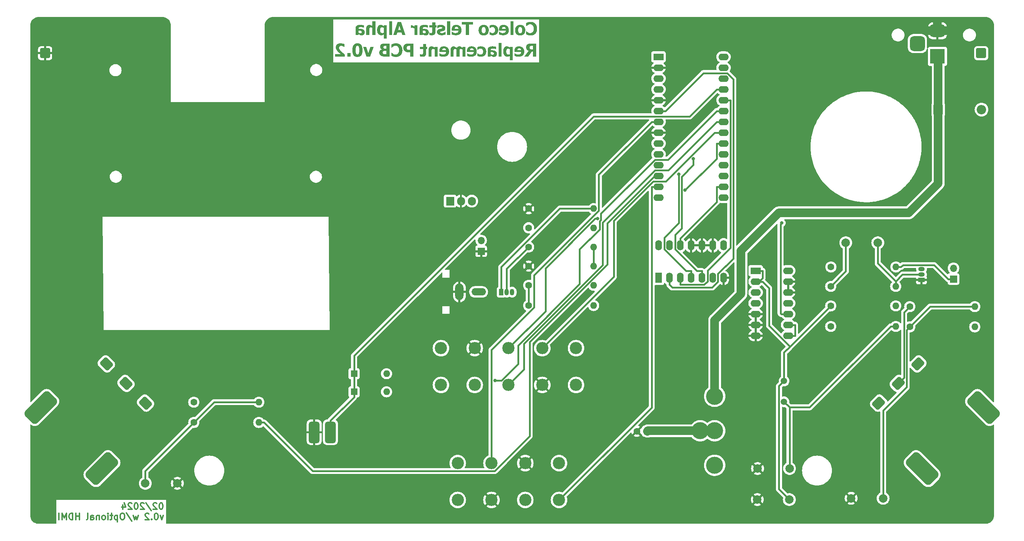
<source format=gbr>
%TF.GenerationSoftware,KiCad,Pcbnew,7.0.10*%
%TF.CreationDate,2024-02-05T13:41:24-05:00*%
%TF.ProjectId,Telstar Alpha,54656c73-7461-4722-9041-6c7068612e6b,0.1*%
%TF.SameCoordinates,Original*%
%TF.FileFunction,Copper,L2,Bot*%
%TF.FilePolarity,Positive*%
%FSLAX46Y46*%
G04 Gerber Fmt 4.6, Leading zero omitted, Abs format (unit mm)*
G04 Created by KiCad (PCBNEW 7.0.10) date 2024-02-05 13:41:24*
%MOMM*%
%LPD*%
G01*
G04 APERTURE LIST*
G04 Aperture macros list*
%AMRoundRect*
0 Rectangle with rounded corners*
0 $1 Rounding radius*
0 $2 $3 $4 $5 $6 $7 $8 $9 X,Y pos of 4 corners*
0 Add a 4 corners polygon primitive as box body*
4,1,4,$2,$3,$4,$5,$6,$7,$8,$9,$2,$3,0*
0 Add four circle primitives for the rounded corners*
1,1,$1+$1,$2,$3*
1,1,$1+$1,$4,$5*
1,1,$1+$1,$6,$7*
1,1,$1+$1,$8,$9*
0 Add four rect primitives between the rounded corners*
20,1,$1+$1,$2,$3,$4,$5,0*
20,1,$1+$1,$4,$5,$6,$7,0*
20,1,$1+$1,$6,$7,$8,$9,0*
20,1,$1+$1,$8,$9,$2,$3,0*%
G04 Aperture macros list end*
%ADD10C,0.300000*%
%TA.AperFunction,NonConductor*%
%ADD11C,0.300000*%
%TD*%
%TA.AperFunction,ComponentPad*%
%ADD12RoundRect,0.500000X-0.750000X-2.000000X0.750000X-2.000000X0.750000X2.000000X-0.750000X2.000000X0*%
%TD*%
%TA.AperFunction,ComponentPad*%
%ADD13RoundRect,0.562500X-0.176777X-0.972272X0.972272X0.176777X0.176777X0.972272X-0.972272X-0.176777X0*%
%TD*%
%TA.AperFunction,ComponentPad*%
%ADD14RoundRect,1.000000X-2.828427X1.414214X1.414214X-2.828427X2.828427X-1.414214X-1.414214X2.828427X0*%
%TD*%
%TA.AperFunction,ComponentPad*%
%ADD15RoundRect,0.562500X-0.972272X0.176777X0.176777X-0.972272X0.972272X-0.176777X-0.176777X0.972272X0*%
%TD*%
%TA.AperFunction,ComponentPad*%
%ADD16RoundRect,1.000000X1.414214X2.828427X-2.828427X-1.414214X-1.414214X-2.828427X2.828427X1.414214X0*%
%TD*%
%TA.AperFunction,ComponentPad*%
%ADD17O,1.950000X3.900000*%
%TD*%
%TA.AperFunction,ComponentPad*%
%ADD18O,3.400000X1.700000*%
%TD*%
%TA.AperFunction,ComponentPad*%
%ADD19R,2.400000X1.600000*%
%TD*%
%TA.AperFunction,ComponentPad*%
%ADD20O,2.400000X1.600000*%
%TD*%
%TA.AperFunction,ComponentPad*%
%ADD21C,1.600000*%
%TD*%
%TA.AperFunction,ComponentPad*%
%ADD22O,1.600000X1.600000*%
%TD*%
%TA.AperFunction,ComponentPad*%
%ADD23RoundRect,0.250001X-0.899999X-0.899999X0.899999X-0.899999X0.899999X0.899999X-0.899999X0.899999X0*%
%TD*%
%TA.AperFunction,ComponentPad*%
%ADD24C,2.000000*%
%TD*%
%TA.AperFunction,ComponentPad*%
%ADD25R,3.500000X3.500000*%
%TD*%
%TA.AperFunction,ComponentPad*%
%ADD26RoundRect,0.750000X-1.000000X0.750000X-1.000000X-0.750000X1.000000X-0.750000X1.000000X0.750000X0*%
%TD*%
%TA.AperFunction,ComponentPad*%
%ADD27RoundRect,0.875000X-0.875000X0.875000X-0.875000X-0.875000X0.875000X-0.875000X0.875000X0.875000X0*%
%TD*%
%TA.AperFunction,ComponentPad*%
%ADD28C,2.865000*%
%TD*%
%TA.AperFunction,ComponentPad*%
%ADD29R,1.905000X2.000000*%
%TD*%
%TA.AperFunction,ComponentPad*%
%ADD30O,1.905000X2.000000*%
%TD*%
%TA.AperFunction,ComponentPad*%
%ADD31R,1.600000X2.400000*%
%TD*%
%TA.AperFunction,ComponentPad*%
%ADD32O,1.600000X2.400000*%
%TD*%
%TA.AperFunction,ComponentPad*%
%ADD33R,2.200000X2.200000*%
%TD*%
%TA.AperFunction,ComponentPad*%
%ADD34O,2.200000X2.200000*%
%TD*%
%TA.AperFunction,ComponentPad*%
%ADD35R,1.500000X1.050000*%
%TD*%
%TA.AperFunction,ComponentPad*%
%ADD36O,1.500000X1.050000*%
%TD*%
%TA.AperFunction,ComponentPad*%
%ADD37R,1.600000X1.600000*%
%TD*%
%TA.AperFunction,ComponentPad*%
%ADD38R,1.050000X1.500000*%
%TD*%
%TA.AperFunction,ComponentPad*%
%ADD39O,1.050000X1.500000*%
%TD*%
%TA.AperFunction,ComponentPad*%
%ADD40R,1.700000X1.700000*%
%TD*%
%TA.AperFunction,ComponentPad*%
%ADD41O,1.700000X1.700000*%
%TD*%
%TA.AperFunction,ComponentPad*%
%ADD42C,4.000000*%
%TD*%
%TA.AperFunction,ComponentPad*%
%ADD43C,1.500000*%
%TD*%
%TA.AperFunction,ViaPad*%
%ADD44C,0.800000*%
%TD*%
%TA.AperFunction,Conductor*%
%ADD45C,2.000000*%
%TD*%
%TA.AperFunction,Conductor*%
%ADD46C,0.400000*%
%TD*%
G04 APERTURE END LIST*
D10*
D11*
X51759774Y-135085828D02*
X51616917Y-135085828D01*
X51616917Y-135085828D02*
X51474060Y-135157257D01*
X51474060Y-135157257D02*
X51402632Y-135228685D01*
X51402632Y-135228685D02*
X51331203Y-135371542D01*
X51331203Y-135371542D02*
X51259774Y-135657257D01*
X51259774Y-135657257D02*
X51259774Y-136014400D01*
X51259774Y-136014400D02*
X51331203Y-136300114D01*
X51331203Y-136300114D02*
X51402632Y-136442971D01*
X51402632Y-136442971D02*
X51474060Y-136514400D01*
X51474060Y-136514400D02*
X51616917Y-136585828D01*
X51616917Y-136585828D02*
X51759774Y-136585828D01*
X51759774Y-136585828D02*
X51902632Y-136514400D01*
X51902632Y-136514400D02*
X51974060Y-136442971D01*
X51974060Y-136442971D02*
X52045489Y-136300114D01*
X52045489Y-136300114D02*
X52116917Y-136014400D01*
X52116917Y-136014400D02*
X52116917Y-135657257D01*
X52116917Y-135657257D02*
X52045489Y-135371542D01*
X52045489Y-135371542D02*
X51974060Y-135228685D01*
X51974060Y-135228685D02*
X51902632Y-135157257D01*
X51902632Y-135157257D02*
X51759774Y-135085828D01*
X50688346Y-135228685D02*
X50616918Y-135157257D01*
X50616918Y-135157257D02*
X50474061Y-135085828D01*
X50474061Y-135085828D02*
X50116918Y-135085828D01*
X50116918Y-135085828D02*
X49974061Y-135157257D01*
X49974061Y-135157257D02*
X49902632Y-135228685D01*
X49902632Y-135228685D02*
X49831203Y-135371542D01*
X49831203Y-135371542D02*
X49831203Y-135514400D01*
X49831203Y-135514400D02*
X49902632Y-135728685D01*
X49902632Y-135728685D02*
X50759775Y-136585828D01*
X50759775Y-136585828D02*
X49831203Y-136585828D01*
X48116918Y-135014400D02*
X49402632Y-136942971D01*
X47688346Y-135228685D02*
X47616918Y-135157257D01*
X47616918Y-135157257D02*
X47474061Y-135085828D01*
X47474061Y-135085828D02*
X47116918Y-135085828D01*
X47116918Y-135085828D02*
X46974061Y-135157257D01*
X46974061Y-135157257D02*
X46902632Y-135228685D01*
X46902632Y-135228685D02*
X46831203Y-135371542D01*
X46831203Y-135371542D02*
X46831203Y-135514400D01*
X46831203Y-135514400D02*
X46902632Y-135728685D01*
X46902632Y-135728685D02*
X47759775Y-136585828D01*
X47759775Y-136585828D02*
X46831203Y-136585828D01*
X45902632Y-135085828D02*
X45759775Y-135085828D01*
X45759775Y-135085828D02*
X45616918Y-135157257D01*
X45616918Y-135157257D02*
X45545490Y-135228685D01*
X45545490Y-135228685D02*
X45474061Y-135371542D01*
X45474061Y-135371542D02*
X45402632Y-135657257D01*
X45402632Y-135657257D02*
X45402632Y-136014400D01*
X45402632Y-136014400D02*
X45474061Y-136300114D01*
X45474061Y-136300114D02*
X45545490Y-136442971D01*
X45545490Y-136442971D02*
X45616918Y-136514400D01*
X45616918Y-136514400D02*
X45759775Y-136585828D01*
X45759775Y-136585828D02*
X45902632Y-136585828D01*
X45902632Y-136585828D02*
X46045490Y-136514400D01*
X46045490Y-136514400D02*
X46116918Y-136442971D01*
X46116918Y-136442971D02*
X46188347Y-136300114D01*
X46188347Y-136300114D02*
X46259775Y-136014400D01*
X46259775Y-136014400D02*
X46259775Y-135657257D01*
X46259775Y-135657257D02*
X46188347Y-135371542D01*
X46188347Y-135371542D02*
X46116918Y-135228685D01*
X46116918Y-135228685D02*
X46045490Y-135157257D01*
X46045490Y-135157257D02*
X45902632Y-135085828D01*
X44831204Y-135228685D02*
X44759776Y-135157257D01*
X44759776Y-135157257D02*
X44616919Y-135085828D01*
X44616919Y-135085828D02*
X44259776Y-135085828D01*
X44259776Y-135085828D02*
X44116919Y-135157257D01*
X44116919Y-135157257D02*
X44045490Y-135228685D01*
X44045490Y-135228685D02*
X43974061Y-135371542D01*
X43974061Y-135371542D02*
X43974061Y-135514400D01*
X43974061Y-135514400D02*
X44045490Y-135728685D01*
X44045490Y-135728685D02*
X44902633Y-136585828D01*
X44902633Y-136585828D02*
X43974061Y-136585828D01*
X42688348Y-135585828D02*
X42688348Y-136585828D01*
X43045490Y-135014400D02*
X43402633Y-136085828D01*
X43402633Y-136085828D02*
X42474062Y-136085828D01*
X52188346Y-138000828D02*
X51831203Y-139000828D01*
X51831203Y-139000828D02*
X51474060Y-138000828D01*
X50616917Y-137500828D02*
X50474060Y-137500828D01*
X50474060Y-137500828D02*
X50331203Y-137572257D01*
X50331203Y-137572257D02*
X50259775Y-137643685D01*
X50259775Y-137643685D02*
X50188346Y-137786542D01*
X50188346Y-137786542D02*
X50116917Y-138072257D01*
X50116917Y-138072257D02*
X50116917Y-138429400D01*
X50116917Y-138429400D02*
X50188346Y-138715114D01*
X50188346Y-138715114D02*
X50259775Y-138857971D01*
X50259775Y-138857971D02*
X50331203Y-138929400D01*
X50331203Y-138929400D02*
X50474060Y-139000828D01*
X50474060Y-139000828D02*
X50616917Y-139000828D01*
X50616917Y-139000828D02*
X50759775Y-138929400D01*
X50759775Y-138929400D02*
X50831203Y-138857971D01*
X50831203Y-138857971D02*
X50902632Y-138715114D01*
X50902632Y-138715114D02*
X50974060Y-138429400D01*
X50974060Y-138429400D02*
X50974060Y-138072257D01*
X50974060Y-138072257D02*
X50902632Y-137786542D01*
X50902632Y-137786542D02*
X50831203Y-137643685D01*
X50831203Y-137643685D02*
X50759775Y-137572257D01*
X50759775Y-137572257D02*
X50616917Y-137500828D01*
X49474061Y-138857971D02*
X49402632Y-138929400D01*
X49402632Y-138929400D02*
X49474061Y-139000828D01*
X49474061Y-139000828D02*
X49545489Y-138929400D01*
X49545489Y-138929400D02*
X49474061Y-138857971D01*
X49474061Y-138857971D02*
X49474061Y-139000828D01*
X48831203Y-137643685D02*
X48759775Y-137572257D01*
X48759775Y-137572257D02*
X48616918Y-137500828D01*
X48616918Y-137500828D02*
X48259775Y-137500828D01*
X48259775Y-137500828D02*
X48116918Y-137572257D01*
X48116918Y-137572257D02*
X48045489Y-137643685D01*
X48045489Y-137643685D02*
X47974060Y-137786542D01*
X47974060Y-137786542D02*
X47974060Y-137929400D01*
X47974060Y-137929400D02*
X48045489Y-138143685D01*
X48045489Y-138143685D02*
X48902632Y-139000828D01*
X48902632Y-139000828D02*
X47974060Y-139000828D01*
X46331204Y-138000828D02*
X46045490Y-139000828D01*
X46045490Y-139000828D02*
X45759775Y-138286542D01*
X45759775Y-138286542D02*
X45474061Y-139000828D01*
X45474061Y-139000828D02*
X45188347Y-138000828D01*
X43545489Y-137429400D02*
X44831203Y-139357971D01*
X42759774Y-137500828D02*
X42474060Y-137500828D01*
X42474060Y-137500828D02*
X42331203Y-137572257D01*
X42331203Y-137572257D02*
X42188346Y-137715114D01*
X42188346Y-137715114D02*
X42116917Y-138000828D01*
X42116917Y-138000828D02*
X42116917Y-138500828D01*
X42116917Y-138500828D02*
X42188346Y-138786542D01*
X42188346Y-138786542D02*
X42331203Y-138929400D01*
X42331203Y-138929400D02*
X42474060Y-139000828D01*
X42474060Y-139000828D02*
X42759774Y-139000828D01*
X42759774Y-139000828D02*
X42902632Y-138929400D01*
X42902632Y-138929400D02*
X43045489Y-138786542D01*
X43045489Y-138786542D02*
X43116917Y-138500828D01*
X43116917Y-138500828D02*
X43116917Y-138000828D01*
X43116917Y-138000828D02*
X43045489Y-137715114D01*
X43045489Y-137715114D02*
X42902632Y-137572257D01*
X42902632Y-137572257D02*
X42759774Y-137500828D01*
X41474060Y-138000828D02*
X41474060Y-139500828D01*
X41474060Y-138072257D02*
X41331203Y-138000828D01*
X41331203Y-138000828D02*
X41045488Y-138000828D01*
X41045488Y-138000828D02*
X40902631Y-138072257D01*
X40902631Y-138072257D02*
X40831203Y-138143685D01*
X40831203Y-138143685D02*
X40759774Y-138286542D01*
X40759774Y-138286542D02*
X40759774Y-138715114D01*
X40759774Y-138715114D02*
X40831203Y-138857971D01*
X40831203Y-138857971D02*
X40902631Y-138929400D01*
X40902631Y-138929400D02*
X41045488Y-139000828D01*
X41045488Y-139000828D02*
X41331203Y-139000828D01*
X41331203Y-139000828D02*
X41474060Y-138929400D01*
X40331202Y-138000828D02*
X39759774Y-138000828D01*
X40116917Y-137500828D02*
X40116917Y-138786542D01*
X40116917Y-138786542D02*
X40045488Y-138929400D01*
X40045488Y-138929400D02*
X39902631Y-139000828D01*
X39902631Y-139000828D02*
X39759774Y-139000828D01*
X39259774Y-139000828D02*
X39259774Y-138000828D01*
X39259774Y-137500828D02*
X39331202Y-137572257D01*
X39331202Y-137572257D02*
X39259774Y-137643685D01*
X39259774Y-137643685D02*
X39188345Y-137572257D01*
X39188345Y-137572257D02*
X39259774Y-137500828D01*
X39259774Y-137500828D02*
X39259774Y-137643685D01*
X38331202Y-139000828D02*
X38474059Y-138929400D01*
X38474059Y-138929400D02*
X38545488Y-138857971D01*
X38545488Y-138857971D02*
X38616916Y-138715114D01*
X38616916Y-138715114D02*
X38616916Y-138286542D01*
X38616916Y-138286542D02*
X38545488Y-138143685D01*
X38545488Y-138143685D02*
X38474059Y-138072257D01*
X38474059Y-138072257D02*
X38331202Y-138000828D01*
X38331202Y-138000828D02*
X38116916Y-138000828D01*
X38116916Y-138000828D02*
X37974059Y-138072257D01*
X37974059Y-138072257D02*
X37902631Y-138143685D01*
X37902631Y-138143685D02*
X37831202Y-138286542D01*
X37831202Y-138286542D02*
X37831202Y-138715114D01*
X37831202Y-138715114D02*
X37902631Y-138857971D01*
X37902631Y-138857971D02*
X37974059Y-138929400D01*
X37974059Y-138929400D02*
X38116916Y-139000828D01*
X38116916Y-139000828D02*
X38331202Y-139000828D01*
X37188345Y-138000828D02*
X37188345Y-139000828D01*
X37188345Y-138143685D02*
X37116916Y-138072257D01*
X37116916Y-138072257D02*
X36974059Y-138000828D01*
X36974059Y-138000828D02*
X36759773Y-138000828D01*
X36759773Y-138000828D02*
X36616916Y-138072257D01*
X36616916Y-138072257D02*
X36545488Y-138215114D01*
X36545488Y-138215114D02*
X36545488Y-139000828D01*
X35188345Y-139000828D02*
X35188345Y-138215114D01*
X35188345Y-138215114D02*
X35259773Y-138072257D01*
X35259773Y-138072257D02*
X35402630Y-138000828D01*
X35402630Y-138000828D02*
X35688345Y-138000828D01*
X35688345Y-138000828D02*
X35831202Y-138072257D01*
X35188345Y-138929400D02*
X35331202Y-139000828D01*
X35331202Y-139000828D02*
X35688345Y-139000828D01*
X35688345Y-139000828D02*
X35831202Y-138929400D01*
X35831202Y-138929400D02*
X35902630Y-138786542D01*
X35902630Y-138786542D02*
X35902630Y-138643685D01*
X35902630Y-138643685D02*
X35831202Y-138500828D01*
X35831202Y-138500828D02*
X35688345Y-138429400D01*
X35688345Y-138429400D02*
X35331202Y-138429400D01*
X35331202Y-138429400D02*
X35188345Y-138357971D01*
X34259773Y-139000828D02*
X34402630Y-138929400D01*
X34402630Y-138929400D02*
X34474059Y-138786542D01*
X34474059Y-138786542D02*
X34474059Y-137500828D01*
X32545488Y-139000828D02*
X32545488Y-137500828D01*
X32545488Y-138215114D02*
X31688345Y-138215114D01*
X31688345Y-139000828D02*
X31688345Y-137500828D01*
X30974059Y-139000828D02*
X30974059Y-137500828D01*
X30974059Y-137500828D02*
X30616916Y-137500828D01*
X30616916Y-137500828D02*
X30402630Y-137572257D01*
X30402630Y-137572257D02*
X30259773Y-137715114D01*
X30259773Y-137715114D02*
X30188344Y-137857971D01*
X30188344Y-137857971D02*
X30116916Y-138143685D01*
X30116916Y-138143685D02*
X30116916Y-138357971D01*
X30116916Y-138357971D02*
X30188344Y-138643685D01*
X30188344Y-138643685D02*
X30259773Y-138786542D01*
X30259773Y-138786542D02*
X30402630Y-138929400D01*
X30402630Y-138929400D02*
X30616916Y-139000828D01*
X30616916Y-139000828D02*
X30974059Y-139000828D01*
X29474059Y-139000828D02*
X29474059Y-137500828D01*
X29474059Y-137500828D02*
X28974059Y-138572257D01*
X28974059Y-138572257D02*
X28474059Y-137500828D01*
X28474059Y-137500828D02*
X28474059Y-139000828D01*
X27759773Y-139000828D02*
X27759773Y-137500828D01*
D10*
D11*
G36*
X138359420Y-25343789D02*
G01*
X138402327Y-25343382D01*
X138444677Y-25342160D01*
X138486471Y-25340124D01*
X138527707Y-25337274D01*
X138568387Y-25333610D01*
X138608511Y-25329131D01*
X138648077Y-25323838D01*
X138687087Y-25317731D01*
X138725541Y-25310810D01*
X138763437Y-25303074D01*
X138800777Y-25294523D01*
X138837560Y-25285159D01*
X138873786Y-25274980D01*
X138909456Y-25263987D01*
X138944569Y-25252180D01*
X138979125Y-25239558D01*
X139013125Y-25226122D01*
X139046568Y-25211872D01*
X139079454Y-25196807D01*
X139111784Y-25180928D01*
X139143556Y-25164235D01*
X139174773Y-25146728D01*
X139205432Y-25128406D01*
X139235535Y-25109270D01*
X139265081Y-25089319D01*
X139294070Y-25068555D01*
X139322503Y-25046976D01*
X139350378Y-25024582D01*
X139377698Y-25001375D01*
X139404460Y-24977353D01*
X139430666Y-24952517D01*
X139456315Y-24926866D01*
X139481289Y-24900431D01*
X139505471Y-24873334D01*
X139528859Y-24845574D01*
X139551455Y-24817152D01*
X139573258Y-24788066D01*
X139594268Y-24758319D01*
X139614486Y-24727908D01*
X139633910Y-24696835D01*
X139652542Y-24665100D01*
X139670380Y-24632701D01*
X139687426Y-24599641D01*
X139703679Y-24565917D01*
X139719140Y-24531531D01*
X139733807Y-24496483D01*
X139747682Y-24460771D01*
X139760764Y-24424398D01*
X139773053Y-24387361D01*
X139784549Y-24349662D01*
X139795252Y-24311301D01*
X139805162Y-24272276D01*
X139814280Y-24232589D01*
X139822605Y-24192240D01*
X139830137Y-24151228D01*
X139836876Y-24109553D01*
X139842822Y-24067216D01*
X139847976Y-24024216D01*
X139852336Y-23980554D01*
X139855904Y-23936229D01*
X139858679Y-23891241D01*
X139860661Y-23845591D01*
X139861850Y-23799278D01*
X139862247Y-23752302D01*
X139861849Y-23706979D01*
X139860658Y-23662234D01*
X139858672Y-23618067D01*
X139855892Y-23574478D01*
X139852318Y-23531468D01*
X139847950Y-23489035D01*
X139842787Y-23447181D01*
X139836830Y-23405905D01*
X139830079Y-23365207D01*
X139822533Y-23325087D01*
X139814193Y-23285546D01*
X139805059Y-23246582D01*
X139795131Y-23208197D01*
X139784408Y-23170390D01*
X139772892Y-23133161D01*
X139760580Y-23096510D01*
X139747475Y-23060438D01*
X139733575Y-23024943D01*
X139718881Y-22990027D01*
X139703393Y-22955689D01*
X139687111Y-22921929D01*
X139670034Y-22888747D01*
X139652163Y-22856144D01*
X139633498Y-22824118D01*
X139614038Y-22792671D01*
X139593785Y-22761802D01*
X139572736Y-22731511D01*
X139550894Y-22701799D01*
X139528258Y-22672664D01*
X139504827Y-22644108D01*
X139480602Y-22616129D01*
X139455582Y-22588729D01*
X139429844Y-22562042D01*
X139403553Y-22536202D01*
X139376709Y-22511209D01*
X139349314Y-22487063D01*
X139321366Y-22463765D01*
X139292865Y-22441314D01*
X139263812Y-22419710D01*
X139234207Y-22398953D01*
X139204049Y-22379043D01*
X139173339Y-22359981D01*
X139142076Y-22341766D01*
X139110261Y-22324398D01*
X139077894Y-22307877D01*
X139044974Y-22292203D01*
X139011501Y-22277377D01*
X138977477Y-22263398D01*
X138942900Y-22250266D01*
X138907770Y-22237981D01*
X138872088Y-22226544D01*
X138835854Y-22215954D01*
X138799067Y-22206211D01*
X138761728Y-22197315D01*
X138723837Y-22189266D01*
X138685393Y-22182065D01*
X138646397Y-22175711D01*
X138606848Y-22170204D01*
X138566747Y-22165544D01*
X138526093Y-22161732D01*
X138484887Y-22158767D01*
X138443129Y-22156649D01*
X138400818Y-22155378D01*
X138357955Y-22154954D01*
X138323806Y-22155134D01*
X138290326Y-22155675D01*
X138257517Y-22156577D01*
X138225377Y-22157839D01*
X138193907Y-22159462D01*
X138163106Y-22161446D01*
X138132976Y-22163790D01*
X138103515Y-22166495D01*
X138065276Y-22170662D01*
X138028227Y-22175471D01*
X137991785Y-22180863D01*
X137955733Y-22186782D01*
X137920069Y-22193228D01*
X137884795Y-22200200D01*
X137849911Y-22207699D01*
X137815415Y-22215725D01*
X137781309Y-22224277D01*
X137747592Y-22233356D01*
X137714383Y-22243528D01*
X137680244Y-22254808D01*
X137652263Y-22264632D01*
X137623686Y-22275165D01*
X137594515Y-22286407D01*
X137564748Y-22298360D01*
X137534385Y-22311022D01*
X137518981Y-22317620D01*
X137488767Y-22330763D01*
X137460042Y-22343449D01*
X137432805Y-22355676D01*
X137400852Y-22370316D01*
X137371224Y-22384241D01*
X137343922Y-22397450D01*
X137318946Y-22409944D01*
X137318946Y-23139741D01*
X137397348Y-23139741D01*
X137419235Y-23120086D01*
X137443132Y-23099041D01*
X137469038Y-23076604D01*
X137492161Y-23056844D01*
X137516679Y-23036117D01*
X137537299Y-23018841D01*
X137564204Y-22996720D01*
X137592254Y-22974777D01*
X137621448Y-22953014D01*
X137645628Y-22935731D01*
X137670541Y-22918564D01*
X137696186Y-22901511D01*
X137722565Y-22884572D01*
X137729274Y-22880355D01*
X137756362Y-22863812D01*
X137784137Y-22847886D01*
X137812599Y-22832579D01*
X137841748Y-22817890D01*
X137871583Y-22803820D01*
X137902106Y-22790367D01*
X137933316Y-22777533D01*
X137965212Y-22765317D01*
X137997464Y-22754154D01*
X138030105Y-22744480D01*
X138063135Y-22736294D01*
X138096554Y-22729596D01*
X138130362Y-22724387D01*
X138164560Y-22720666D01*
X138199147Y-22718434D01*
X138234124Y-22717690D01*
X138265203Y-22718160D01*
X138295793Y-22719570D01*
X138325894Y-22721921D01*
X138355505Y-22725212D01*
X138384626Y-22729443D01*
X138422694Y-22736547D01*
X138459891Y-22745322D01*
X138496219Y-22755769D01*
X138531676Y-22767888D01*
X138540404Y-22771179D01*
X138574831Y-22785604D01*
X138608869Y-22802503D01*
X138642517Y-22821875D01*
X138667498Y-22838026D01*
X138692259Y-22855569D01*
X138716802Y-22874502D01*
X138741126Y-22894827D01*
X138765231Y-22916542D01*
X138789117Y-22939649D01*
X138804919Y-22955826D01*
X138826122Y-22978817D01*
X138846590Y-23003276D01*
X138866325Y-23029204D01*
X138885325Y-23056600D01*
X138903591Y-23085464D01*
X138921123Y-23115796D01*
X138937920Y-23147597D01*
X138953984Y-23180866D01*
X138969313Y-23215603D01*
X138983908Y-23251809D01*
X138993230Y-23276762D01*
X139006325Y-23315324D01*
X139018132Y-23355175D01*
X139028650Y-23396314D01*
X139037881Y-23438740D01*
X139043319Y-23467740D01*
X139048185Y-23497313D01*
X139052478Y-23527458D01*
X139056199Y-23558175D01*
X139059348Y-23589465D01*
X139061924Y-23621327D01*
X139063927Y-23653762D01*
X139065358Y-23686769D01*
X139066217Y-23720349D01*
X139066503Y-23754501D01*
X139066206Y-23790407D01*
X139065313Y-23825587D01*
X139063824Y-23860039D01*
X139061741Y-23893765D01*
X139059062Y-23926763D01*
X139055787Y-23959035D01*
X139051917Y-23990579D01*
X139047452Y-24021397D01*
X139042392Y-24051487D01*
X139036736Y-24080851D01*
X139030485Y-24109487D01*
X139019992Y-24151079D01*
X139008160Y-24191035D01*
X138994988Y-24229355D01*
X138990300Y-24241765D01*
X138975593Y-24278052D01*
X138960049Y-24313000D01*
X138943668Y-24346608D01*
X138926449Y-24378877D01*
X138908394Y-24409806D01*
X138889501Y-24439396D01*
X138869771Y-24467646D01*
X138849204Y-24494556D01*
X138827799Y-24520127D01*
X138805558Y-24544359D01*
X138790265Y-24559769D01*
X138767626Y-24581178D01*
X138744498Y-24601440D01*
X138720880Y-24620556D01*
X138696773Y-24638526D01*
X138672177Y-24655350D01*
X138647091Y-24671027D01*
X138621515Y-24685557D01*
X138586653Y-24703149D01*
X138550921Y-24718702D01*
X138523551Y-24729030D01*
X138486743Y-24741223D01*
X138449958Y-24751790D01*
X138413196Y-24760731D01*
X138376456Y-24768047D01*
X138339740Y-24773737D01*
X138303046Y-24777802D01*
X138266375Y-24780240D01*
X138229727Y-24781053D01*
X138191854Y-24780240D01*
X138154439Y-24777802D01*
X138117482Y-24773737D01*
X138080983Y-24768047D01*
X138044942Y-24760731D01*
X138009359Y-24751790D01*
X137974234Y-24741223D01*
X137939567Y-24729030D01*
X137905632Y-24715840D01*
X137873072Y-24702285D01*
X137841885Y-24688363D01*
X137812072Y-24674075D01*
X137783633Y-24659420D01*
X137756568Y-24644399D01*
X137730877Y-24629012D01*
X137706559Y-24613258D01*
X137681120Y-24596909D01*
X137656459Y-24580469D01*
X137626728Y-24559789D01*
X137598213Y-24538967D01*
X137570914Y-24518001D01*
X137544832Y-24496892D01*
X137524842Y-24479902D01*
X137500861Y-24458983D01*
X137477916Y-24438815D01*
X137451753Y-24415605D01*
X137427083Y-24393477D01*
X137403908Y-24372431D01*
X137389288Y-24359002D01*
X137318946Y-24359002D01*
X137318946Y-25080006D01*
X137345940Y-25092640D01*
X137374258Y-25105809D01*
X137403900Y-25119516D01*
X137434866Y-25133759D01*
X137467155Y-25148539D01*
X137493940Y-25160749D01*
X137514584Y-25170132D01*
X137542520Y-25182359D01*
X137570638Y-25194129D01*
X137598940Y-25205440D01*
X137627424Y-25216294D01*
X137656092Y-25226690D01*
X137684944Y-25236627D01*
X137713978Y-25246107D01*
X137743196Y-25255129D01*
X137778996Y-25265616D01*
X137814224Y-25275462D01*
X137848880Y-25284667D01*
X137882964Y-25293230D01*
X137916474Y-25301153D01*
X137949413Y-25308435D01*
X137981779Y-25315075D01*
X138013572Y-25321074D01*
X138046385Y-25326398D01*
X138082174Y-25331012D01*
X138120940Y-25334916D01*
X138151968Y-25337378D01*
X138184670Y-25339441D01*
X138219047Y-25341105D01*
X138255098Y-25342369D01*
X138292824Y-25343234D01*
X138332223Y-25343700D01*
X138359420Y-25343789D01*
G37*
G36*
X135931141Y-22858696D02*
G01*
X135965802Y-22859664D01*
X135999971Y-22861278D01*
X136033648Y-22863537D01*
X136066833Y-22866441D01*
X136099525Y-22869991D01*
X136131725Y-22874187D01*
X136163433Y-22879027D01*
X136194648Y-22884513D01*
X136225371Y-22890645D01*
X136255602Y-22897422D01*
X136285341Y-22904845D01*
X136314587Y-22912912D01*
X136343341Y-22921626D01*
X136371602Y-22930985D01*
X136399371Y-22940989D01*
X136453433Y-22962933D01*
X136505525Y-22987460D01*
X136555649Y-23014568D01*
X136603803Y-23044258D01*
X136649988Y-23076529D01*
X136694203Y-23111382D01*
X136736449Y-23148817D01*
X136776727Y-23188834D01*
X136814791Y-23231040D01*
X136850400Y-23275227D01*
X136883553Y-23321395D01*
X136914251Y-23369543D01*
X136942492Y-23419672D01*
X136968278Y-23471782D01*
X136980250Y-23498579D01*
X136991608Y-23525872D01*
X137002352Y-23553660D01*
X137012482Y-23581943D01*
X137021998Y-23610721D01*
X137030900Y-23639995D01*
X137039189Y-23669763D01*
X137046863Y-23700027D01*
X137053923Y-23730786D01*
X137060370Y-23762040D01*
X137066202Y-23793789D01*
X137071421Y-23826033D01*
X137076026Y-23858773D01*
X137080016Y-23892007D01*
X137083393Y-23925737D01*
X137086156Y-23959962D01*
X137088304Y-23994682D01*
X137089839Y-24029898D01*
X137090760Y-24065608D01*
X137091067Y-24101814D01*
X137090760Y-24137662D01*
X137089839Y-24173032D01*
X137088304Y-24207924D01*
X137086156Y-24242337D01*
X137083393Y-24276273D01*
X137080016Y-24309731D01*
X137076026Y-24342711D01*
X137071421Y-24375213D01*
X137066202Y-24407237D01*
X137060370Y-24438783D01*
X137053923Y-24469851D01*
X137046863Y-24500441D01*
X137039189Y-24530553D01*
X137030900Y-24560187D01*
X137021998Y-24589343D01*
X137012482Y-24618021D01*
X137002352Y-24646221D01*
X136991608Y-24673943D01*
X136980250Y-24701187D01*
X136968278Y-24727953D01*
X136942492Y-24780051D01*
X136914251Y-24830238D01*
X136883553Y-24878512D01*
X136850400Y-24924874D01*
X136814791Y-24969324D01*
X136776727Y-25011863D01*
X136736449Y-25052057D01*
X136694203Y-25089658D01*
X136649988Y-25124666D01*
X136603803Y-25157080D01*
X136555649Y-25186902D01*
X136505525Y-25214130D01*
X136453433Y-25238765D01*
X136399371Y-25260807D01*
X136371602Y-25270856D01*
X136343341Y-25280256D01*
X136314587Y-25289008D01*
X136285341Y-25297112D01*
X136255602Y-25304567D01*
X136225371Y-25311374D01*
X136194648Y-25317533D01*
X136163433Y-25323043D01*
X136131725Y-25327906D01*
X136099525Y-25332119D01*
X136066833Y-25335685D01*
X136033648Y-25338602D01*
X135999971Y-25340871D01*
X135965802Y-25342492D01*
X135931141Y-25343465D01*
X135895987Y-25343789D01*
X135860520Y-25343465D01*
X135825559Y-25342492D01*
X135791105Y-25340871D01*
X135757158Y-25338602D01*
X135723717Y-25335685D01*
X135690783Y-25332119D01*
X135658355Y-25327906D01*
X135626434Y-25323043D01*
X135595020Y-25317533D01*
X135564112Y-25311374D01*
X135533711Y-25304567D01*
X135503817Y-25297112D01*
X135474429Y-25289008D01*
X135445548Y-25280256D01*
X135417173Y-25270856D01*
X135389305Y-25260807D01*
X135335089Y-25238765D01*
X135282899Y-25214130D01*
X135232736Y-25186902D01*
X135184599Y-25157080D01*
X135138489Y-25124666D01*
X135094405Y-25089658D01*
X135052347Y-25052057D01*
X135012316Y-25011863D01*
X134993112Y-24990833D01*
X134956533Y-24947338D01*
X134922392Y-24901932D01*
X134890691Y-24854614D01*
X134861427Y-24805384D01*
X134834602Y-24754241D01*
X134810216Y-24701187D01*
X134798938Y-24673943D01*
X134788269Y-24646221D01*
X134778210Y-24618021D01*
X134768760Y-24589343D01*
X134759920Y-24560187D01*
X134751690Y-24530553D01*
X134744069Y-24500441D01*
X134737058Y-24469851D01*
X134730657Y-24438783D01*
X134724865Y-24407237D01*
X134719683Y-24375213D01*
X134715110Y-24342711D01*
X134711148Y-24309731D01*
X134707795Y-24276273D01*
X134705051Y-24242337D01*
X134702917Y-24207924D01*
X134701393Y-24173032D01*
X134700479Y-24137662D01*
X134700211Y-24106210D01*
X135440230Y-24106210D01*
X135440520Y-24147531D01*
X135441389Y-24187140D01*
X135442838Y-24225035D01*
X135444867Y-24261217D01*
X135447475Y-24295686D01*
X135450663Y-24328442D01*
X135454430Y-24359485D01*
X135458777Y-24388814D01*
X135465475Y-24425256D01*
X135473203Y-24458653D01*
X135475293Y-24466585D01*
X135484258Y-24497582D01*
X135494184Y-24527413D01*
X135505072Y-24556075D01*
X135516922Y-24583569D01*
X135533086Y-24616295D01*
X135550753Y-24647196D01*
X135569923Y-24676273D01*
X135583867Y-24694729D01*
X135606931Y-24720180D01*
X135632571Y-24742951D01*
X135660787Y-24763044D01*
X135686268Y-24777742D01*
X135713538Y-24790579D01*
X135730273Y-24797257D01*
X135758051Y-24806928D01*
X135791195Y-24816124D01*
X135824134Y-24822693D01*
X135856866Y-24826634D01*
X135889392Y-24827948D01*
X135902421Y-24827802D01*
X135934392Y-24826160D01*
X135965505Y-24822693D01*
X135995758Y-24817401D01*
X136025153Y-24810285D01*
X136053690Y-24801344D01*
X136081367Y-24790579D01*
X136107671Y-24777599D01*
X136137347Y-24759189D01*
X136164961Y-24737688D01*
X136186399Y-24717409D01*
X136206406Y-24694983D01*
X136224982Y-24670411D01*
X136228442Y-24665367D01*
X136245144Y-24638580D01*
X136260843Y-24609182D01*
X136275540Y-24577172D01*
X136286577Y-24549683D01*
X136296973Y-24520522D01*
X136306727Y-24489691D01*
X136315840Y-24457187D01*
X136324084Y-24422371D01*
X136331228Y-24384968D01*
X136335864Y-24355217D01*
X136339883Y-24324011D01*
X136343283Y-24291349D01*
X136346065Y-24257232D01*
X136348229Y-24221660D01*
X136349775Y-24184632D01*
X136350702Y-24146149D01*
X136351011Y-24106210D01*
X136350976Y-24092727D01*
X136350439Y-24053145D01*
X136349258Y-24014863D01*
X136347434Y-23977883D01*
X136344965Y-23942203D01*
X136341852Y-23907824D01*
X136338096Y-23874746D01*
X136333695Y-23842969D01*
X136328650Y-23812493D01*
X136322962Y-23783317D01*
X136314375Y-23746441D01*
X136309606Y-23728818D01*
X136299486Y-23694998D01*
X136288586Y-23663078D01*
X136276908Y-23633059D01*
X136264452Y-23604941D01*
X136251217Y-23578723D01*
X136233579Y-23548623D01*
X136214724Y-23521493D01*
X136198054Y-23500759D01*
X136176702Y-23477321D01*
X136154778Y-23456638D01*
X136127712Y-23435455D01*
X136099823Y-23418238D01*
X136071109Y-23404989D01*
X136056248Y-23399489D01*
X136025559Y-23390113D01*
X135993582Y-23382900D01*
X135960317Y-23377851D01*
X135925765Y-23374966D01*
X135895987Y-23374214D01*
X135870525Y-23374764D01*
X135839727Y-23376997D01*
X135810075Y-23380946D01*
X135776003Y-23387953D01*
X135743579Y-23397433D01*
X135712805Y-23409385D01*
X135683146Y-23424180D01*
X135654622Y-23442736D01*
X135631717Y-23461072D01*
X135609599Y-23482020D01*
X135588268Y-23505580D01*
X135567725Y-23531751D01*
X135560406Y-23542502D01*
X135542986Y-23571281D01*
X135526818Y-23602780D01*
X135514785Y-23629937D01*
X135503554Y-23658834D01*
X135493124Y-23689471D01*
X135483495Y-23721848D01*
X135474668Y-23755966D01*
X135472549Y-23764782D01*
X135464747Y-23801418D01*
X135459601Y-23830338D01*
X135455061Y-23860494D01*
X135451126Y-23891887D01*
X135447797Y-23924516D01*
X135445073Y-23958382D01*
X135442954Y-23993485D01*
X135441441Y-24029823D01*
X135440532Y-24067399D01*
X135440230Y-24106210D01*
X134700211Y-24106210D01*
X134700174Y-24101814D01*
X134700480Y-24065877D01*
X134701399Y-24030422D01*
X134702930Y-23995449D01*
X134705074Y-23960958D01*
X134707830Y-23926950D01*
X134711199Y-23893424D01*
X134715181Y-23860381D01*
X134719774Y-23827819D01*
X134724981Y-23795740D01*
X134730800Y-23764143D01*
X134737231Y-23733029D01*
X134744275Y-23702397D01*
X134751931Y-23672247D01*
X134760200Y-23642579D01*
X134769082Y-23613394D01*
X134778576Y-23584691D01*
X134788682Y-23556470D01*
X134799401Y-23528731D01*
X134810733Y-23501475D01*
X134822677Y-23474701D01*
X134848403Y-23422600D01*
X134876578Y-23372428D01*
X134907204Y-23324186D01*
X134940280Y-23277872D01*
X134975806Y-23233488D01*
X135013782Y-23191032D01*
X135033587Y-23170566D01*
X135074700Y-23131583D01*
X135117816Y-23095198D01*
X135162936Y-23061412D01*
X135210060Y-23030226D01*
X135259187Y-23001638D01*
X135310318Y-22975649D01*
X135363452Y-22952259D01*
X135390771Y-22941538D01*
X135418590Y-22931468D01*
X135446910Y-22922047D01*
X135475731Y-22913275D01*
X135505053Y-22905154D01*
X135534876Y-22897682D01*
X135565200Y-22890860D01*
X135596025Y-22884687D01*
X135627350Y-22879165D01*
X135659177Y-22874292D01*
X135691504Y-22870069D01*
X135724332Y-22866495D01*
X135757662Y-22863571D01*
X135791492Y-22861297D01*
X135825822Y-22859673D01*
X135860654Y-22858698D01*
X135895987Y-22858374D01*
X135931141Y-22858696D01*
G37*
G36*
X133609874Y-25250000D02*
G01*
X134330879Y-25250000D01*
X134330879Y-22061165D01*
X133609874Y-22061165D01*
X133609874Y-25250000D01*
G37*
G36*
X132033476Y-22858703D02*
G01*
X132069306Y-22859690D01*
X132104631Y-22861336D01*
X132139448Y-22863640D01*
X132173759Y-22866602D01*
X132207563Y-22870223D01*
X132240861Y-22874502D01*
X132273652Y-22879439D01*
X132305936Y-22885035D01*
X132337714Y-22891289D01*
X132368985Y-22898201D01*
X132399750Y-22905772D01*
X132430008Y-22914001D01*
X132459759Y-22922888D01*
X132489004Y-22932434D01*
X132517742Y-22942637D01*
X132545974Y-22953499D01*
X132573698Y-22965020D01*
X132600917Y-22977199D01*
X132627628Y-22990036D01*
X132653833Y-23003531D01*
X132679532Y-23017685D01*
X132729409Y-23047967D01*
X132777260Y-23080883D01*
X132823084Y-23116431D01*
X132866881Y-23154613D01*
X132908653Y-23195429D01*
X132948048Y-23238359D01*
X132984902Y-23283070D01*
X133019215Y-23329561D01*
X133050985Y-23377832D01*
X133080214Y-23427884D01*
X133106902Y-23479716D01*
X133119292Y-23506299D01*
X133131047Y-23533328D01*
X133142167Y-23560802D01*
X133152651Y-23588721D01*
X133162500Y-23617085D01*
X133171714Y-23645894D01*
X133180292Y-23675148D01*
X133188234Y-23704847D01*
X133195542Y-23734991D01*
X133202213Y-23765580D01*
X133208250Y-23796615D01*
X133213651Y-23828094D01*
X133218417Y-23860018D01*
X133222547Y-23892388D01*
X133226041Y-23925203D01*
X133228901Y-23958462D01*
X133231125Y-23992167D01*
X133232713Y-24026317D01*
X133233666Y-24060912D01*
X133233984Y-24095952D01*
X133233644Y-24131735D01*
X133232622Y-24167001D01*
X133230919Y-24201750D01*
X133228534Y-24235983D01*
X133225469Y-24269700D01*
X133221722Y-24302899D01*
X133217295Y-24335582D01*
X133212185Y-24367749D01*
X133206395Y-24399398D01*
X133199924Y-24430531D01*
X133192771Y-24461148D01*
X133184937Y-24491248D01*
X133176422Y-24520831D01*
X133167226Y-24549897D01*
X133157348Y-24578447D01*
X133146789Y-24606481D01*
X133135550Y-24633997D01*
X133123628Y-24660997D01*
X133097742Y-24713448D01*
X133069132Y-24763831D01*
X133037796Y-24812148D01*
X133003736Y-24858399D01*
X132966950Y-24902583D01*
X132927440Y-24944701D01*
X132885205Y-24984752D01*
X132863062Y-25003956D01*
X132840320Y-25022550D01*
X132816980Y-25040535D01*
X132793042Y-25057910D01*
X132768505Y-25074676D01*
X132743371Y-25090831D01*
X132717638Y-25106378D01*
X132691307Y-25121314D01*
X132664378Y-25135641D01*
X132636850Y-25149358D01*
X132608725Y-25162466D01*
X132580001Y-25174964D01*
X132550679Y-25186852D01*
X132520759Y-25198130D01*
X132490240Y-25208799D01*
X132459124Y-25218859D01*
X132427409Y-25228308D01*
X132395096Y-25237148D01*
X132362185Y-25245378D01*
X132328675Y-25252999D01*
X132294567Y-25260010D01*
X132259862Y-25266411D01*
X132224558Y-25272203D01*
X132188655Y-25277385D01*
X132152155Y-25281958D01*
X132115056Y-25285920D01*
X132077359Y-25289273D01*
X132039064Y-25292017D01*
X132000171Y-25294151D01*
X131960679Y-25295675D01*
X131920590Y-25296589D01*
X131879902Y-25296894D01*
X131846856Y-25296740D01*
X131814763Y-25296276D01*
X131783624Y-25295503D01*
X131753437Y-25294421D01*
X131714672Y-25292498D01*
X131677600Y-25290025D01*
X131642223Y-25287002D01*
X131608540Y-25283430D01*
X131576552Y-25279309D01*
X131545354Y-25274695D01*
X131514408Y-25269646D01*
X131483713Y-25264162D01*
X131453271Y-25258243D01*
X131423080Y-25251889D01*
X131393141Y-25245099D01*
X131363454Y-25237875D01*
X131334019Y-25230216D01*
X131318294Y-25226283D01*
X131288115Y-25218452D01*
X131259630Y-25210667D01*
X131226407Y-25201000D01*
X131195831Y-25191404D01*
X131162635Y-25179984D01*
X131133251Y-25168667D01*
X131119378Y-25162982D01*
X131090818Y-25151304D01*
X131061177Y-25139214D01*
X131030454Y-25126712D01*
X130998649Y-25113798D01*
X130971318Y-25102721D01*
X130971318Y-24499685D01*
X131047522Y-24499685D01*
X131066361Y-24514085D01*
X131090815Y-24531862D01*
X131117933Y-24550690D01*
X131143298Y-24567666D01*
X131170621Y-24585415D01*
X131194316Y-24600137D01*
X131223648Y-24617379D01*
X131253959Y-24634158D01*
X131279966Y-24647785D01*
X131306653Y-24661091D01*
X131334019Y-24674075D01*
X131340359Y-24677079D01*
X131372659Y-24691540D01*
X131405961Y-24705071D01*
X131440265Y-24717672D01*
X131468429Y-24727083D01*
X131497234Y-24735899D01*
X131526681Y-24744119D01*
X131556769Y-24751744D01*
X131587234Y-24758613D01*
X131617814Y-24764567D01*
X131648508Y-24769604D01*
X131679317Y-24773726D01*
X131710241Y-24776932D01*
X131741279Y-24779221D01*
X131772431Y-24780595D01*
X131803698Y-24781053D01*
X131839980Y-24780618D01*
X131875551Y-24779313D01*
X131910413Y-24777138D01*
X131944565Y-24774092D01*
X131978007Y-24770177D01*
X132010740Y-24765391D01*
X132042762Y-24759735D01*
X132074075Y-24753210D01*
X132081739Y-24751434D01*
X132111810Y-24743614D01*
X132140941Y-24734649D01*
X132169134Y-24724540D01*
X132196388Y-24713286D01*
X132229136Y-24697608D01*
X132260416Y-24680141D01*
X132290230Y-24660886D01*
X132313288Y-24644251D01*
X132340500Y-24621492D01*
X132365924Y-24596552D01*
X132389559Y-24569428D01*
X132411405Y-24540123D01*
X132427593Y-24515107D01*
X132442637Y-24488695D01*
X132446209Y-24481820D01*
X132459564Y-24453307D01*
X132471431Y-24423168D01*
X132481809Y-24391403D01*
X132490699Y-24358012D01*
X132498101Y-24322996D01*
X132504014Y-24286353D01*
X132508439Y-24248086D01*
X132510781Y-24218318D01*
X130929553Y-24218318D01*
X130929553Y-23959665D01*
X130929815Y-23926703D01*
X130930600Y-23894223D01*
X130931910Y-23862223D01*
X130933743Y-23830704D01*
X130936100Y-23799666D01*
X130936421Y-23796266D01*
X131641032Y-23796266D01*
X132512247Y-23796266D01*
X132510277Y-23769510D01*
X132505778Y-23730707D01*
X132499424Y-23693501D01*
X132491215Y-23657892D01*
X132481151Y-23623880D01*
X132469233Y-23591466D01*
X132455460Y-23560648D01*
X132439832Y-23531428D01*
X132422350Y-23503804D01*
X132403013Y-23477778D01*
X132381821Y-23453349D01*
X132366625Y-23438088D01*
X132342490Y-23417042D01*
X132316745Y-23398211D01*
X132289390Y-23381596D01*
X132260425Y-23367196D01*
X132229851Y-23355012D01*
X132197666Y-23345043D01*
X132163871Y-23337289D01*
X132128466Y-23331751D01*
X132091451Y-23328427D01*
X132052826Y-23327320D01*
X132027504Y-23327789D01*
X131991077Y-23330254D01*
X131956518Y-23334830D01*
X131923826Y-23341519D01*
X131893002Y-23350321D01*
X131864046Y-23361234D01*
X131836957Y-23374260D01*
X131803744Y-23394914D01*
X131773851Y-23419323D01*
X131747278Y-23447487D01*
X131735099Y-23462846D01*
X131718216Y-23487494D01*
X131702994Y-23514074D01*
X131689433Y-23542586D01*
X131677534Y-23573030D01*
X131667297Y-23605406D01*
X131658721Y-23639714D01*
X131651806Y-23675954D01*
X131646554Y-23714126D01*
X131642962Y-23754230D01*
X131641032Y-23796266D01*
X130936421Y-23796266D01*
X130938981Y-23769109D01*
X130942386Y-23739033D01*
X130946314Y-23709438D01*
X130955742Y-23651690D01*
X130967266Y-23595865D01*
X130980884Y-23541963D01*
X130996598Y-23489986D01*
X131014406Y-23439931D01*
X131034310Y-23391800D01*
X131056309Y-23345592D01*
X131080403Y-23301308D01*
X131106593Y-23258947D01*
X131134877Y-23218510D01*
X131165257Y-23179996D01*
X131197732Y-23143405D01*
X131232196Y-23108889D01*
X131268726Y-23076601D01*
X131307323Y-23046539D01*
X131347987Y-23018704D01*
X131390717Y-22993095D01*
X131435513Y-22969714D01*
X131482377Y-22948559D01*
X131531306Y-22929631D01*
X131582302Y-22912930D01*
X131635365Y-22898456D01*
X131690494Y-22886209D01*
X131747690Y-22876188D01*
X131777063Y-22872013D01*
X131806952Y-22868394D01*
X131837358Y-22865332D01*
X131868281Y-22862827D01*
X131899721Y-22860879D01*
X131931677Y-22859487D01*
X131964149Y-22858652D01*
X131997138Y-22858374D01*
X132033476Y-22858703D01*
G37*
G36*
X129437718Y-25296894D02*
G01*
X129473341Y-25296614D01*
X129508586Y-25295772D01*
X129543454Y-25294370D01*
X129577943Y-25292406D01*
X129612055Y-25289882D01*
X129645790Y-25286796D01*
X129679146Y-25283150D01*
X129712124Y-25278942D01*
X129744725Y-25274174D01*
X129776948Y-25268844D01*
X129808793Y-25262954D01*
X129840260Y-25256502D01*
X129871350Y-25249490D01*
X129902061Y-25241917D01*
X129932395Y-25233782D01*
X129962351Y-25225087D01*
X129991872Y-25215716D01*
X130020901Y-25205738D01*
X130049437Y-25195154D01*
X130077481Y-25183962D01*
X130105033Y-25172164D01*
X130132092Y-25159759D01*
X130158659Y-25146748D01*
X130184734Y-25133129D01*
X130222924Y-25111564D01*
X130260005Y-25088633D01*
X130295979Y-25064337D01*
X130330845Y-25038676D01*
X130364603Y-25011649D01*
X130375610Y-25002337D01*
X130407495Y-24973497D01*
X130438027Y-24943304D01*
X130467206Y-24911759D01*
X130495033Y-24878861D01*
X130521508Y-24844611D01*
X130546631Y-24809009D01*
X130570401Y-24772054D01*
X130585496Y-24746666D01*
X130599990Y-24720677D01*
X130613884Y-24694087D01*
X130627176Y-24666896D01*
X130639867Y-24639104D01*
X130645987Y-24624982D01*
X130657699Y-24596180D01*
X130668656Y-24566742D01*
X130678857Y-24536668D01*
X130688302Y-24505959D01*
X130696992Y-24474615D01*
X130704926Y-24442636D01*
X130712104Y-24410021D01*
X130718527Y-24376770D01*
X130724194Y-24342884D01*
X130729106Y-24308363D01*
X130733262Y-24273207D01*
X130736662Y-24237414D01*
X130739307Y-24200987D01*
X130741196Y-24163924D01*
X130742329Y-24126226D01*
X130742707Y-24087892D01*
X130742298Y-24046876D01*
X130741070Y-24006628D01*
X130739023Y-23967146D01*
X130736158Y-23928432D01*
X130732475Y-23890485D01*
X130727972Y-23853304D01*
X130722652Y-23816891D01*
X130716512Y-23781245D01*
X130709554Y-23746366D01*
X130701777Y-23712254D01*
X130693182Y-23678909D01*
X130683768Y-23646331D01*
X130673536Y-23614521D01*
X130662485Y-23583477D01*
X130650615Y-23553201D01*
X130637927Y-23523691D01*
X130624449Y-23494889D01*
X130610392Y-23466733D01*
X130595758Y-23439224D01*
X130580545Y-23412362D01*
X130564754Y-23386147D01*
X130548385Y-23360579D01*
X130531438Y-23335657D01*
X130513913Y-23311383D01*
X130495809Y-23287755D01*
X130477127Y-23264775D01*
X130457867Y-23242441D01*
X130438029Y-23220754D01*
X130417613Y-23199713D01*
X130385905Y-23169366D01*
X130352896Y-23140474D01*
X130319938Y-23114072D01*
X130285911Y-23088997D01*
X130250815Y-23065248D01*
X130214650Y-23042827D01*
X130177416Y-23021731D01*
X130139113Y-23001963D01*
X130099741Y-22983521D01*
X130059300Y-22966405D01*
X130031746Y-22955732D01*
X130003716Y-22945648D01*
X129975211Y-22936154D01*
X129946231Y-22927250D01*
X129916848Y-22918910D01*
X129887315Y-22911107D01*
X129857634Y-22903843D01*
X129827804Y-22897117D01*
X129797825Y-22890928D01*
X129767697Y-22885278D01*
X129737421Y-22880166D01*
X129706995Y-22875593D01*
X129676421Y-22871557D01*
X129645698Y-22868059D01*
X129614826Y-22865100D01*
X129583805Y-22862678D01*
X129552636Y-22860795D01*
X129521317Y-22859450D01*
X129489850Y-22858643D01*
X129458234Y-22858374D01*
X129422370Y-22858760D01*
X129386492Y-22859919D01*
X129350602Y-22861851D01*
X129314699Y-22864556D01*
X129278783Y-22868034D01*
X129242855Y-22872284D01*
X129206913Y-22877307D01*
X129170959Y-22883103D01*
X129134991Y-22889672D01*
X129099011Y-22897014D01*
X129075017Y-22902337D01*
X129039009Y-22911038D01*
X129002975Y-22920653D01*
X128966915Y-22931182D01*
X128930830Y-22942626D01*
X128894718Y-22954984D01*
X128858582Y-22968257D01*
X128822419Y-22982444D01*
X128786230Y-22997546D01*
X128750016Y-23013562D01*
X128713776Y-23030493D01*
X128689602Y-23042288D01*
X128689602Y-23655582D01*
X128782658Y-23655582D01*
X128805510Y-23634608D01*
X128830835Y-23612718D01*
X128855023Y-23592812D01*
X128881104Y-23572206D01*
X128888904Y-23566189D01*
X128912698Y-23548063D01*
X128937367Y-23530503D01*
X128962912Y-23513510D01*
X128989334Y-23497084D01*
X129016631Y-23481224D01*
X129025924Y-23476064D01*
X129055823Y-23460591D01*
X129087267Y-23446045D01*
X129114652Y-23434632D01*
X129143109Y-23423863D01*
X129172640Y-23413737D01*
X129203244Y-23404256D01*
X129234693Y-23395602D01*
X129267215Y-23388414D01*
X129300810Y-23382693D01*
X129335479Y-23378439D01*
X129371221Y-23375652D01*
X129400587Y-23374478D01*
X129423063Y-23374214D01*
X129457106Y-23374970D01*
X129490176Y-23377237D01*
X129522273Y-23381015D01*
X129553397Y-23386304D01*
X129583548Y-23393105D01*
X129612725Y-23401417D01*
X129640930Y-23411240D01*
X129668161Y-23422575D01*
X129707183Y-23442410D01*
X129744015Y-23465645D01*
X129778658Y-23492281D01*
X129800537Y-23511927D01*
X129821443Y-23533085D01*
X129841375Y-23555754D01*
X129850976Y-23567655D01*
X129869343Y-23592356D01*
X129886525Y-23618099D01*
X129902522Y-23644883D01*
X129917334Y-23672710D01*
X129930961Y-23701578D01*
X129943403Y-23731488D01*
X129954660Y-23762440D01*
X129964733Y-23794434D01*
X129973620Y-23827470D01*
X129981322Y-23861548D01*
X129987839Y-23896667D01*
X129993172Y-23932828D01*
X129997319Y-23970032D01*
X130000281Y-24008276D01*
X130002059Y-24047563D01*
X130002651Y-24087892D01*
X130002019Y-24130888D01*
X130000121Y-24172499D01*
X129996958Y-24212725D01*
X129992530Y-24251565D01*
X129986838Y-24289020D01*
X129979879Y-24325090D01*
X129971656Y-24359774D01*
X129962168Y-24393073D01*
X129951415Y-24424987D01*
X129939396Y-24455516D01*
X129926113Y-24484659D01*
X129911564Y-24512417D01*
X129895750Y-24538789D01*
X129878671Y-24563776D01*
X129860327Y-24587378D01*
X129840718Y-24609595D01*
X129809428Y-24640236D01*
X129776284Y-24667864D01*
X129741285Y-24692478D01*
X129704431Y-24714077D01*
X129665722Y-24732663D01*
X129625159Y-24748235D01*
X129597086Y-24756942D01*
X129568189Y-24764309D01*
X129538468Y-24770337D01*
X129507922Y-24775025D01*
X129476552Y-24778374D01*
X129444358Y-24780383D01*
X129411339Y-24781053D01*
X129377794Y-24780572D01*
X129345302Y-24779130D01*
X129313864Y-24776726D01*
X129283478Y-24773360D01*
X129254146Y-24769032D01*
X129218962Y-24762270D01*
X129185424Y-24754005D01*
X129172470Y-24750279D01*
X129140882Y-24740128D01*
X129110689Y-24729370D01*
X129081891Y-24718004D01*
X129054489Y-24706029D01*
X129023448Y-24690856D01*
X128994417Y-24674808D01*
X128968210Y-24658218D01*
X128943446Y-24641423D01*
X128916378Y-24621567D01*
X128891274Y-24601432D01*
X128871318Y-24583949D01*
X128849294Y-24563889D01*
X128825927Y-24542079D01*
X128804483Y-24521459D01*
X128782658Y-24499685D01*
X128689602Y-24499685D01*
X128689602Y-25117376D01*
X128717511Y-25129622D01*
X128747384Y-25142640D01*
X128774552Y-25154413D01*
X128803163Y-25166752D01*
X128833217Y-25179658D01*
X128863819Y-25192383D01*
X128894628Y-25204181D01*
X128925643Y-25215052D01*
X128956864Y-25224995D01*
X128988292Y-25234011D01*
X128998813Y-25236810D01*
X129031253Y-25245630D01*
X129063084Y-25253769D01*
X129094308Y-25261229D01*
X129124923Y-25268009D01*
X129154929Y-25274109D01*
X129184328Y-25279529D01*
X129195917Y-25281507D01*
X129225970Y-25285940D01*
X129258886Y-25289621D01*
X129294664Y-25292551D01*
X129325347Y-25294355D01*
X129357862Y-25295677D01*
X129392208Y-25296518D01*
X129428387Y-25296879D01*
X129437718Y-25296894D01*
G37*
G36*
X127369940Y-22858696D02*
G01*
X127404602Y-22859664D01*
X127438771Y-22861278D01*
X127472448Y-22863537D01*
X127505633Y-22866441D01*
X127538325Y-22869991D01*
X127570525Y-22874187D01*
X127602233Y-22879027D01*
X127633448Y-22884513D01*
X127664171Y-22890645D01*
X127694402Y-22897422D01*
X127724140Y-22904845D01*
X127753386Y-22912912D01*
X127782140Y-22921626D01*
X127810402Y-22930985D01*
X127838171Y-22940989D01*
X127892233Y-22962933D01*
X127944325Y-22987460D01*
X127994448Y-23014568D01*
X128042602Y-23044258D01*
X128088787Y-23076529D01*
X128133003Y-23111382D01*
X128175249Y-23148817D01*
X128215526Y-23188834D01*
X128253591Y-23231040D01*
X128289200Y-23275227D01*
X128322353Y-23321395D01*
X128353050Y-23369543D01*
X128381292Y-23419672D01*
X128407078Y-23471782D01*
X128419050Y-23498579D01*
X128430408Y-23525872D01*
X128441152Y-23553660D01*
X128451282Y-23581943D01*
X128460798Y-23610721D01*
X128469700Y-23639995D01*
X128477988Y-23669763D01*
X128485663Y-23700027D01*
X128492723Y-23730786D01*
X128499170Y-23762040D01*
X128505002Y-23793789D01*
X128510221Y-23826033D01*
X128514825Y-23858773D01*
X128518816Y-23892007D01*
X128522193Y-23925737D01*
X128524955Y-23959962D01*
X128527104Y-23994682D01*
X128528639Y-24029898D01*
X128529560Y-24065608D01*
X128529867Y-24101814D01*
X128529560Y-24137662D01*
X128528639Y-24173032D01*
X128527104Y-24207924D01*
X128524955Y-24242337D01*
X128522193Y-24276273D01*
X128518816Y-24309731D01*
X128514825Y-24342711D01*
X128510221Y-24375213D01*
X128505002Y-24407237D01*
X128499170Y-24438783D01*
X128492723Y-24469851D01*
X128485663Y-24500441D01*
X128477988Y-24530553D01*
X128469700Y-24560187D01*
X128460798Y-24589343D01*
X128451282Y-24618021D01*
X128441152Y-24646221D01*
X128430408Y-24673943D01*
X128419050Y-24701187D01*
X128407078Y-24727953D01*
X128381292Y-24780051D01*
X128353050Y-24830238D01*
X128322353Y-24878512D01*
X128289200Y-24924874D01*
X128253591Y-24969324D01*
X128215526Y-25011863D01*
X128175249Y-25052057D01*
X128133003Y-25089658D01*
X128088787Y-25124666D01*
X128042602Y-25157080D01*
X127994448Y-25186902D01*
X127944325Y-25214130D01*
X127892233Y-25238765D01*
X127838171Y-25260807D01*
X127810402Y-25270856D01*
X127782140Y-25280256D01*
X127753386Y-25289008D01*
X127724140Y-25297112D01*
X127694402Y-25304567D01*
X127664171Y-25311374D01*
X127633448Y-25317533D01*
X127602233Y-25323043D01*
X127570525Y-25327906D01*
X127538325Y-25332119D01*
X127505633Y-25335685D01*
X127472448Y-25338602D01*
X127438771Y-25340871D01*
X127404602Y-25342492D01*
X127369940Y-25343465D01*
X127334787Y-25343789D01*
X127299319Y-25343465D01*
X127264359Y-25342492D01*
X127229905Y-25340871D01*
X127195957Y-25338602D01*
X127162517Y-25335685D01*
X127129583Y-25332119D01*
X127097155Y-25327906D01*
X127065234Y-25323043D01*
X127033820Y-25317533D01*
X127002912Y-25311374D01*
X126972511Y-25304567D01*
X126942617Y-25297112D01*
X126913229Y-25289008D01*
X126884348Y-25280256D01*
X126855973Y-25270856D01*
X126828105Y-25260807D01*
X126773889Y-25238765D01*
X126721699Y-25214130D01*
X126671536Y-25186902D01*
X126623399Y-25157080D01*
X126577288Y-25124666D01*
X126533205Y-25089658D01*
X126491147Y-25052057D01*
X126451116Y-25011863D01*
X126431912Y-24990833D01*
X126395333Y-24947338D01*
X126361192Y-24901932D01*
X126329490Y-24854614D01*
X126300227Y-24805384D01*
X126273402Y-24754241D01*
X126249016Y-24701187D01*
X126237737Y-24673943D01*
X126227069Y-24646221D01*
X126217009Y-24618021D01*
X126207560Y-24589343D01*
X126198720Y-24560187D01*
X126190489Y-24530553D01*
X126182869Y-24500441D01*
X126175858Y-24469851D01*
X126169456Y-24438783D01*
X126163665Y-24407237D01*
X126158483Y-24375213D01*
X126153910Y-24342711D01*
X126149947Y-24309731D01*
X126146594Y-24276273D01*
X126143851Y-24242337D01*
X126141717Y-24207924D01*
X126140193Y-24173032D01*
X126139279Y-24137662D01*
X126139011Y-24106210D01*
X126879030Y-24106210D01*
X126879319Y-24147531D01*
X126880189Y-24187140D01*
X126881638Y-24225035D01*
X126883666Y-24261217D01*
X126886275Y-24295686D01*
X126889462Y-24328442D01*
X126893230Y-24359485D01*
X126897577Y-24388814D01*
X126904274Y-24425256D01*
X126912002Y-24458653D01*
X126914093Y-24466585D01*
X126923058Y-24497582D01*
X126932984Y-24527413D01*
X126943872Y-24556075D01*
X126955721Y-24583569D01*
X126971886Y-24616295D01*
X126989553Y-24647196D01*
X127008722Y-24676273D01*
X127022667Y-24694729D01*
X127045731Y-24720180D01*
X127071371Y-24742951D01*
X127099587Y-24763044D01*
X127125067Y-24777742D01*
X127152337Y-24790579D01*
X127169073Y-24797257D01*
X127196851Y-24806928D01*
X127229995Y-24816124D01*
X127262933Y-24822693D01*
X127295666Y-24826634D01*
X127328192Y-24827948D01*
X127341221Y-24827802D01*
X127373192Y-24826160D01*
X127404304Y-24822693D01*
X127434558Y-24817401D01*
X127463953Y-24810285D01*
X127492489Y-24801344D01*
X127520167Y-24790579D01*
X127546471Y-24777599D01*
X127576146Y-24759189D01*
X127603761Y-24737688D01*
X127625199Y-24717409D01*
X127645206Y-24694983D01*
X127663782Y-24670411D01*
X127667242Y-24665367D01*
X127683943Y-24638580D01*
X127699643Y-24609182D01*
X127714340Y-24577172D01*
X127725377Y-24549683D01*
X127735772Y-24520522D01*
X127745527Y-24489691D01*
X127754640Y-24457187D01*
X127762883Y-24422371D01*
X127770027Y-24384968D01*
X127774664Y-24355217D01*
X127778683Y-24324011D01*
X127782083Y-24291349D01*
X127784865Y-24257232D01*
X127787029Y-24221660D01*
X127788575Y-24184632D01*
X127789502Y-24146149D01*
X127789811Y-24106210D01*
X127789775Y-24092727D01*
X127789239Y-24053145D01*
X127788058Y-24014863D01*
X127786233Y-23977883D01*
X127783765Y-23942203D01*
X127780652Y-23907824D01*
X127776895Y-23874746D01*
X127772495Y-23842969D01*
X127767450Y-23812493D01*
X127761761Y-23783317D01*
X127753175Y-23746441D01*
X127748406Y-23728818D01*
X127738285Y-23694998D01*
X127727386Y-23663078D01*
X127715708Y-23633059D01*
X127703252Y-23604941D01*
X127690017Y-23578723D01*
X127672378Y-23548623D01*
X127653524Y-23521493D01*
X127636854Y-23500759D01*
X127615502Y-23477321D01*
X127593577Y-23456638D01*
X127566512Y-23435455D01*
X127538623Y-23418238D01*
X127509909Y-23404989D01*
X127495047Y-23399489D01*
X127464359Y-23390113D01*
X127432382Y-23382900D01*
X127399117Y-23377851D01*
X127364564Y-23374966D01*
X127334787Y-23374214D01*
X127309324Y-23374764D01*
X127278527Y-23376997D01*
X127248874Y-23380946D01*
X127214802Y-23387953D01*
X127182379Y-23397433D01*
X127151605Y-23409385D01*
X127121946Y-23424180D01*
X127093421Y-23442736D01*
X127070516Y-23461072D01*
X127048399Y-23482020D01*
X127027068Y-23505580D01*
X127006524Y-23531751D01*
X126999206Y-23542502D01*
X126981785Y-23571281D01*
X126965617Y-23602780D01*
X126953585Y-23629937D01*
X126942353Y-23658834D01*
X126931923Y-23689471D01*
X126922295Y-23721848D01*
X126913468Y-23755966D01*
X126911349Y-23764782D01*
X126903547Y-23801418D01*
X126898401Y-23830338D01*
X126893861Y-23860494D01*
X126889926Y-23891887D01*
X126886597Y-23924516D01*
X126883872Y-23958382D01*
X126881754Y-23993485D01*
X126880240Y-24029823D01*
X126879332Y-24067399D01*
X126879030Y-24106210D01*
X126139011Y-24106210D01*
X126138974Y-24101814D01*
X126139280Y-24065877D01*
X126140199Y-24030422D01*
X126141730Y-23995449D01*
X126143874Y-23960958D01*
X126146630Y-23926950D01*
X126149999Y-23893424D01*
X126153980Y-23860381D01*
X126158574Y-23827819D01*
X126163781Y-23795740D01*
X126169599Y-23764143D01*
X126176031Y-23733029D01*
X126183075Y-23702397D01*
X126190731Y-23672247D01*
X126199000Y-23642579D01*
X126207882Y-23613394D01*
X126217376Y-23584691D01*
X126227482Y-23556470D01*
X126238201Y-23528731D01*
X126249533Y-23501475D01*
X126261477Y-23474701D01*
X126287202Y-23422600D01*
X126315378Y-23372428D01*
X126346004Y-23324186D01*
X126379080Y-23277872D01*
X126414606Y-23233488D01*
X126452581Y-23191032D01*
X126472387Y-23170566D01*
X126513500Y-23131583D01*
X126556616Y-23095198D01*
X126601736Y-23061412D01*
X126648860Y-23030226D01*
X126697987Y-23001638D01*
X126749118Y-22975649D01*
X126802252Y-22952259D01*
X126829570Y-22941538D01*
X126857390Y-22931468D01*
X126885710Y-22922047D01*
X126914531Y-22913275D01*
X126943853Y-22905154D01*
X126973676Y-22897682D01*
X127004000Y-22890860D01*
X127034824Y-22884687D01*
X127066150Y-22879165D01*
X127097977Y-22874292D01*
X127130304Y-22870069D01*
X127163132Y-22866495D01*
X127196461Y-22863571D01*
X127230291Y-22861297D01*
X127264622Y-22859673D01*
X127299454Y-22858698D01*
X127334787Y-22858374D01*
X127369940Y-22858696D01*
G37*
G36*
X123910746Y-25250000D02*
G01*
X123910746Y-22764584D01*
X124817864Y-22764584D01*
X124817864Y-22201849D01*
X122233531Y-22201849D01*
X122233531Y-22764584D01*
X123140648Y-22764584D01*
X123140648Y-25250000D01*
X123910746Y-25250000D01*
G37*
G36*
X120939966Y-22858703D02*
G01*
X120975796Y-22859690D01*
X121011120Y-22861336D01*
X121045938Y-22863640D01*
X121080249Y-22866602D01*
X121114053Y-22870223D01*
X121147351Y-22874502D01*
X121180142Y-22879439D01*
X121212426Y-22885035D01*
X121244204Y-22891289D01*
X121275475Y-22898201D01*
X121306240Y-22905772D01*
X121336498Y-22914001D01*
X121366249Y-22922888D01*
X121395494Y-22932434D01*
X121424232Y-22942637D01*
X121452463Y-22953499D01*
X121480188Y-22965020D01*
X121507407Y-22977199D01*
X121534118Y-22990036D01*
X121560323Y-23003531D01*
X121586022Y-23017685D01*
X121635899Y-23047967D01*
X121683749Y-23080883D01*
X121729574Y-23116431D01*
X121773371Y-23154613D01*
X121815143Y-23195429D01*
X121854538Y-23238359D01*
X121891392Y-23283070D01*
X121925704Y-23329561D01*
X121957475Y-23377832D01*
X121986704Y-23427884D01*
X122013391Y-23479716D01*
X122025782Y-23506299D01*
X122037537Y-23533328D01*
X122048657Y-23560802D01*
X122059141Y-23588721D01*
X122068990Y-23617085D01*
X122078204Y-23645894D01*
X122086782Y-23675148D01*
X122094724Y-23704847D01*
X122102032Y-23734991D01*
X122108703Y-23765580D01*
X122114740Y-23796615D01*
X122120141Y-23828094D01*
X122124906Y-23860018D01*
X122129037Y-23892388D01*
X122132531Y-23925203D01*
X122135391Y-23958462D01*
X122137615Y-23992167D01*
X122139203Y-24026317D01*
X122140156Y-24060912D01*
X122140474Y-24095952D01*
X122140133Y-24131735D01*
X122139112Y-24167001D01*
X122137409Y-24201750D01*
X122135024Y-24235983D01*
X122131959Y-24269700D01*
X122128212Y-24302899D01*
X122123784Y-24335582D01*
X122118675Y-24367749D01*
X122112885Y-24399398D01*
X122106414Y-24430531D01*
X122099261Y-24461148D01*
X122091427Y-24491248D01*
X122082912Y-24520831D01*
X122073716Y-24549897D01*
X122063838Y-24578447D01*
X122053279Y-24606481D01*
X122042039Y-24633997D01*
X122030118Y-24660997D01*
X122004232Y-24713448D01*
X121975622Y-24763831D01*
X121944286Y-24812148D01*
X121910226Y-24858399D01*
X121873440Y-24902583D01*
X121833930Y-24944701D01*
X121791695Y-24984752D01*
X121769552Y-25003956D01*
X121746810Y-25022550D01*
X121723470Y-25040535D01*
X121699532Y-25057910D01*
X121674995Y-25074676D01*
X121649861Y-25090831D01*
X121624128Y-25106378D01*
X121597797Y-25121314D01*
X121570868Y-25135641D01*
X121543340Y-25149358D01*
X121515215Y-25162466D01*
X121486491Y-25174964D01*
X121457169Y-25186852D01*
X121427249Y-25198130D01*
X121396730Y-25208799D01*
X121365614Y-25218859D01*
X121333899Y-25228308D01*
X121301586Y-25237148D01*
X121268674Y-25245378D01*
X121235165Y-25252999D01*
X121201057Y-25260010D01*
X121166352Y-25266411D01*
X121131047Y-25272203D01*
X121095145Y-25277385D01*
X121058645Y-25281958D01*
X121021546Y-25285920D01*
X120983849Y-25289273D01*
X120945554Y-25292017D01*
X120906661Y-25294151D01*
X120867169Y-25295675D01*
X120827080Y-25296589D01*
X120786392Y-25296894D01*
X120753346Y-25296740D01*
X120721253Y-25296276D01*
X120690114Y-25295503D01*
X120659927Y-25294421D01*
X120621161Y-25292498D01*
X120584090Y-25290025D01*
X120548713Y-25287002D01*
X120515030Y-25283430D01*
X120483042Y-25279309D01*
X120451844Y-25274695D01*
X120420898Y-25269646D01*
X120390203Y-25264162D01*
X120359760Y-25258243D01*
X120329570Y-25251889D01*
X120299631Y-25245099D01*
X120269944Y-25237875D01*
X120240509Y-25230216D01*
X120224784Y-25226283D01*
X120194605Y-25218452D01*
X120166120Y-25210667D01*
X120132897Y-25201000D01*
X120102321Y-25191404D01*
X120069125Y-25179984D01*
X120039741Y-25168667D01*
X120025867Y-25162982D01*
X119997308Y-25151304D01*
X119967667Y-25139214D01*
X119936944Y-25126712D01*
X119905139Y-25113798D01*
X119877808Y-25102721D01*
X119877808Y-24499685D01*
X119954012Y-24499685D01*
X119972851Y-24514085D01*
X119997305Y-24531862D01*
X120024423Y-24550690D01*
X120049788Y-24567666D01*
X120077110Y-24585415D01*
X120100806Y-24600137D01*
X120130138Y-24617379D01*
X120160449Y-24634158D01*
X120186456Y-24647785D01*
X120213143Y-24661091D01*
X120240509Y-24674075D01*
X120246849Y-24677079D01*
X120279149Y-24691540D01*
X120312451Y-24705071D01*
X120346755Y-24717672D01*
X120374919Y-24727083D01*
X120403724Y-24735899D01*
X120433171Y-24744119D01*
X120463258Y-24751744D01*
X120493724Y-24758613D01*
X120524304Y-24764567D01*
X120554998Y-24769604D01*
X120585807Y-24773726D01*
X120616731Y-24776932D01*
X120647769Y-24779221D01*
X120678921Y-24780595D01*
X120710188Y-24781053D01*
X120746469Y-24780618D01*
X120782041Y-24779313D01*
X120816903Y-24777138D01*
X120851055Y-24774092D01*
X120884497Y-24770177D01*
X120917230Y-24765391D01*
X120949252Y-24759735D01*
X120980565Y-24753210D01*
X120988229Y-24751434D01*
X121018300Y-24743614D01*
X121047431Y-24734649D01*
X121075624Y-24724540D01*
X121102878Y-24713286D01*
X121135626Y-24697608D01*
X121166906Y-24680141D01*
X121196720Y-24660886D01*
X121219778Y-24644251D01*
X121246990Y-24621492D01*
X121272414Y-24596552D01*
X121296049Y-24569428D01*
X121317895Y-24540123D01*
X121334083Y-24515107D01*
X121349127Y-24488695D01*
X121352699Y-24481820D01*
X121366054Y-24453307D01*
X121377920Y-24423168D01*
X121388299Y-24391403D01*
X121397189Y-24358012D01*
X121404591Y-24322996D01*
X121410504Y-24286353D01*
X121414929Y-24248086D01*
X121417271Y-24218318D01*
X119836043Y-24218318D01*
X119836043Y-23959665D01*
X119836305Y-23926703D01*
X119837090Y-23894223D01*
X119838400Y-23862223D01*
X119840233Y-23830704D01*
X119842590Y-23799666D01*
X119842911Y-23796266D01*
X120547522Y-23796266D01*
X121418736Y-23796266D01*
X121416767Y-23769510D01*
X121412268Y-23730707D01*
X121405914Y-23693501D01*
X121397705Y-23657892D01*
X121387641Y-23623880D01*
X121375723Y-23591466D01*
X121361950Y-23560648D01*
X121346322Y-23531428D01*
X121328840Y-23503804D01*
X121309503Y-23477778D01*
X121288311Y-23453349D01*
X121273115Y-23438088D01*
X121248980Y-23417042D01*
X121223235Y-23398211D01*
X121195880Y-23381596D01*
X121166915Y-23367196D01*
X121136340Y-23355012D01*
X121104155Y-23345043D01*
X121070360Y-23337289D01*
X121034956Y-23331751D01*
X120997941Y-23328427D01*
X120959316Y-23327320D01*
X120933994Y-23327789D01*
X120897567Y-23330254D01*
X120863008Y-23334830D01*
X120830316Y-23341519D01*
X120799492Y-23350321D01*
X120770536Y-23361234D01*
X120743447Y-23374260D01*
X120710234Y-23394914D01*
X120680341Y-23419323D01*
X120653768Y-23447487D01*
X120641589Y-23462846D01*
X120624706Y-23487494D01*
X120609484Y-23514074D01*
X120595923Y-23542586D01*
X120584024Y-23573030D01*
X120573787Y-23605406D01*
X120565211Y-23639714D01*
X120558296Y-23675954D01*
X120553043Y-23714126D01*
X120549452Y-23754230D01*
X120547522Y-23796266D01*
X119842911Y-23796266D01*
X119845471Y-23769109D01*
X119848876Y-23739033D01*
X119852804Y-23709438D01*
X119862232Y-23651690D01*
X119873755Y-23595865D01*
X119887374Y-23541963D01*
X119903087Y-23489986D01*
X119920896Y-23439931D01*
X119940800Y-23391800D01*
X119962799Y-23345592D01*
X119986893Y-23301308D01*
X120013083Y-23258947D01*
X120041367Y-23218510D01*
X120071747Y-23179996D01*
X120104221Y-23143405D01*
X120138685Y-23108889D01*
X120175216Y-23076601D01*
X120213813Y-23046539D01*
X120254477Y-23018704D01*
X120297207Y-22993095D01*
X120342003Y-22969714D01*
X120388866Y-22948559D01*
X120437796Y-22929631D01*
X120488792Y-22912930D01*
X120541855Y-22898456D01*
X120596984Y-22886209D01*
X120654180Y-22876188D01*
X120683553Y-22872013D01*
X120713442Y-22868394D01*
X120743848Y-22865332D01*
X120774771Y-22862827D01*
X120806210Y-22860879D01*
X120838166Y-22859487D01*
X120870639Y-22858652D01*
X120903628Y-22858374D01*
X120939966Y-22858703D01*
G37*
G36*
X118758932Y-25250000D02*
G01*
X119479937Y-25250000D01*
X119479937Y-22061165D01*
X118758932Y-22061165D01*
X118758932Y-25250000D01*
G37*
G36*
X117508897Y-25296894D02*
G01*
X117540753Y-25296677D01*
X117572392Y-25296024D01*
X117603814Y-25294936D01*
X117635018Y-25293414D01*
X117666004Y-25291456D01*
X117696773Y-25289063D01*
X117727324Y-25286235D01*
X117757658Y-25282972D01*
X117787775Y-25279274D01*
X117817673Y-25275141D01*
X117847355Y-25270573D01*
X117876818Y-25265570D01*
X117906064Y-25260132D01*
X117935093Y-25254258D01*
X117963904Y-25247950D01*
X117992498Y-25241207D01*
X118034399Y-25230598D01*
X118074921Y-25219654D01*
X118114066Y-25208376D01*
X118151832Y-25196762D01*
X118188220Y-25184814D01*
X118223230Y-25172531D01*
X118256862Y-25159913D01*
X118289115Y-25146960D01*
X118319991Y-25133672D01*
X118349488Y-25120049D01*
X118368387Y-25110781D01*
X118368387Y-24499685D01*
X118308304Y-24499685D01*
X118281742Y-24518507D01*
X118256998Y-24535803D01*
X118230852Y-24553870D01*
X118203303Y-24572709D01*
X118191067Y-24581018D01*
X118164534Y-24597659D01*
X118134395Y-24614609D01*
X118106524Y-24628971D01*
X118076149Y-24643546D01*
X118043269Y-24658337D01*
X118015162Y-24670324D01*
X118007885Y-24673342D01*
X117975660Y-24686795D01*
X117942183Y-24699675D01*
X117914499Y-24709566D01*
X117886015Y-24719092D01*
X117856728Y-24728251D01*
X117826641Y-24737044D01*
X117795752Y-24745470D01*
X117780006Y-24749546D01*
X117747984Y-24756930D01*
X117715297Y-24763330D01*
X117681947Y-24768746D01*
X117647932Y-24773176D01*
X117613253Y-24776623D01*
X117577911Y-24779084D01*
X117541904Y-24780561D01*
X117505233Y-24781053D01*
X117467692Y-24780401D01*
X117431273Y-24778443D01*
X117395977Y-24775180D01*
X117361802Y-24770612D01*
X117328749Y-24764739D01*
X117296818Y-24757560D01*
X117266009Y-24749077D01*
X117236322Y-24739288D01*
X117209016Y-24727896D01*
X117180004Y-24711499D01*
X117156681Y-24692705D01*
X117136201Y-24666988D01*
X117123914Y-24637819D01*
X117119818Y-24605198D01*
X117122378Y-24572115D01*
X117130056Y-24542748D01*
X117145100Y-24513736D01*
X117166830Y-24489579D01*
X117173307Y-24484298D01*
X117201547Y-24466271D01*
X117233455Y-24451210D01*
X117265476Y-24438935D01*
X117294648Y-24429295D01*
X117326980Y-24419815D01*
X117362471Y-24410496D01*
X117381402Y-24405896D01*
X117413971Y-24398100D01*
X117443434Y-24391445D01*
X117475008Y-24384647D01*
X117508693Y-24377706D01*
X117544489Y-24370622D01*
X117574645Y-24364852D01*
X117590230Y-24361933D01*
X117621107Y-24355784D01*
X117651092Y-24349430D01*
X117680184Y-24342870D01*
X117715292Y-24334380D01*
X117749006Y-24325568D01*
X117781324Y-24316434D01*
X117812247Y-24306978D01*
X117845700Y-24296127D01*
X117878101Y-24284641D01*
X117909448Y-24272520D01*
X117939741Y-24259763D01*
X117968982Y-24246370D01*
X117997169Y-24232343D01*
X118024303Y-24217679D01*
X118050383Y-24202381D01*
X118075411Y-24186447D01*
X118110977Y-24161355D01*
X118144173Y-24134832D01*
X118174999Y-24106881D01*
X118203455Y-24077499D01*
X118221109Y-24057117D01*
X118245596Y-24025154D01*
X118267675Y-23991361D01*
X118287344Y-23955739D01*
X118304606Y-23918288D01*
X118319459Y-23879009D01*
X118331903Y-23837900D01*
X118341938Y-23794962D01*
X118347291Y-23765321D01*
X118351573Y-23734867D01*
X118354784Y-23703600D01*
X118356925Y-23671520D01*
X118357995Y-23638628D01*
X118358129Y-23621877D01*
X118357019Y-23583511D01*
X118353687Y-23545719D01*
X118348134Y-23508498D01*
X118340361Y-23471851D01*
X118330366Y-23435775D01*
X118318150Y-23400272D01*
X118303713Y-23365342D01*
X118287055Y-23330983D01*
X118268233Y-23297198D01*
X118247304Y-23264351D01*
X118230225Y-23240332D01*
X118211961Y-23216841D01*
X118192513Y-23193878D01*
X118171879Y-23171443D01*
X118150060Y-23149537D01*
X118127056Y-23128158D01*
X118102868Y-23107307D01*
X118077494Y-23086985D01*
X118051092Y-23067719D01*
X118023544Y-23049212D01*
X117994850Y-23031466D01*
X117965009Y-23014479D01*
X117934022Y-22998252D01*
X117901888Y-22982786D01*
X117868609Y-22968079D01*
X117834183Y-22954132D01*
X117798610Y-22940945D01*
X117761891Y-22928518D01*
X117736775Y-22920655D01*
X117698256Y-22909525D01*
X117658809Y-22899489D01*
X117618434Y-22890548D01*
X117577132Y-22882702D01*
X117534903Y-22875951D01*
X117491746Y-22870295D01*
X117462460Y-22867132D01*
X117432762Y-22864456D01*
X117402651Y-22862266D01*
X117372129Y-22860563D01*
X117341194Y-22859347D01*
X117309847Y-22858617D01*
X117278087Y-22858374D01*
X117247834Y-22858562D01*
X117217889Y-22859129D01*
X117188254Y-22860074D01*
X117158927Y-22861396D01*
X117115518Y-22864088D01*
X117072803Y-22867630D01*
X117030784Y-22872022D01*
X116989461Y-22877264D01*
X116948833Y-22883356D01*
X116908901Y-22890299D01*
X116869664Y-22898091D01*
X116831123Y-22906734D01*
X116793359Y-22915975D01*
X116756728Y-22925564D01*
X116721231Y-22935501D01*
X116686867Y-22945786D01*
X116653637Y-22956418D01*
X116621540Y-22967398D01*
X116590576Y-22978726D01*
X116560746Y-22990402D01*
X116532050Y-23002426D01*
X116504486Y-23014797D01*
X116486741Y-23023237D01*
X116486741Y-23608688D01*
X116544626Y-23608688D01*
X116571817Y-23590484D01*
X116599753Y-23573448D01*
X116628704Y-23556738D01*
X116656868Y-23541076D01*
X116661863Y-23538346D01*
X116691933Y-23522022D01*
X116721695Y-23506575D01*
X116751147Y-23492003D01*
X116780290Y-23478308D01*
X116809124Y-23465488D01*
X116818667Y-23461409D01*
X116847579Y-23449842D01*
X116877528Y-23438955D01*
X116908515Y-23428748D01*
X116940540Y-23419220D01*
X116973602Y-23410372D01*
X117007702Y-23402204D01*
X117021632Y-23399127D01*
X117056809Y-23391950D01*
X117092272Y-23385990D01*
X117128021Y-23381245D01*
X117164057Y-23377718D01*
X117200378Y-23375407D01*
X117236986Y-23374312D01*
X117251709Y-23374214D01*
X117290155Y-23374959D01*
X117327089Y-23377191D01*
X117362511Y-23380912D01*
X117396423Y-23386121D01*
X117428823Y-23392819D01*
X117459713Y-23401005D01*
X117489090Y-23410679D01*
X117516957Y-23421842D01*
X117547987Y-23437477D01*
X117573758Y-23454614D01*
X117597740Y-23477163D01*
X117614149Y-23501875D01*
X117623721Y-23533441D01*
X117624668Y-23547871D01*
X117622108Y-23580594D01*
X117614430Y-23610162D01*
X117601632Y-23636573D01*
X117583715Y-23659830D01*
X117571179Y-23671702D01*
X117546690Y-23688412D01*
X117519513Y-23702258D01*
X117486182Y-23716032D01*
X117455087Y-23727000D01*
X117420054Y-23737923D01*
X117391194Y-23746084D01*
X117360119Y-23754220D01*
X117338171Y-23759630D01*
X117308429Y-23766710D01*
X117277363Y-23773755D01*
X117244974Y-23780764D01*
X117211260Y-23787737D01*
X117176223Y-23794674D01*
X117147240Y-23800198D01*
X117124947Y-23804326D01*
X117094871Y-23809890D01*
X117065092Y-23815958D01*
X117035612Y-23822530D01*
X117006428Y-23829605D01*
X116977543Y-23837184D01*
X116948955Y-23845267D01*
X116920665Y-23853854D01*
X116892672Y-23862944D01*
X116862001Y-23873223D01*
X116832268Y-23884090D01*
X116803474Y-23895548D01*
X116775619Y-23907595D01*
X116748703Y-23920232D01*
X116710088Y-23940292D01*
X116673586Y-23961680D01*
X116639197Y-23984393D01*
X116606920Y-24008434D01*
X116576755Y-24033801D01*
X116548702Y-24060495D01*
X116522762Y-24088515D01*
X116514584Y-24098150D01*
X116491538Y-24128171D01*
X116470758Y-24159983D01*
X116452245Y-24193585D01*
X116435999Y-24228977D01*
X116422020Y-24266159D01*
X116410308Y-24305132D01*
X116400863Y-24345895D01*
X116393684Y-24388448D01*
X116390158Y-24417812D01*
X116387639Y-24447971D01*
X116386128Y-24478926D01*
X116385624Y-24510676D01*
X116386294Y-24541041D01*
X116388303Y-24571135D01*
X116391652Y-24600959D01*
X116396340Y-24630512D01*
X116402368Y-24659795D01*
X116409735Y-24688807D01*
X116418442Y-24717548D01*
X116428489Y-24746020D01*
X116439875Y-24774220D01*
X116452600Y-24802151D01*
X116461828Y-24820621D01*
X116476676Y-24847823D01*
X116492645Y-24874201D01*
X116509735Y-24899755D01*
X116527945Y-24924485D01*
X116547276Y-24948390D01*
X116567727Y-24971471D01*
X116589299Y-24993728D01*
X116611991Y-25015160D01*
X116635804Y-25035768D01*
X116660738Y-25055552D01*
X116677983Y-25068283D01*
X116706329Y-25088322D01*
X116735591Y-25107498D01*
X116765766Y-25125811D01*
X116796857Y-25143262D01*
X116828861Y-25159849D01*
X116861780Y-25175573D01*
X116895614Y-25190435D01*
X116930362Y-25204433D01*
X116966024Y-25217568D01*
X117002602Y-25229841D01*
X117027494Y-25237543D01*
X117065840Y-25248150D01*
X117105590Y-25257713D01*
X117146744Y-25266233D01*
X117189301Y-25273710D01*
X117218453Y-25278115D01*
X117248229Y-25282056D01*
X117278628Y-25285534D01*
X117309652Y-25288548D01*
X117341300Y-25291098D01*
X117373571Y-25293185D01*
X117406467Y-25294808D01*
X117439986Y-25295967D01*
X117474130Y-25296662D01*
X117508897Y-25296894D01*
G37*
G36*
X115167829Y-25296894D02*
G01*
X115222028Y-25296196D01*
X115274350Y-25294101D01*
X115324793Y-25290609D01*
X115373360Y-25285720D01*
X115420048Y-25279435D01*
X115464859Y-25271752D01*
X115507792Y-25262673D01*
X115548848Y-25252198D01*
X115588026Y-25240325D01*
X115625327Y-25227056D01*
X115660749Y-25212390D01*
X115694295Y-25196327D01*
X115725962Y-25178868D01*
X115755752Y-25160011D01*
X115783665Y-25139758D01*
X115809699Y-25118108D01*
X115834011Y-25094873D01*
X115856754Y-25069863D01*
X115877929Y-25043078D01*
X115897535Y-25014519D01*
X115915573Y-24984185D01*
X115932042Y-24952077D01*
X115946943Y-24918194D01*
X115960275Y-24882536D01*
X115972039Y-24845104D01*
X115982234Y-24805897D01*
X115990861Y-24764916D01*
X115997919Y-24722160D01*
X116003409Y-24677630D01*
X116007330Y-24631325D01*
X116009683Y-24583245D01*
X116010467Y-24533391D01*
X116010467Y-23468004D01*
X116286706Y-23468004D01*
X116286706Y-22952163D01*
X116010467Y-22952163D01*
X116010467Y-22295638D01*
X115289462Y-22295638D01*
X115289462Y-22952163D01*
X114594836Y-22952163D01*
X114594836Y-23468004D01*
X115289462Y-23468004D01*
X115289462Y-24264480D01*
X115289408Y-24300629D01*
X115289247Y-24335348D01*
X115288979Y-24368636D01*
X115288603Y-24400492D01*
X115288120Y-24430918D01*
X115287399Y-24465539D01*
X115287264Y-24471109D01*
X115285435Y-24503438D01*
X115281597Y-24534479D01*
X115275749Y-24564231D01*
X115267892Y-24592696D01*
X115256187Y-24624277D01*
X115254291Y-24628646D01*
X115239650Y-24658018D01*
X115220732Y-24684585D01*
X115197536Y-24708347D01*
X115174248Y-24726482D01*
X115152442Y-24740020D01*
X115122620Y-24753965D01*
X115094188Y-24763382D01*
X115062500Y-24770795D01*
X115027555Y-24776205D01*
X114997256Y-24779090D01*
X114964873Y-24780693D01*
X114939218Y-24781053D01*
X114908031Y-24778992D01*
X114877061Y-24773808D01*
X114847781Y-24766853D01*
X114815976Y-24757579D01*
X114787543Y-24748080D01*
X114759611Y-24737902D01*
X114729730Y-24726018D01*
X114699882Y-24712609D01*
X114672382Y-24697886D01*
X114656385Y-24687264D01*
X114594836Y-24687264D01*
X114594836Y-25227285D01*
X114624374Y-25235127D01*
X114654370Y-25242535D01*
X114684824Y-25249507D01*
X114715736Y-25256045D01*
X114747106Y-25262147D01*
X114778934Y-25267814D01*
X114811219Y-25273046D01*
X114843963Y-25277843D01*
X114877875Y-25282308D01*
X114913664Y-25286178D01*
X114951331Y-25289452D01*
X114980813Y-25291517D01*
X115011352Y-25293248D01*
X115042946Y-25294643D01*
X115075597Y-25295703D01*
X115109304Y-25296429D01*
X115144067Y-25296820D01*
X115167829Y-25296894D01*
G37*
G36*
X113490966Y-22858534D02*
G01*
X113521331Y-22859015D01*
X113551668Y-22859816D01*
X113581976Y-22860938D01*
X113612255Y-22862381D01*
X113642506Y-22864144D01*
X113672728Y-22866227D01*
X113702922Y-22868632D01*
X113733087Y-22871357D01*
X113763223Y-22874402D01*
X113793331Y-22877768D01*
X113823410Y-22881454D01*
X113853460Y-22885462D01*
X113883482Y-22889789D01*
X113913475Y-22894438D01*
X113943440Y-22899406D01*
X113972783Y-22904493D01*
X114014867Y-22911961D01*
X114054631Y-22919236D01*
X114092078Y-22926318D01*
X114127206Y-22933206D01*
X114160016Y-22939902D01*
X114190507Y-22946404D01*
X114227555Y-22954773D01*
X114260482Y-22962799D01*
X114289288Y-22970481D01*
X114289288Y-23514898D01*
X114227739Y-23514898D01*
X114207374Y-23507291D01*
X114176709Y-23496201D01*
X114145902Y-23485498D01*
X114114953Y-23475181D01*
X114083863Y-23465250D01*
X114052631Y-23455706D01*
X114021258Y-23446548D01*
X113989743Y-23437777D01*
X113958086Y-23429392D01*
X113926287Y-23421394D01*
X113894347Y-23413782D01*
X113862579Y-23406711D01*
X113831570Y-23400335D01*
X113801321Y-23394655D01*
X113771833Y-23389670D01*
X113733696Y-23384106D01*
X113696911Y-23379779D01*
X113661477Y-23376687D01*
X113627393Y-23374833D01*
X113594661Y-23374214D01*
X113577168Y-23374291D01*
X113543010Y-23374904D01*
X113509957Y-23376129D01*
X113478009Y-23377966D01*
X113447166Y-23380416D01*
X113417427Y-23383479D01*
X113374891Y-23389221D01*
X113334841Y-23396342D01*
X113297276Y-23404840D01*
X113262198Y-23414717D01*
X113229605Y-23425972D01*
X113199498Y-23438605D01*
X113171877Y-23452616D01*
X113154752Y-23462912D01*
X113123817Y-23486474D01*
X113097302Y-23513997D01*
X113075205Y-23545481D01*
X113061533Y-23571694D01*
X113050347Y-23600135D01*
X113041646Y-23630805D01*
X113035432Y-23663702D01*
X113031703Y-23698828D01*
X113030460Y-23736182D01*
X113030460Y-23749371D01*
X113069412Y-23752002D01*
X113108049Y-23754764D01*
X113146371Y-23757658D01*
X113184379Y-23760683D01*
X113222071Y-23763840D01*
X113259449Y-23767129D01*
X113296512Y-23770549D01*
X113333260Y-23774101D01*
X113369693Y-23777785D01*
X113405812Y-23781600D01*
X113441615Y-23785547D01*
X113477104Y-23789626D01*
X113512278Y-23793836D01*
X113547137Y-23798178D01*
X113581681Y-23802652D01*
X113615910Y-23807257D01*
X113649593Y-23812157D01*
X113682680Y-23817515D01*
X113715172Y-23823331D01*
X113747069Y-23829605D01*
X113778370Y-23836337D01*
X113809076Y-23843527D01*
X113839186Y-23851175D01*
X113868702Y-23859281D01*
X113897621Y-23867844D01*
X113925946Y-23876866D01*
X113967316Y-23891257D01*
X114007348Y-23906679D01*
X114046039Y-23923131D01*
X114083391Y-23940614D01*
X114107219Y-23952509D01*
X114141641Y-23971340D01*
X114174478Y-23991355D01*
X114205732Y-24012556D01*
X114235401Y-24034941D01*
X114263486Y-24058511D01*
X114289986Y-24083267D01*
X114314902Y-24109207D01*
X114338235Y-24136332D01*
X114359982Y-24164642D01*
X114380146Y-24194138D01*
X114398479Y-24224964D01*
X114415008Y-24257542D01*
X114429734Y-24291871D01*
X114442657Y-24327952D01*
X114453777Y-24365785D01*
X114463093Y-24405370D01*
X114470607Y-24446706D01*
X114476317Y-24489794D01*
X114479122Y-24519492D01*
X114481125Y-24549969D01*
X114482327Y-24581224D01*
X114482728Y-24613258D01*
X114481935Y-24652225D01*
X114479557Y-24690355D01*
X114475593Y-24727650D01*
X114470043Y-24764109D01*
X114462907Y-24799732D01*
X114454186Y-24834520D01*
X114443879Y-24868471D01*
X114431987Y-24901587D01*
X114418508Y-24933867D01*
X114403445Y-24965312D01*
X114386795Y-24995920D01*
X114368560Y-25025693D01*
X114348739Y-25054630D01*
X114327332Y-25082731D01*
X114304340Y-25109997D01*
X114279762Y-25136427D01*
X114253985Y-25161537D01*
X114227395Y-25185027D01*
X114199992Y-25206897D01*
X114171776Y-25227148D01*
X114142748Y-25245778D01*
X114112906Y-25262788D01*
X114082252Y-25278178D01*
X114050785Y-25291948D01*
X114018504Y-25304098D01*
X113985411Y-25314628D01*
X113951506Y-25323539D01*
X113916787Y-25330829D01*
X113881255Y-25336499D01*
X113844911Y-25340549D01*
X113807753Y-25342979D01*
X113769783Y-25343789D01*
X113749461Y-25343643D01*
X113710535Y-25342475D01*
X113673899Y-25340139D01*
X113639552Y-25336636D01*
X113607495Y-25331965D01*
X113577728Y-25326126D01*
X113543739Y-25317185D01*
X113513328Y-25306420D01*
X113501859Y-25301683D01*
X113473012Y-25289264D01*
X113443914Y-25276023D01*
X113414565Y-25261959D01*
X113384966Y-25247071D01*
X113355117Y-25231361D01*
X113325017Y-25214829D01*
X113300917Y-25202555D01*
X113272563Y-25187214D01*
X113246177Y-25171872D01*
X113217111Y-25153463D01*
X113190879Y-25135053D01*
X113167480Y-25116643D01*
X113156223Y-25107191D01*
X113132936Y-25087631D01*
X113108619Y-25067194D01*
X113083271Y-25045882D01*
X113056893Y-25023694D01*
X113034124Y-25004535D01*
X113034124Y-25250000D01*
X112316782Y-25250000D01*
X112316782Y-24171423D01*
X113034124Y-24171423D01*
X113034124Y-24660886D01*
X113044270Y-24670640D01*
X113070263Y-24693824D01*
X113097150Y-24715291D01*
X113124931Y-24735040D01*
X113153607Y-24753072D01*
X113183177Y-24769387D01*
X113213642Y-24783984D01*
X113225990Y-24789308D01*
X113256709Y-24801115D01*
X113287213Y-24810775D01*
X113317502Y-24818288D01*
X113347577Y-24823655D01*
X113377437Y-24826875D01*
X113407083Y-24827948D01*
X113438497Y-24827407D01*
X113468443Y-24825784D01*
X113506087Y-24821937D01*
X113541120Y-24816167D01*
X113573544Y-24808473D01*
X113603356Y-24798856D01*
X113636952Y-24784130D01*
X113666468Y-24766399D01*
X113682051Y-24753944D01*
X113704616Y-24729121D01*
X113722924Y-24699218D01*
X113734504Y-24671638D01*
X113743360Y-24640806D01*
X113749491Y-24606723D01*
X113752897Y-24569388D01*
X113753663Y-24539253D01*
X113752839Y-24511753D01*
X113749490Y-24479374D01*
X113743565Y-24449213D01*
X113733055Y-24415948D01*
X113718836Y-24385878D01*
X113700907Y-24359002D01*
X113687065Y-24342504D01*
X113663855Y-24319775D01*
X113637709Y-24299467D01*
X113608626Y-24281581D01*
X113582147Y-24268526D01*
X113553628Y-24257152D01*
X113539964Y-24252309D01*
X113505653Y-24241104D01*
X113471128Y-24231186D01*
X113436387Y-24222557D01*
X113401433Y-24215215D01*
X113366263Y-24209161D01*
X113330879Y-24204396D01*
X113301398Y-24200835D01*
X113269742Y-24197114D01*
X113235910Y-24193233D01*
X113199904Y-24189192D01*
X113161722Y-24184990D01*
X113131657Y-24181734D01*
X113100370Y-24178387D01*
X113067859Y-24174950D01*
X113034124Y-24171423D01*
X112316782Y-24171423D01*
X112316782Y-23668039D01*
X112317850Y-23617572D01*
X112321053Y-23568754D01*
X112326391Y-23521584D01*
X112333864Y-23476064D01*
X112343473Y-23432192D01*
X112355216Y-23389968D01*
X112369095Y-23349393D01*
X112385109Y-23310467D01*
X112403259Y-23273189D01*
X112423543Y-23237561D01*
X112445963Y-23203580D01*
X112470518Y-23171249D01*
X112497208Y-23140566D01*
X112526034Y-23111531D01*
X112556994Y-23084146D01*
X112590090Y-23058408D01*
X112607444Y-23046102D01*
X112644057Y-23022660D01*
X112683213Y-23000781D01*
X112724909Y-22980465D01*
X112769148Y-22961712D01*
X112815928Y-22944521D01*
X112865250Y-22928894D01*
X112917113Y-22914829D01*
X112971518Y-22902327D01*
X113028465Y-22891387D01*
X113057892Y-22886503D01*
X113087954Y-22882010D01*
X113118651Y-22877908D01*
X113149984Y-22874197D01*
X113181952Y-22870876D01*
X113214555Y-22867946D01*
X113247794Y-22865406D01*
X113281669Y-22863257D01*
X113316178Y-22861499D01*
X113351324Y-22860132D01*
X113387104Y-22859155D01*
X113423520Y-22858569D01*
X113460572Y-22858374D01*
X113490966Y-22858534D01*
G37*
G36*
X110243893Y-23608688D02*
G01*
X110303977Y-23608688D01*
X110333272Y-23595178D01*
X110361963Y-23586019D01*
X110390899Y-23579207D01*
X110423412Y-23573517D01*
X110453379Y-23569532D01*
X110484480Y-23566372D01*
X110516715Y-23564037D01*
X110550082Y-23562526D01*
X110584584Y-23561839D01*
X110596336Y-23561793D01*
X110632114Y-23562616D01*
X110668464Y-23565084D01*
X110697956Y-23568244D01*
X110727815Y-23572458D01*
X110758040Y-23577724D01*
X110788631Y-23584044D01*
X110819589Y-23591417D01*
X110835205Y-23595498D01*
X110866232Y-23603948D01*
X110897029Y-23612809D01*
X110927598Y-23622083D01*
X110957937Y-23631769D01*
X110988048Y-23641866D01*
X111017930Y-23652377D01*
X111047582Y-23663299D01*
X111077006Y-23674633D01*
X111077006Y-25250000D01*
X111798011Y-25250000D01*
X111798011Y-22952163D01*
X111077006Y-22952163D01*
X111077006Y-23288485D01*
X111053419Y-23267809D01*
X111030355Y-23248300D01*
X111004664Y-23227142D01*
X110981247Y-23208251D01*
X110956006Y-23188216D01*
X110939986Y-23175645D01*
X110912902Y-23154819D01*
X110886605Y-23135388D01*
X110861096Y-23117352D01*
X110836373Y-23100712D01*
X110807745Y-23082586D01*
X110780251Y-23066468D01*
X110749948Y-23049347D01*
X110723319Y-23035787D01*
X110695437Y-23022871D01*
X110666304Y-23010599D01*
X110635918Y-22998972D01*
X110604279Y-22987988D01*
X110597801Y-22985868D01*
X110565555Y-22976158D01*
X110533845Y-22968094D01*
X110502672Y-22961675D01*
X110472035Y-22956903D01*
X110441935Y-22953776D01*
X110412372Y-22952294D01*
X110400697Y-22952163D01*
X110370791Y-22952526D01*
X110340823Y-22953504D01*
X110322295Y-22954361D01*
X110291006Y-22955872D01*
X110259666Y-22958440D01*
X110243893Y-22960223D01*
X110243893Y-23608688D01*
G37*
G36*
X109038555Y-25250000D02*
G01*
X108265526Y-25250000D01*
X108074284Y-24640369D01*
X107109281Y-24640369D01*
X106918039Y-25250000D01*
X106124494Y-25250000D01*
X106523267Y-24077634D01*
X107278541Y-24077634D01*
X107905024Y-24077634D01*
X107591416Y-23070132D01*
X107278541Y-24077634D01*
X106523267Y-24077634D01*
X107161304Y-22201849D01*
X108001744Y-22201849D01*
X109038555Y-25250000D01*
G37*
G36*
X105153628Y-25250000D02*
G01*
X105874633Y-25250000D01*
X105874633Y-22061165D01*
X105153628Y-22061165D01*
X105153628Y-25250000D01*
G37*
G36*
X103209407Y-22858706D02*
G01*
X103248885Y-22860449D01*
X103287460Y-22863686D01*
X103325134Y-22868417D01*
X103361907Y-22874642D01*
X103397777Y-22882362D01*
X103432747Y-22891575D01*
X103466814Y-22902283D01*
X103499980Y-22914485D01*
X103532245Y-22928180D01*
X103563607Y-22943370D01*
X103584192Y-22954198D01*
X103614984Y-22971202D01*
X103645673Y-22989120D01*
X103676259Y-23007952D01*
X103706741Y-23027700D01*
X103737121Y-23048361D01*
X103767397Y-23069937D01*
X103797571Y-23092428D01*
X103827641Y-23115833D01*
X103857609Y-23140153D01*
X103887473Y-23165387D01*
X103887473Y-22952163D01*
X104608478Y-22952163D01*
X104608478Y-26094103D01*
X103887473Y-26094103D01*
X103887473Y-25134961D01*
X103869496Y-25145142D01*
X103842776Y-25159780D01*
X103816353Y-25173658D01*
X103781583Y-25190981D01*
X103747339Y-25206952D01*
X103713622Y-25221572D01*
X103680432Y-25234841D01*
X103647768Y-25246759D01*
X103615631Y-25257327D01*
X103582876Y-25266600D01*
X103548724Y-25274637D01*
X103513175Y-25281438D01*
X103476229Y-25287002D01*
X103437887Y-25291330D01*
X103408214Y-25293764D01*
X103377755Y-25295503D01*
X103346510Y-25296546D01*
X103314480Y-25296894D01*
X103263515Y-25295557D01*
X103213569Y-25291547D01*
X103164642Y-25284864D01*
X103116734Y-25275508D01*
X103069846Y-25263478D01*
X103023976Y-25248774D01*
X102979125Y-25231398D01*
X102935293Y-25211348D01*
X102892479Y-25188625D01*
X102850685Y-25163228D01*
X102809910Y-25135159D01*
X102770154Y-25104415D01*
X102731417Y-25070999D01*
X102693698Y-25034909D01*
X102656999Y-24996146D01*
X102621318Y-24954710D01*
X102604008Y-24933113D01*
X102571035Y-24888657D01*
X102540260Y-24842518D01*
X102511684Y-24794696D01*
X102485306Y-24745191D01*
X102461126Y-24694003D01*
X102439144Y-24641132D01*
X102419360Y-24586578D01*
X102410293Y-24558670D01*
X102401775Y-24530341D01*
X102393806Y-24501592D01*
X102386387Y-24472421D01*
X102379518Y-24442830D01*
X102373198Y-24412819D01*
X102367428Y-24382386D01*
X102362207Y-24351533D01*
X102357536Y-24320259D01*
X102353415Y-24288564D01*
X102349842Y-24256448D01*
X102346820Y-24223912D01*
X102344347Y-24190955D01*
X102342424Y-24157577D01*
X102341050Y-24123779D01*
X102340225Y-24089559D01*
X102340125Y-24076901D01*
X103077076Y-24076901D01*
X103077576Y-24120355D01*
X103079079Y-24162424D01*
X103081584Y-24203108D01*
X103085090Y-24242406D01*
X103089598Y-24280319D01*
X103095108Y-24316847D01*
X103101619Y-24351989D01*
X103109132Y-24385746D01*
X103117648Y-24418118D01*
X103127164Y-24449104D01*
X103137683Y-24478705D01*
X103149204Y-24506921D01*
X103161726Y-24533752D01*
X103182387Y-24571400D01*
X103205303Y-24605931D01*
X103230406Y-24637227D01*
X103257905Y-24665445D01*
X103287799Y-24690585D01*
X103320090Y-24712646D01*
X103354775Y-24731629D01*
X103391857Y-24747534D01*
X103431334Y-24760360D01*
X103473207Y-24770108D01*
X103502453Y-24774897D01*
X103532764Y-24778317D01*
X103564140Y-24780369D01*
X103596580Y-24781053D01*
X103631373Y-24780693D01*
X103664312Y-24779611D01*
X103695395Y-24777807D01*
X103729316Y-24774792D01*
X103760711Y-24770795D01*
X103765005Y-24770095D01*
X103794463Y-24764429D01*
X103826840Y-24756324D01*
X103857844Y-24746478D01*
X103887473Y-24734891D01*
X103887473Y-23547138D01*
X103875833Y-23539385D01*
X103846656Y-23521077D01*
X103817372Y-23504308D01*
X103787980Y-23489078D01*
X103758482Y-23475385D01*
X103728876Y-23463232D01*
X103699162Y-23452616D01*
X103687158Y-23448801D01*
X103657097Y-23440340D01*
X103626965Y-23433417D01*
X103596762Y-23428032D01*
X103566487Y-23424186D01*
X103536140Y-23421878D01*
X103505722Y-23421109D01*
X103478608Y-23421719D01*
X103439644Y-23424919D01*
X103402728Y-23430864D01*
X103367859Y-23439551D01*
X103335039Y-23450982D01*
X103304266Y-23465156D01*
X103275542Y-23482074D01*
X103248865Y-23501736D01*
X103224237Y-23524140D01*
X103201656Y-23549289D01*
X103181123Y-23577180D01*
X103162529Y-23607968D01*
X103145763Y-23642078D01*
X103130827Y-23679512D01*
X103117719Y-23720268D01*
X103109997Y-23749286D01*
X103103087Y-23779780D01*
X103096991Y-23811751D01*
X103091707Y-23845199D01*
X103087236Y-23880123D01*
X103083579Y-23916525D01*
X103080733Y-23954404D01*
X103078701Y-23993759D01*
X103077482Y-24034592D01*
X103077076Y-24076901D01*
X102340125Y-24076901D01*
X102339951Y-24054919D01*
X102340166Y-24020525D01*
X102340812Y-23986587D01*
X102341889Y-23953103D01*
X102343397Y-23920074D01*
X102345335Y-23887501D01*
X102347704Y-23855382D01*
X102350504Y-23823719D01*
X102353735Y-23792511D01*
X102357397Y-23761758D01*
X102361489Y-23731460D01*
X102366012Y-23701617D01*
X102370966Y-23672229D01*
X102382166Y-23614818D01*
X102395088Y-23559228D01*
X102409734Y-23505459D01*
X102426103Y-23453509D01*
X102444196Y-23403380D01*
X102464011Y-23355072D01*
X102485549Y-23308584D01*
X102508810Y-23263916D01*
X102533795Y-23221068D01*
X102560502Y-23180041D01*
X102588778Y-23141089D01*
X102618468Y-23104650D01*
X102649571Y-23070725D01*
X102682089Y-23039312D01*
X102716021Y-23010412D01*
X102751366Y-22984025D01*
X102788126Y-22960151D01*
X102826299Y-22938790D01*
X102865887Y-22919943D01*
X102906888Y-22903608D01*
X102949303Y-22889786D01*
X102993132Y-22878478D01*
X103038375Y-22869682D01*
X103085033Y-22863400D01*
X103133104Y-22859630D01*
X103182588Y-22858374D01*
X103209407Y-22858706D01*
G37*
G36*
X99796650Y-25250000D02*
G01*
X100522051Y-25250000D01*
X100522051Y-24099616D01*
X100522234Y-24064639D01*
X100522784Y-24029686D01*
X100523700Y-23994755D01*
X100524982Y-23959848D01*
X100526631Y-23924963D01*
X100528646Y-23890101D01*
X100531027Y-23855262D01*
X100533775Y-23820446D01*
X100536832Y-23786615D01*
X100540507Y-23755096D01*
X100544800Y-23725890D01*
X100551036Y-23692634D01*
X100558238Y-23662992D01*
X100568156Y-23632192D01*
X100575540Y-23614549D01*
X100590713Y-23586720D01*
X100608204Y-23562033D01*
X100631540Y-23537204D01*
X100658032Y-23516653D01*
X100683251Y-23502442D01*
X100711055Y-23490738D01*
X100742259Y-23481456D01*
X100776863Y-23474595D01*
X100808298Y-23470728D01*
X100842093Y-23468542D01*
X100870830Y-23468004D01*
X100904155Y-23469163D01*
X100937634Y-23472640D01*
X100971268Y-23478436D01*
X101005057Y-23486551D01*
X101033332Y-23495084D01*
X101050348Y-23500976D01*
X101078835Y-23512246D01*
X101107965Y-23525448D01*
X101137739Y-23540582D01*
X101168157Y-23557648D01*
X101199220Y-23576646D01*
X101224533Y-23593236D01*
X101243789Y-23606489D01*
X101243789Y-25250000D01*
X101964794Y-25250000D01*
X101964794Y-22061165D01*
X101243789Y-22061165D01*
X101243789Y-23179309D01*
X101210625Y-23151587D01*
X101177629Y-23125024D01*
X101144800Y-23099620D01*
X101112138Y-23075376D01*
X101079644Y-23052290D01*
X101047317Y-23030364D01*
X101015158Y-23009598D01*
X100983166Y-22989990D01*
X100951342Y-22971541D01*
X100919685Y-22954252D01*
X100898674Y-22943370D01*
X100866766Y-22928180D01*
X100834239Y-22914485D01*
X100801095Y-22902283D01*
X100767332Y-22891575D01*
X100732951Y-22882362D01*
X100697952Y-22874642D01*
X100662334Y-22868417D01*
X100626099Y-22863686D01*
X100589245Y-22860449D01*
X100551772Y-22858706D01*
X100526448Y-22858374D01*
X100482770Y-22859252D01*
X100440398Y-22861888D01*
X100399331Y-22866282D01*
X100359569Y-22872433D01*
X100321112Y-22880341D01*
X100283960Y-22890007D01*
X100248114Y-22901430D01*
X100213572Y-22914610D01*
X100180336Y-22929548D01*
X100148405Y-22946244D01*
X100117780Y-22964696D01*
X100088459Y-22984907D01*
X100060444Y-23006874D01*
X100033733Y-23030599D01*
X100008328Y-23056081D01*
X99984228Y-23083321D01*
X99961514Y-23112227D01*
X99940265Y-23142707D01*
X99920481Y-23174761D01*
X99902163Y-23208389D01*
X99885310Y-23243591D01*
X99869923Y-23280368D01*
X99856001Y-23318719D01*
X99843545Y-23358644D01*
X99832554Y-23400143D01*
X99823028Y-23443217D01*
X99814968Y-23487865D01*
X99808374Y-23534087D01*
X99803244Y-23581883D01*
X99799581Y-23631253D01*
X99797383Y-23682198D01*
X99796650Y-23734717D01*
X99796650Y-25250000D01*
G37*
G36*
X98458307Y-22858534D02*
G01*
X98488672Y-22859015D01*
X98519009Y-22859816D01*
X98549317Y-22860938D01*
X98579596Y-22862381D01*
X98609847Y-22864144D01*
X98640069Y-22866227D01*
X98670263Y-22868632D01*
X98700428Y-22871357D01*
X98730564Y-22874402D01*
X98760672Y-22877768D01*
X98790751Y-22881454D01*
X98820801Y-22885462D01*
X98850823Y-22889789D01*
X98880816Y-22894438D01*
X98910781Y-22899406D01*
X98940125Y-22904493D01*
X98982208Y-22911961D01*
X99021973Y-22919236D01*
X99059419Y-22926318D01*
X99094547Y-22933206D01*
X99127357Y-22939902D01*
X99157848Y-22946404D01*
X99194897Y-22954773D01*
X99227824Y-22962799D01*
X99256629Y-22970481D01*
X99256629Y-23514898D01*
X99195080Y-23514898D01*
X99174715Y-23507291D01*
X99144050Y-23496201D01*
X99113243Y-23485498D01*
X99082295Y-23475181D01*
X99051204Y-23465250D01*
X99019973Y-23455706D01*
X98988599Y-23446548D01*
X98957084Y-23437777D01*
X98925427Y-23429392D01*
X98893629Y-23421394D01*
X98861688Y-23413782D01*
X98829920Y-23406711D01*
X98798911Y-23400335D01*
X98768663Y-23394655D01*
X98739174Y-23389670D01*
X98701038Y-23384106D01*
X98664252Y-23379779D01*
X98628818Y-23376687D01*
X98594735Y-23374833D01*
X98562002Y-23374214D01*
X98544509Y-23374291D01*
X98510351Y-23374904D01*
X98477298Y-23376129D01*
X98445350Y-23377966D01*
X98414507Y-23380416D01*
X98384769Y-23383479D01*
X98342232Y-23389221D01*
X98302182Y-23396342D01*
X98264618Y-23404840D01*
X98229539Y-23414717D01*
X98196946Y-23425972D01*
X98166839Y-23438605D01*
X98139218Y-23452616D01*
X98122093Y-23462912D01*
X98091158Y-23486474D01*
X98064643Y-23513997D01*
X98042546Y-23545481D01*
X98028874Y-23571694D01*
X98017688Y-23600135D01*
X98008988Y-23630805D01*
X98002773Y-23663702D01*
X97999044Y-23698828D01*
X97997801Y-23736182D01*
X97997801Y-23749371D01*
X98036753Y-23752002D01*
X98075390Y-23754764D01*
X98113713Y-23757658D01*
X98151720Y-23760683D01*
X98189413Y-23763840D01*
X98226790Y-23767129D01*
X98263853Y-23770549D01*
X98300601Y-23774101D01*
X98337035Y-23777785D01*
X98373153Y-23781600D01*
X98408956Y-23785547D01*
X98444445Y-23789626D01*
X98479619Y-23793836D01*
X98514478Y-23798178D01*
X98549022Y-23802652D01*
X98583251Y-23807257D01*
X98616934Y-23812157D01*
X98650021Y-23817515D01*
X98682513Y-23823331D01*
X98714410Y-23829605D01*
X98745711Y-23836337D01*
X98776417Y-23843527D01*
X98806528Y-23851175D01*
X98836043Y-23859281D01*
X98864963Y-23867844D01*
X98893287Y-23876866D01*
X98934658Y-23891257D01*
X98974689Y-23906679D01*
X99013380Y-23923131D01*
X99050732Y-23940614D01*
X99074560Y-23952509D01*
X99108982Y-23971340D01*
X99141820Y-23991355D01*
X99173073Y-24012556D01*
X99202742Y-24034941D01*
X99230827Y-24058511D01*
X99257327Y-24083267D01*
X99282244Y-24109207D01*
X99305576Y-24136332D01*
X99327324Y-24164642D01*
X99347487Y-24194138D01*
X99365820Y-24224964D01*
X99382349Y-24257542D01*
X99397075Y-24291871D01*
X99409998Y-24327952D01*
X99421118Y-24365785D01*
X99430434Y-24405370D01*
X99437948Y-24446706D01*
X99443658Y-24489794D01*
X99446463Y-24519492D01*
X99448466Y-24549969D01*
X99449669Y-24581224D01*
X99450069Y-24613258D01*
X99449276Y-24652225D01*
X99446898Y-24690355D01*
X99442934Y-24727650D01*
X99437384Y-24764109D01*
X99430248Y-24799732D01*
X99421527Y-24834520D01*
X99411220Y-24868471D01*
X99399328Y-24901587D01*
X99385850Y-24933867D01*
X99370786Y-24965312D01*
X99354136Y-24995920D01*
X99335901Y-25025693D01*
X99316080Y-25054630D01*
X99294674Y-25082731D01*
X99271681Y-25109997D01*
X99247103Y-25136427D01*
X99221326Y-25161537D01*
X99194736Y-25185027D01*
X99167333Y-25206897D01*
X99139118Y-25227148D01*
X99110089Y-25245778D01*
X99080247Y-25262788D01*
X99049593Y-25278178D01*
X99018126Y-25291948D01*
X98985846Y-25304098D01*
X98952753Y-25314628D01*
X98918847Y-25323539D01*
X98884128Y-25330829D01*
X98848596Y-25336499D01*
X98812252Y-25340549D01*
X98775095Y-25342979D01*
X98737124Y-25343789D01*
X98716803Y-25343643D01*
X98677876Y-25342475D01*
X98641240Y-25340139D01*
X98606893Y-25336636D01*
X98574836Y-25331965D01*
X98545069Y-25326126D01*
X98511081Y-25317185D01*
X98480669Y-25306420D01*
X98469201Y-25301683D01*
X98440353Y-25289264D01*
X98411255Y-25276023D01*
X98381906Y-25261959D01*
X98352307Y-25247071D01*
X98322458Y-25231361D01*
X98292358Y-25214829D01*
X98268258Y-25202555D01*
X98239904Y-25187214D01*
X98213518Y-25171872D01*
X98184452Y-25153463D01*
X98158220Y-25135053D01*
X98134822Y-25116643D01*
X98123564Y-25107191D01*
X98100277Y-25087631D01*
X98075960Y-25067194D01*
X98050612Y-25045882D01*
X98024234Y-25023694D01*
X98001465Y-25004535D01*
X98001465Y-25250000D01*
X97284124Y-25250000D01*
X97284124Y-24171423D01*
X98001465Y-24171423D01*
X98001465Y-24660886D01*
X98011612Y-24670640D01*
X98037604Y-24693824D01*
X98064491Y-24715291D01*
X98092272Y-24735040D01*
X98120948Y-24753072D01*
X98150519Y-24769387D01*
X98180983Y-24783984D01*
X98193331Y-24789308D01*
X98224050Y-24801115D01*
X98254554Y-24810775D01*
X98284843Y-24818288D01*
X98314918Y-24823655D01*
X98344778Y-24826875D01*
X98374424Y-24827948D01*
X98405838Y-24827407D01*
X98435784Y-24825784D01*
X98473428Y-24821937D01*
X98508462Y-24816167D01*
X98540885Y-24808473D01*
X98570698Y-24798856D01*
X98604293Y-24784130D01*
X98633810Y-24766399D01*
X98649392Y-24753944D01*
X98671957Y-24729121D01*
X98690265Y-24699218D01*
X98701845Y-24671638D01*
X98710701Y-24640806D01*
X98716832Y-24606723D01*
X98720238Y-24569388D01*
X98721004Y-24539253D01*
X98720180Y-24511753D01*
X98716831Y-24479374D01*
X98710906Y-24449213D01*
X98700396Y-24415948D01*
X98686177Y-24385878D01*
X98668248Y-24359002D01*
X98654406Y-24342504D01*
X98631196Y-24319775D01*
X98605050Y-24299467D01*
X98575967Y-24281581D01*
X98549488Y-24268526D01*
X98520969Y-24257152D01*
X98507305Y-24252309D01*
X98472994Y-24241104D01*
X98438469Y-24231186D01*
X98403729Y-24222557D01*
X98368774Y-24215215D01*
X98333604Y-24209161D01*
X98298220Y-24204396D01*
X98268739Y-24200835D01*
X98237083Y-24197114D01*
X98203252Y-24193233D01*
X98167245Y-24189192D01*
X98129063Y-24184990D01*
X98098999Y-24181734D01*
X98067711Y-24178387D01*
X98035200Y-24174950D01*
X98001465Y-24171423D01*
X97284124Y-24171423D01*
X97284124Y-23668039D01*
X97285191Y-23617572D01*
X97288394Y-23568754D01*
X97293732Y-23521584D01*
X97301205Y-23476064D01*
X97310814Y-23432192D01*
X97322558Y-23389968D01*
X97336437Y-23349393D01*
X97352451Y-23310467D01*
X97370600Y-23273189D01*
X97390885Y-23237561D01*
X97413304Y-23203580D01*
X97437859Y-23171249D01*
X97464550Y-23140566D01*
X97493375Y-23111531D01*
X97524336Y-23084146D01*
X97557431Y-23058408D01*
X97574785Y-23046102D01*
X97611399Y-23022660D01*
X97650554Y-23000781D01*
X97692251Y-22980465D01*
X97736489Y-22961712D01*
X97783269Y-22944521D01*
X97832591Y-22928894D01*
X97884455Y-22914829D01*
X97938860Y-22902327D01*
X97995806Y-22891387D01*
X98025233Y-22886503D01*
X98055295Y-22882010D01*
X98085992Y-22877908D01*
X98117325Y-22874197D01*
X98149293Y-22870876D01*
X98181896Y-22867946D01*
X98215135Y-22865406D01*
X98249010Y-22863257D01*
X98283520Y-22861499D01*
X98318665Y-22860132D01*
X98354445Y-22859155D01*
X98390862Y-22858569D01*
X98427913Y-22858374D01*
X98458307Y-22858534D01*
G37*
G36*
X139682728Y-30290000D02*
G01*
X138916294Y-30290000D01*
X138916294Y-29164528D01*
X138640055Y-29164528D01*
X137784961Y-30290000D01*
X136844870Y-30290000D01*
X137877285Y-28985010D01*
X137844458Y-28968635D01*
X137812473Y-28951568D01*
X137781329Y-28933808D01*
X137751027Y-28915355D01*
X137721566Y-28896210D01*
X137692946Y-28876372D01*
X137665169Y-28855841D01*
X137638232Y-28834617D01*
X137612137Y-28812701D01*
X137586884Y-28790093D01*
X137562472Y-28766791D01*
X137538902Y-28742797D01*
X137516173Y-28718111D01*
X137494285Y-28692731D01*
X137473240Y-28666659D01*
X137453035Y-28639895D01*
X137433781Y-28612272D01*
X137415769Y-28583624D01*
X137398999Y-28553951D01*
X137383472Y-28523254D01*
X137369186Y-28491532D01*
X137356143Y-28458785D01*
X137344342Y-28425014D01*
X137333784Y-28390218D01*
X137324467Y-28354397D01*
X137316393Y-28317552D01*
X137309561Y-28279681D01*
X137303971Y-28240787D01*
X137299623Y-28200867D01*
X137297020Y-28166552D01*
X138085380Y-28166552D01*
X138085520Y-28182028D01*
X138086642Y-28211864D01*
X138089622Y-28247066D01*
X138094356Y-28279942D01*
X138100842Y-28310493D01*
X138109082Y-28338718D01*
X138121284Y-28369518D01*
X138125923Y-28379052D01*
X138141663Y-28406658D01*
X138160132Y-28432770D01*
X138181333Y-28457388D01*
X138205264Y-28480512D01*
X138231926Y-28502142D01*
X138241857Y-28509669D01*
X138267839Y-28527036D01*
X138295467Y-28542327D01*
X138324740Y-28555544D01*
X138355659Y-28566685D01*
X138388224Y-28575751D01*
X138422435Y-28582742D01*
X138429490Y-28583914D01*
X138458667Y-28588230D01*
X138489379Y-28591951D01*
X138521624Y-28595077D01*
X138555404Y-28597607D01*
X138590719Y-28599542D01*
X138627567Y-28600881D01*
X138665949Y-28601626D01*
X138695743Y-28601793D01*
X138916294Y-28601793D01*
X138916294Y-27804584D01*
X138658374Y-27804584D01*
X138634024Y-27804655D01*
X138602740Y-27804970D01*
X138572807Y-27805537D01*
X138537290Y-27806599D01*
X138503884Y-27808055D01*
X138472590Y-27809905D01*
X138437822Y-27812644D01*
X138426806Y-27813735D01*
X138394545Y-27818002D01*
X138363470Y-27823764D01*
X138333580Y-27831020D01*
X138304875Y-27839770D01*
X138277355Y-27850013D01*
X138246518Y-27864647D01*
X138218579Y-27881069D01*
X138193538Y-27899279D01*
X138171395Y-27919279D01*
X138148649Y-27945640D01*
X138130076Y-27974577D01*
X138127326Y-27979645D01*
X138112660Y-28011312D01*
X138102839Y-28039355D01*
X138095201Y-28068900D01*
X138089745Y-28099948D01*
X138086471Y-28132499D01*
X138085380Y-28166552D01*
X137297020Y-28166552D01*
X137296517Y-28159923D01*
X137294654Y-28117955D01*
X137294033Y-28074961D01*
X137294127Y-28059613D01*
X137294883Y-28029428D01*
X137296394Y-27999924D01*
X137300078Y-27956946D01*
X137305462Y-27915500D01*
X137312546Y-27875587D01*
X137321330Y-27837207D01*
X137331814Y-27800360D01*
X137343999Y-27765045D01*
X137357883Y-27731263D01*
X137373468Y-27699013D01*
X137390753Y-27668297D01*
X137403109Y-27648547D01*
X137422642Y-27619739D01*
X137443372Y-27591910D01*
X137465300Y-27565059D01*
X137488426Y-27539188D01*
X137512750Y-27514295D01*
X137538272Y-27490381D01*
X137564992Y-27467446D01*
X137592909Y-27445490D01*
X137622024Y-27424513D01*
X137652337Y-27404515D01*
X137672599Y-27392324D01*
X137703410Y-27375037D01*
X137734723Y-27358948D01*
X137766539Y-27344057D01*
X137798857Y-27330363D01*
X137831678Y-27317867D01*
X137865000Y-27306569D01*
X137898825Y-27296469D01*
X137933153Y-27287567D01*
X137967982Y-27279863D01*
X138003314Y-27273356D01*
X138015195Y-27271418D01*
X138051617Y-27265972D01*
X138089212Y-27261079D01*
X138127978Y-27256741D01*
X138167917Y-27252956D01*
X138209028Y-27249726D01*
X138251311Y-27247049D01*
X138294766Y-27244926D01*
X138324387Y-27243818D01*
X138354529Y-27242956D01*
X138385192Y-27242341D01*
X138416376Y-27241972D01*
X138448080Y-27241849D01*
X139682728Y-27241849D01*
X139682728Y-30290000D01*
G37*
G36*
X135644362Y-27898703D02*
G01*
X135680193Y-27899690D01*
X135715517Y-27901336D01*
X135750334Y-27903640D01*
X135784645Y-27906602D01*
X135818449Y-27910223D01*
X135851747Y-27914502D01*
X135884538Y-27919439D01*
X135916822Y-27925035D01*
X135948600Y-27931289D01*
X135979871Y-27938201D01*
X136010636Y-27945772D01*
X136040894Y-27954001D01*
X136070645Y-27962888D01*
X136099890Y-27972434D01*
X136128628Y-27982637D01*
X136156860Y-27993499D01*
X136184585Y-28005020D01*
X136211803Y-28017199D01*
X136238515Y-28030036D01*
X136264720Y-28043531D01*
X136290418Y-28057685D01*
X136340295Y-28087967D01*
X136388146Y-28120883D01*
X136433970Y-28156431D01*
X136477768Y-28194613D01*
X136519539Y-28235429D01*
X136558935Y-28278359D01*
X136595788Y-28323070D01*
X136630101Y-28369561D01*
X136661871Y-28417832D01*
X136691100Y-28467884D01*
X136717788Y-28519716D01*
X136730178Y-28546299D01*
X136741933Y-28573328D01*
X136753053Y-28600802D01*
X136763538Y-28628721D01*
X136773386Y-28657085D01*
X136782600Y-28685894D01*
X136791178Y-28715148D01*
X136799121Y-28744847D01*
X136806428Y-28774991D01*
X136813100Y-28805580D01*
X136819136Y-28836615D01*
X136824537Y-28868094D01*
X136829303Y-28900018D01*
X136833433Y-28932388D01*
X136836928Y-28965203D01*
X136839787Y-28998462D01*
X136842011Y-29032167D01*
X136843600Y-29066317D01*
X136844553Y-29100912D01*
X136844870Y-29135952D01*
X136844530Y-29171735D01*
X136843508Y-29207001D01*
X136841805Y-29241750D01*
X136839421Y-29275983D01*
X136836355Y-29309700D01*
X136832609Y-29342899D01*
X136828181Y-29375582D01*
X136823072Y-29407749D01*
X136817281Y-29439398D01*
X136810810Y-29470531D01*
X136803657Y-29501148D01*
X136795823Y-29531248D01*
X136787308Y-29560831D01*
X136778112Y-29589897D01*
X136768234Y-29618447D01*
X136757676Y-29646481D01*
X136746436Y-29673997D01*
X136734515Y-29700997D01*
X136708629Y-29753448D01*
X136680018Y-29803831D01*
X136648682Y-29852148D01*
X136614622Y-29898399D01*
X136577837Y-29942583D01*
X136538327Y-29984701D01*
X136496092Y-30024752D01*
X136473948Y-30043956D01*
X136451206Y-30062550D01*
X136427866Y-30080535D01*
X136403928Y-30097910D01*
X136379392Y-30114676D01*
X136354257Y-30130831D01*
X136328524Y-30146378D01*
X136302193Y-30161314D01*
X136275264Y-30175641D01*
X136247737Y-30189358D01*
X136219611Y-30202466D01*
X136190887Y-30214964D01*
X136161565Y-30226852D01*
X136131645Y-30238130D01*
X136101127Y-30248799D01*
X136070010Y-30258859D01*
X136038295Y-30268308D01*
X136005982Y-30277148D01*
X135973071Y-30285378D01*
X135939561Y-30292999D01*
X135905454Y-30300010D01*
X135870748Y-30306411D01*
X135835444Y-30312203D01*
X135799542Y-30317385D01*
X135763041Y-30321958D01*
X135725942Y-30325920D01*
X135688246Y-30329273D01*
X135649950Y-30332017D01*
X135611057Y-30334151D01*
X135571566Y-30335675D01*
X135531476Y-30336589D01*
X135490788Y-30336894D01*
X135457742Y-30336740D01*
X135425650Y-30336276D01*
X135394510Y-30335503D01*
X135364324Y-30334421D01*
X135325558Y-30332498D01*
X135288486Y-30330025D01*
X135253109Y-30327002D01*
X135219427Y-30323430D01*
X135187438Y-30319309D01*
X135156240Y-30314695D01*
X135125294Y-30309646D01*
X135094599Y-30304162D01*
X135064157Y-30298243D01*
X135033966Y-30291889D01*
X135004027Y-30285099D01*
X134974340Y-30277875D01*
X134944905Y-30270216D01*
X134929180Y-30266283D01*
X134899001Y-30258452D01*
X134870516Y-30250667D01*
X134837293Y-30241000D01*
X134806717Y-30231404D01*
X134773521Y-30219984D01*
X134744138Y-30208667D01*
X134730264Y-30202982D01*
X134701705Y-30191304D01*
X134672063Y-30179214D01*
X134641340Y-30166712D01*
X134609535Y-30153798D01*
X134582205Y-30142721D01*
X134582205Y-29539685D01*
X134658408Y-29539685D01*
X134677248Y-29554085D01*
X134701701Y-29571862D01*
X134728819Y-29590690D01*
X134754184Y-29607666D01*
X134781507Y-29625415D01*
X134805202Y-29640137D01*
X134834534Y-29657379D01*
X134864845Y-29674158D01*
X134890852Y-29687785D01*
X134917539Y-29701091D01*
X134944905Y-29714075D01*
X134951245Y-29717079D01*
X134983545Y-29731540D01*
X135016847Y-29745071D01*
X135051151Y-29757672D01*
X135079315Y-29767083D01*
X135108121Y-29775899D01*
X135137567Y-29784119D01*
X135167655Y-29791744D01*
X135198120Y-29798613D01*
X135228700Y-29804567D01*
X135259395Y-29809604D01*
X135290204Y-29813726D01*
X135321127Y-29816932D01*
X135352165Y-29819221D01*
X135383317Y-29820595D01*
X135414584Y-29821053D01*
X135450866Y-29820618D01*
X135486437Y-29819313D01*
X135521299Y-29817138D01*
X135555451Y-29814092D01*
X135588894Y-29810177D01*
X135621626Y-29805391D01*
X135653648Y-29799735D01*
X135684961Y-29793210D01*
X135692625Y-29791434D01*
X135722696Y-29783614D01*
X135751828Y-29774649D01*
X135780020Y-29764540D01*
X135807275Y-29753286D01*
X135840022Y-29737608D01*
X135871302Y-29720141D01*
X135901116Y-29700886D01*
X135924174Y-29684251D01*
X135951387Y-29661492D01*
X135976810Y-29636552D01*
X136000445Y-29609428D01*
X136022291Y-29580123D01*
X136038480Y-29555107D01*
X136053524Y-29528695D01*
X136057095Y-29521820D01*
X136070450Y-29493307D01*
X136082317Y-29463168D01*
X136092695Y-29431403D01*
X136101585Y-29398012D01*
X136108987Y-29362996D01*
X136114900Y-29326353D01*
X136119325Y-29288086D01*
X136121667Y-29258318D01*
X134540439Y-29258318D01*
X134540439Y-28999665D01*
X134540701Y-28966703D01*
X134541487Y-28934223D01*
X134542796Y-28902223D01*
X134544629Y-28870704D01*
X134546986Y-28839666D01*
X134547307Y-28836266D01*
X135251919Y-28836266D01*
X136123133Y-28836266D01*
X136121164Y-28809510D01*
X136116664Y-28770707D01*
X136110310Y-28733501D01*
X136102101Y-28697892D01*
X136092038Y-28663880D01*
X136080119Y-28631466D01*
X136066346Y-28600648D01*
X136050719Y-28571428D01*
X136033236Y-28543804D01*
X136013899Y-28517778D01*
X135992707Y-28493349D01*
X135977512Y-28478088D01*
X135953377Y-28457042D01*
X135927632Y-28438211D01*
X135900277Y-28421596D01*
X135871312Y-28407196D01*
X135840737Y-28395012D01*
X135808552Y-28385043D01*
X135774757Y-28377289D01*
X135739352Y-28371751D01*
X135702337Y-28368427D01*
X135663712Y-28367320D01*
X135638390Y-28367789D01*
X135601963Y-28370254D01*
X135567404Y-28374830D01*
X135534712Y-28381519D01*
X135503888Y-28390321D01*
X135474932Y-28401234D01*
X135447843Y-28414260D01*
X135414630Y-28434914D01*
X135384737Y-28459323D01*
X135358164Y-28487487D01*
X135345985Y-28502846D01*
X135329102Y-28527494D01*
X135313880Y-28554074D01*
X135300319Y-28582586D01*
X135288420Y-28613030D01*
X135278183Y-28645406D01*
X135269607Y-28679714D01*
X135262693Y-28715954D01*
X135257440Y-28754126D01*
X135253848Y-28794230D01*
X135251919Y-28836266D01*
X134547307Y-28836266D01*
X134549867Y-28809109D01*
X134553272Y-28779033D01*
X134557200Y-28749438D01*
X134566628Y-28691690D01*
X134578152Y-28635865D01*
X134591770Y-28581963D01*
X134607484Y-28529986D01*
X134625293Y-28479931D01*
X134645196Y-28431800D01*
X134667195Y-28385592D01*
X134691290Y-28341308D01*
X134717479Y-28298947D01*
X134745763Y-28258510D01*
X134776143Y-28219996D01*
X134808618Y-28183405D01*
X134843082Y-28148889D01*
X134879612Y-28116601D01*
X134918209Y-28086539D01*
X134958873Y-28058704D01*
X135001603Y-28033095D01*
X135046400Y-28009714D01*
X135093263Y-27988559D01*
X135142192Y-27969631D01*
X135193189Y-27952930D01*
X135246251Y-27938456D01*
X135301381Y-27926209D01*
X135358576Y-27916188D01*
X135387949Y-27912013D01*
X135417839Y-27908394D01*
X135448245Y-27905332D01*
X135479167Y-27902827D01*
X135510607Y-27900879D01*
X135542563Y-27899487D01*
X135575035Y-27898652D01*
X135608025Y-27898374D01*
X135644362Y-27898703D01*
G37*
G36*
X132785262Y-27898706D02*
G01*
X132824740Y-27900449D01*
X132863315Y-27903686D01*
X132900989Y-27908417D01*
X132937761Y-27914642D01*
X132973632Y-27922362D01*
X133008601Y-27931575D01*
X133042669Y-27942283D01*
X133075835Y-27954485D01*
X133108099Y-27968180D01*
X133139462Y-27983370D01*
X133160047Y-27994198D01*
X133190839Y-28011202D01*
X133221528Y-28029120D01*
X133252113Y-28047952D01*
X133282596Y-28067700D01*
X133312976Y-28088361D01*
X133343252Y-28109937D01*
X133373426Y-28132428D01*
X133403496Y-28155833D01*
X133433464Y-28180153D01*
X133463328Y-28205387D01*
X133463328Y-27992163D01*
X134184333Y-27992163D01*
X134184333Y-31134103D01*
X133463328Y-31134103D01*
X133463328Y-30174961D01*
X133445351Y-30185142D01*
X133418631Y-30199780D01*
X133392208Y-30213658D01*
X133357437Y-30230981D01*
X133323194Y-30246952D01*
X133289477Y-30261572D01*
X133256287Y-30274841D01*
X133223623Y-30286759D01*
X133191486Y-30297327D01*
X133158731Y-30306600D01*
X133124579Y-30314637D01*
X133089030Y-30321438D01*
X133052084Y-30327002D01*
X133013742Y-30331330D01*
X132984069Y-30333764D01*
X132953610Y-30335503D01*
X132922365Y-30336546D01*
X132890334Y-30336894D01*
X132839370Y-30335557D01*
X132789424Y-30331547D01*
X132740497Y-30324864D01*
X132692589Y-30315508D01*
X132645700Y-30303478D01*
X132599830Y-30288774D01*
X132554979Y-30271398D01*
X132511147Y-30251348D01*
X132468334Y-30228625D01*
X132426540Y-30203228D01*
X132385765Y-30175159D01*
X132346009Y-30144415D01*
X132307271Y-30110999D01*
X132269553Y-30074909D01*
X132232854Y-30036146D01*
X132197173Y-29994710D01*
X132179863Y-29973113D01*
X132146890Y-29928657D01*
X132116115Y-29882518D01*
X132087539Y-29834696D01*
X132061161Y-29785191D01*
X132036980Y-29734003D01*
X132014999Y-29681132D01*
X131995215Y-29626578D01*
X131986147Y-29598670D01*
X131977629Y-29570341D01*
X131969661Y-29541592D01*
X131962242Y-29512421D01*
X131955373Y-29482830D01*
X131949053Y-29452819D01*
X131943283Y-29422386D01*
X131938062Y-29391533D01*
X131933391Y-29360259D01*
X131929269Y-29328564D01*
X131925697Y-29296448D01*
X131922675Y-29263912D01*
X131920202Y-29230955D01*
X131918278Y-29197577D01*
X131916905Y-29163779D01*
X131916080Y-29129559D01*
X131915980Y-29116901D01*
X132652930Y-29116901D01*
X132653431Y-29160355D01*
X132654934Y-29202424D01*
X132657438Y-29243108D01*
X132660945Y-29282406D01*
X132665453Y-29320319D01*
X132670962Y-29356847D01*
X132677474Y-29391989D01*
X132684987Y-29425746D01*
X132693502Y-29458118D01*
X132703019Y-29489104D01*
X132713538Y-29518705D01*
X132725058Y-29546921D01*
X132737581Y-29573752D01*
X132758242Y-29611400D01*
X132781158Y-29645931D01*
X132806261Y-29677227D01*
X132833760Y-29705445D01*
X132863654Y-29730585D01*
X132895944Y-29752646D01*
X132930630Y-29771629D01*
X132967712Y-29787534D01*
X133007189Y-29800360D01*
X133049062Y-29810108D01*
X133078308Y-29814897D01*
X133108619Y-29818317D01*
X133139995Y-29820369D01*
X133172435Y-29821053D01*
X133207228Y-29820693D01*
X133240167Y-29819611D01*
X133271250Y-29817807D01*
X133305170Y-29814792D01*
X133336566Y-29810795D01*
X133340860Y-29810095D01*
X133370317Y-29804429D01*
X133402695Y-29796324D01*
X133433698Y-29786478D01*
X133463328Y-29774891D01*
X133463328Y-28587138D01*
X133451688Y-28579385D01*
X133422511Y-28561077D01*
X133393227Y-28544308D01*
X133363835Y-28529078D01*
X133334336Y-28515385D01*
X133304730Y-28503232D01*
X133275017Y-28492616D01*
X133263013Y-28488801D01*
X133232952Y-28480340D01*
X133202820Y-28473417D01*
X133172617Y-28468032D01*
X133142342Y-28464186D01*
X133111995Y-28461878D01*
X133081577Y-28461109D01*
X133054463Y-28461719D01*
X133015499Y-28464919D01*
X132978582Y-28470864D01*
X132943714Y-28479551D01*
X132910894Y-28490982D01*
X132880121Y-28505156D01*
X132851397Y-28522074D01*
X132824720Y-28541736D01*
X132800091Y-28564140D01*
X132777511Y-28589289D01*
X132756978Y-28617180D01*
X132738383Y-28647968D01*
X132721618Y-28682078D01*
X132706681Y-28719512D01*
X132693574Y-28760268D01*
X132685852Y-28789286D01*
X132678942Y-28819780D01*
X132672846Y-28851751D01*
X132667562Y-28885199D01*
X132663091Y-28920123D01*
X132659433Y-28956525D01*
X132656588Y-28994404D01*
X132654556Y-29033759D01*
X132653337Y-29074592D01*
X132652930Y-29116901D01*
X131915980Y-29116901D01*
X131915806Y-29094919D01*
X131916021Y-29060525D01*
X131916667Y-29026587D01*
X131917744Y-28993103D01*
X131919252Y-28960074D01*
X131921190Y-28927501D01*
X131923559Y-28895382D01*
X131926359Y-28863719D01*
X131929590Y-28832511D01*
X131933251Y-28801758D01*
X131937344Y-28771460D01*
X131941867Y-28741617D01*
X131946821Y-28712229D01*
X131958020Y-28654818D01*
X131970943Y-28599228D01*
X131985589Y-28545459D01*
X132001958Y-28493509D01*
X132020050Y-28443380D01*
X132039866Y-28395072D01*
X132061404Y-28348584D01*
X132084665Y-28303916D01*
X132109649Y-28261068D01*
X132136357Y-28220041D01*
X132164633Y-28181089D01*
X132194322Y-28144650D01*
X132225426Y-28110725D01*
X132257944Y-28079312D01*
X132291876Y-28050412D01*
X132327221Y-28024025D01*
X132363981Y-28000151D01*
X132402154Y-27978790D01*
X132441741Y-27959943D01*
X132482743Y-27943608D01*
X132525158Y-27929786D01*
X132568987Y-27918478D01*
X132614230Y-27909682D01*
X132660887Y-27903400D01*
X132708958Y-27899630D01*
X132758443Y-27898374D01*
X132785262Y-27898706D01*
G37*
G36*
X130819644Y-30290000D02*
G01*
X131540648Y-30290000D01*
X131540648Y-27101165D01*
X130819644Y-27101165D01*
X130819644Y-30290000D01*
G37*
G36*
X129455655Y-27898534D02*
G01*
X129486020Y-27899015D01*
X129516357Y-27899816D01*
X129546665Y-27900938D01*
X129576945Y-27902381D01*
X129607195Y-27904144D01*
X129637418Y-27906227D01*
X129667611Y-27908632D01*
X129697776Y-27911357D01*
X129727912Y-27914402D01*
X129758020Y-27917768D01*
X129788099Y-27921454D01*
X129818150Y-27925462D01*
X129848171Y-27929789D01*
X129878165Y-27934438D01*
X129908129Y-27939406D01*
X129937473Y-27944493D01*
X129979556Y-27951961D01*
X130019321Y-27959236D01*
X130056767Y-27966318D01*
X130091895Y-27973206D01*
X130124705Y-27979902D01*
X130155196Y-27986404D01*
X130192245Y-27994773D01*
X130225172Y-28002799D01*
X130253977Y-28010481D01*
X130253977Y-28554898D01*
X130192428Y-28554898D01*
X130172063Y-28547291D01*
X130141398Y-28536201D01*
X130110591Y-28525498D01*
X130079643Y-28515181D01*
X130048553Y-28505250D01*
X130017321Y-28495706D01*
X129985947Y-28486548D01*
X129954432Y-28477777D01*
X129922775Y-28469392D01*
X129890977Y-28461394D01*
X129859036Y-28453782D01*
X129827268Y-28446711D01*
X129796259Y-28440335D01*
X129766011Y-28434655D01*
X129736522Y-28429670D01*
X129698386Y-28424106D01*
X129661600Y-28419779D01*
X129626166Y-28416687D01*
X129592083Y-28414833D01*
X129559351Y-28414214D01*
X129541857Y-28414291D01*
X129507700Y-28414904D01*
X129474647Y-28416129D01*
X129442699Y-28417966D01*
X129411855Y-28420416D01*
X129382117Y-28423479D01*
X129339581Y-28429221D01*
X129299530Y-28436342D01*
X129261966Y-28444840D01*
X129226887Y-28454717D01*
X129194294Y-28465972D01*
X129164187Y-28478605D01*
X129136566Y-28492616D01*
X129119441Y-28502912D01*
X129088507Y-28526474D01*
X129061991Y-28553997D01*
X129039895Y-28585481D01*
X129026223Y-28611694D01*
X129015036Y-28640135D01*
X129006336Y-28670805D01*
X129000121Y-28703702D01*
X128996392Y-28738828D01*
X128995150Y-28776182D01*
X128995150Y-28789371D01*
X129034101Y-28792002D01*
X129072739Y-28794764D01*
X129111061Y-28797658D01*
X129149068Y-28800683D01*
X129186761Y-28803840D01*
X129224139Y-28807129D01*
X129261202Y-28810549D01*
X129297950Y-28814101D01*
X129334383Y-28817785D01*
X129370501Y-28821600D01*
X129406305Y-28825547D01*
X129441793Y-28829626D01*
X129476967Y-28833836D01*
X129511826Y-28838178D01*
X129546370Y-28842652D01*
X129580600Y-28847257D01*
X129614282Y-28852157D01*
X129647370Y-28857515D01*
X129679861Y-28863331D01*
X129711758Y-28869605D01*
X129743059Y-28876337D01*
X129773765Y-28883527D01*
X129803876Y-28891175D01*
X129833391Y-28899281D01*
X129862311Y-28907844D01*
X129890635Y-28916866D01*
X129932006Y-28931257D01*
X129972037Y-28946679D01*
X130010728Y-28963131D01*
X130048080Y-28980614D01*
X130071908Y-28992509D01*
X130106330Y-29011340D01*
X130139168Y-29031355D01*
X130170421Y-29052556D01*
X130200090Y-29074941D01*
X130228175Y-29098511D01*
X130254676Y-29123267D01*
X130279592Y-29149207D01*
X130302924Y-29176332D01*
X130324672Y-29204642D01*
X130344836Y-29234138D01*
X130363168Y-29264964D01*
X130379697Y-29297542D01*
X130394423Y-29331871D01*
X130407346Y-29367952D01*
X130418466Y-29405785D01*
X130427783Y-29445370D01*
X130435296Y-29486706D01*
X130441006Y-29529794D01*
X130443811Y-29559492D01*
X130445815Y-29589969D01*
X130447017Y-29621224D01*
X130447418Y-29653258D01*
X130446625Y-29692225D01*
X130444246Y-29730355D01*
X130440282Y-29767650D01*
X130434732Y-29804109D01*
X130427597Y-29839732D01*
X130418875Y-29874520D01*
X130408569Y-29908471D01*
X130396676Y-29941587D01*
X130383198Y-29973867D01*
X130368134Y-30005312D01*
X130351484Y-30035920D01*
X130333249Y-30065693D01*
X130313428Y-30094630D01*
X130292022Y-30122731D01*
X130269030Y-30149997D01*
X130244452Y-30176427D01*
X130218675Y-30201537D01*
X130192085Y-30225027D01*
X130164682Y-30246897D01*
X130136466Y-30267148D01*
X130107437Y-30285778D01*
X130077596Y-30302788D01*
X130046941Y-30318178D01*
X130015474Y-30331948D01*
X129983194Y-30344098D01*
X129950101Y-30354628D01*
X129916195Y-30363539D01*
X129881476Y-30370829D01*
X129845945Y-30376499D01*
X129809600Y-30380549D01*
X129772443Y-30382979D01*
X129734473Y-30383789D01*
X129714151Y-30383643D01*
X129675225Y-30382475D01*
X129638588Y-30380139D01*
X129604242Y-30376636D01*
X129572185Y-30371965D01*
X129542418Y-30366126D01*
X129508429Y-30357185D01*
X129478018Y-30346420D01*
X129466549Y-30341683D01*
X129437701Y-30329264D01*
X129408603Y-30316023D01*
X129379255Y-30301959D01*
X129349656Y-30287071D01*
X129319806Y-30271361D01*
X129289706Y-30254829D01*
X129265607Y-30242555D01*
X129237253Y-30227214D01*
X129210867Y-30211872D01*
X129181801Y-30193463D01*
X129155568Y-30175053D01*
X129132170Y-30156643D01*
X129120913Y-30147191D01*
X129097626Y-30127631D01*
X129073308Y-30107194D01*
X129047960Y-30085882D01*
X129021582Y-30063694D01*
X128998813Y-30044535D01*
X128998813Y-30290000D01*
X128281472Y-30290000D01*
X128281472Y-29211423D01*
X128998813Y-29211423D01*
X128998813Y-29700886D01*
X129008960Y-29710640D01*
X129034952Y-29733824D01*
X129061839Y-29755291D01*
X129089621Y-29775040D01*
X129118297Y-29793072D01*
X129147867Y-29809387D01*
X129178332Y-29823984D01*
X129190679Y-29829308D01*
X129221398Y-29841115D01*
X129251902Y-29850775D01*
X129282192Y-29858288D01*
X129312266Y-29863655D01*
X129342127Y-29866875D01*
X129371772Y-29867948D01*
X129403186Y-29867407D01*
X129433132Y-29865784D01*
X129470776Y-29861937D01*
X129505810Y-29856167D01*
X129538233Y-29848473D01*
X129568046Y-29838856D01*
X129601641Y-29824130D01*
X129631158Y-29806399D01*
X129646741Y-29793944D01*
X129669306Y-29769121D01*
X129687613Y-29739218D01*
X129699194Y-29711638D01*
X129708049Y-29680806D01*
X129714180Y-29646723D01*
X129717586Y-29609388D01*
X129718353Y-29579253D01*
X129717528Y-29551753D01*
X129714179Y-29519374D01*
X129708255Y-29489213D01*
X129697745Y-29455948D01*
X129683525Y-29425878D01*
X129665596Y-29399002D01*
X129651754Y-29382504D01*
X129628545Y-29359775D01*
X129602398Y-29339467D01*
X129573315Y-29321581D01*
X129546836Y-29308526D01*
X129518318Y-29297152D01*
X129504653Y-29292309D01*
X129470343Y-29281104D01*
X129435817Y-29271186D01*
X129401077Y-29262557D01*
X129366122Y-29255215D01*
X129330952Y-29249161D01*
X129295568Y-29244396D01*
X129266087Y-29240835D01*
X129234431Y-29237114D01*
X129200600Y-29233233D01*
X129164593Y-29229192D01*
X129126411Y-29224990D01*
X129096347Y-29221734D01*
X129065059Y-29218387D01*
X129032548Y-29214950D01*
X128998813Y-29211423D01*
X128281472Y-29211423D01*
X128281472Y-28708039D01*
X128282540Y-28657572D01*
X128285742Y-28608754D01*
X128291080Y-28561584D01*
X128298554Y-28516064D01*
X128308162Y-28472192D01*
X128319906Y-28429968D01*
X128333785Y-28389393D01*
X128349799Y-28350467D01*
X128367948Y-28313189D01*
X128388233Y-28277561D01*
X128410653Y-28243580D01*
X128435208Y-28211249D01*
X128461898Y-28180566D01*
X128490723Y-28151531D01*
X128521684Y-28124146D01*
X128554780Y-28098408D01*
X128572133Y-28086102D01*
X128608747Y-28062660D01*
X128647902Y-28040781D01*
X128689599Y-28020465D01*
X128733837Y-28001712D01*
X128780617Y-27984521D01*
X128829939Y-27968894D01*
X128881803Y-27954829D01*
X128936208Y-27942327D01*
X128993155Y-27931387D01*
X129022581Y-27926503D01*
X129052643Y-27922010D01*
X129083340Y-27917908D01*
X129114673Y-27914197D01*
X129146641Y-27910876D01*
X129179245Y-27907946D01*
X129212484Y-27905406D01*
X129246358Y-27903257D01*
X129280868Y-27901499D01*
X129316013Y-27900132D01*
X129351794Y-27899155D01*
X129388210Y-27898569D01*
X129425261Y-27898374D01*
X129455655Y-27898534D01*
G37*
G36*
X126626971Y-30336894D02*
G01*
X126662594Y-30336614D01*
X126697839Y-30335772D01*
X126732707Y-30334370D01*
X126767197Y-30332406D01*
X126801309Y-30329882D01*
X126835043Y-30326796D01*
X126868399Y-30323150D01*
X126901378Y-30318942D01*
X126933978Y-30314174D01*
X126966201Y-30308844D01*
X126998046Y-30302954D01*
X127029514Y-30296502D01*
X127060603Y-30289490D01*
X127091315Y-30281917D01*
X127121649Y-30273782D01*
X127151605Y-30265087D01*
X127181125Y-30255716D01*
X127210154Y-30245738D01*
X127238690Y-30235154D01*
X127266734Y-30223962D01*
X127294286Y-30212164D01*
X127321346Y-30199759D01*
X127347913Y-30186748D01*
X127373988Y-30173129D01*
X127412177Y-30151564D01*
X127449258Y-30128633D01*
X127485232Y-30104337D01*
X127520098Y-30078676D01*
X127553857Y-30051649D01*
X127564863Y-30042337D01*
X127596748Y-30013497D01*
X127627280Y-29983304D01*
X127656459Y-29951759D01*
X127684287Y-29918861D01*
X127710762Y-29884611D01*
X127735884Y-29849009D01*
X127759654Y-29812054D01*
X127774749Y-29786666D01*
X127789244Y-29760677D01*
X127803137Y-29734087D01*
X127816429Y-29706896D01*
X127829120Y-29679104D01*
X127835240Y-29664982D01*
X127846952Y-29636180D01*
X127857909Y-29606742D01*
X127868110Y-29576668D01*
X127877555Y-29545959D01*
X127886245Y-29514615D01*
X127894179Y-29482636D01*
X127901358Y-29450021D01*
X127907780Y-29416770D01*
X127913448Y-29382884D01*
X127918359Y-29348363D01*
X127922515Y-29313207D01*
X127925915Y-29277414D01*
X127928560Y-29240987D01*
X127930449Y-29203924D01*
X127931583Y-29166226D01*
X127931960Y-29127892D01*
X127931551Y-29086876D01*
X127930323Y-29046628D01*
X127928277Y-29007146D01*
X127925412Y-28968432D01*
X127921728Y-28930485D01*
X127917226Y-28893304D01*
X127911905Y-28856891D01*
X127905765Y-28821245D01*
X127898807Y-28786366D01*
X127891031Y-28752254D01*
X127882435Y-28718909D01*
X127873022Y-28686331D01*
X127862789Y-28654521D01*
X127851738Y-28623477D01*
X127839868Y-28593201D01*
X127827180Y-28563691D01*
X127813702Y-28534889D01*
X127799646Y-28506733D01*
X127785011Y-28479224D01*
X127769798Y-28452362D01*
X127754008Y-28426147D01*
X127737639Y-28400579D01*
X127720691Y-28375657D01*
X127703166Y-28351383D01*
X127685062Y-28327755D01*
X127666381Y-28304775D01*
X127647121Y-28282441D01*
X127627283Y-28260754D01*
X127606867Y-28239713D01*
X127575158Y-28209366D01*
X127542149Y-28180474D01*
X127509191Y-28154072D01*
X127475164Y-28128997D01*
X127440068Y-28105248D01*
X127403904Y-28082827D01*
X127366670Y-28061731D01*
X127328367Y-28041963D01*
X127288995Y-28023521D01*
X127248554Y-28006405D01*
X127220999Y-27995732D01*
X127192969Y-27985648D01*
X127164464Y-27976154D01*
X127135484Y-27967250D01*
X127106101Y-27958910D01*
X127076569Y-27951107D01*
X127046887Y-27943843D01*
X127017057Y-27937117D01*
X126987078Y-27930928D01*
X126956951Y-27925278D01*
X126926674Y-27920166D01*
X126896249Y-27915593D01*
X126865674Y-27911557D01*
X126834951Y-27908059D01*
X126804079Y-27905100D01*
X126773059Y-27902678D01*
X126741889Y-27900795D01*
X126710571Y-27899450D01*
X126679103Y-27898643D01*
X126647487Y-27898374D01*
X126611623Y-27898760D01*
X126575746Y-27899919D01*
X126539856Y-27901851D01*
X126503953Y-27904556D01*
X126468037Y-27908034D01*
X126432108Y-27912284D01*
X126396166Y-27917307D01*
X126360212Y-27923103D01*
X126324245Y-27929672D01*
X126288264Y-27937014D01*
X126264270Y-27942337D01*
X126228262Y-27951038D01*
X126192228Y-27960653D01*
X126156168Y-27971182D01*
X126120083Y-27982626D01*
X126083972Y-27994984D01*
X126047835Y-28008257D01*
X126011672Y-28022444D01*
X125975484Y-28037546D01*
X125939269Y-28053562D01*
X125903029Y-28070493D01*
X125878855Y-28082288D01*
X125878855Y-28695582D01*
X125971912Y-28695582D01*
X125994764Y-28674608D01*
X126020088Y-28652718D01*
X126044276Y-28632812D01*
X126070358Y-28612206D01*
X126078157Y-28606189D01*
X126101951Y-28588063D01*
X126126620Y-28570503D01*
X126152166Y-28553510D01*
X126178587Y-28537084D01*
X126205884Y-28521224D01*
X126215177Y-28516064D01*
X126245076Y-28500591D01*
X126276521Y-28486045D01*
X126303905Y-28474632D01*
X126332362Y-28463863D01*
X126361893Y-28453737D01*
X126392498Y-28444256D01*
X126423946Y-28435602D01*
X126456468Y-28428414D01*
X126490064Y-28422693D01*
X126524732Y-28418439D01*
X126560474Y-28415652D01*
X126589841Y-28414478D01*
X126612316Y-28414214D01*
X126646360Y-28414970D01*
X126679430Y-28417237D01*
X126711527Y-28421015D01*
X126742650Y-28426304D01*
X126772801Y-28433105D01*
X126801979Y-28441417D01*
X126830183Y-28451240D01*
X126857414Y-28462575D01*
X126896436Y-28482410D01*
X126933269Y-28505645D01*
X126967911Y-28532281D01*
X126989790Y-28551927D01*
X127010696Y-28573085D01*
X127030628Y-28595754D01*
X127040230Y-28607655D01*
X127058597Y-28632356D01*
X127075779Y-28658099D01*
X127091776Y-28684883D01*
X127106588Y-28712710D01*
X127120215Y-28741578D01*
X127132657Y-28771488D01*
X127143914Y-28802440D01*
X127153986Y-28834434D01*
X127162873Y-28867470D01*
X127170575Y-28901548D01*
X127177093Y-28936667D01*
X127182425Y-28972828D01*
X127186572Y-29010032D01*
X127189535Y-29048276D01*
X127191312Y-29087563D01*
X127191905Y-29127892D01*
X127191272Y-29170888D01*
X127189374Y-29212499D01*
X127186212Y-29252725D01*
X127181784Y-29291565D01*
X127176091Y-29329020D01*
X127169133Y-29365090D01*
X127160910Y-29399774D01*
X127151421Y-29433073D01*
X127140668Y-29464987D01*
X127128650Y-29495516D01*
X127115366Y-29524659D01*
X127100817Y-29552417D01*
X127085004Y-29578789D01*
X127067925Y-29603776D01*
X127049581Y-29627378D01*
X127029972Y-29649595D01*
X126998682Y-29680236D01*
X126965537Y-29707864D01*
X126930538Y-29732478D01*
X126893684Y-29754077D01*
X126854975Y-29772663D01*
X126814412Y-29788235D01*
X126786339Y-29796942D01*
X126757442Y-29804309D01*
X126727721Y-29810337D01*
X126697175Y-29815025D01*
X126665806Y-29818374D01*
X126633611Y-29820383D01*
X126600593Y-29821053D01*
X126567047Y-29820572D01*
X126534556Y-29819130D01*
X126503117Y-29816726D01*
X126472732Y-29813360D01*
X126443399Y-29809032D01*
X126408216Y-29802270D01*
X126374678Y-29794005D01*
X126361723Y-29790279D01*
X126330135Y-29780128D01*
X126299942Y-29769370D01*
X126271145Y-29758004D01*
X126243742Y-29746029D01*
X126212702Y-29730856D01*
X126183670Y-29714808D01*
X126157464Y-29698218D01*
X126132700Y-29681423D01*
X126105632Y-29661567D01*
X126080527Y-29641432D01*
X126060572Y-29623949D01*
X126038548Y-29603889D01*
X126015180Y-29582079D01*
X125993737Y-29561459D01*
X125971912Y-29539685D01*
X125878855Y-29539685D01*
X125878855Y-30157376D01*
X125906765Y-30169622D01*
X125936638Y-30182640D01*
X125963806Y-30194413D01*
X125992417Y-30206752D01*
X126022470Y-30219658D01*
X126053073Y-30232383D01*
X126083882Y-30244181D01*
X126114897Y-30255052D01*
X126146118Y-30264995D01*
X126177545Y-30274011D01*
X126188066Y-30276810D01*
X126220506Y-30285630D01*
X126252338Y-30293769D01*
X126283561Y-30301229D01*
X126314176Y-30308009D01*
X126344183Y-30314109D01*
X126373581Y-30319529D01*
X126385170Y-30321507D01*
X126415224Y-30325940D01*
X126448139Y-30329621D01*
X126483917Y-30332551D01*
X126514600Y-30334355D01*
X126547115Y-30335677D01*
X126581462Y-30336518D01*
X126617640Y-30336879D01*
X126626971Y-30336894D01*
G37*
G36*
X124518612Y-27898703D02*
G01*
X124554442Y-27899690D01*
X124589767Y-27901336D01*
X124624584Y-27903640D01*
X124658895Y-27906602D01*
X124692699Y-27910223D01*
X124725997Y-27914502D01*
X124758788Y-27919439D01*
X124791072Y-27925035D01*
X124822850Y-27931289D01*
X124854121Y-27938201D01*
X124884886Y-27945772D01*
X124915144Y-27954001D01*
X124944895Y-27962888D01*
X124974140Y-27972434D01*
X125002878Y-27982637D01*
X125031110Y-27993499D01*
X125058834Y-28005020D01*
X125086053Y-28017199D01*
X125112764Y-28030036D01*
X125138970Y-28043531D01*
X125164668Y-28057685D01*
X125214545Y-28087967D01*
X125262396Y-28120883D01*
X125308220Y-28156431D01*
X125352018Y-28194613D01*
X125393789Y-28235429D01*
X125433184Y-28278359D01*
X125470038Y-28323070D01*
X125504351Y-28369561D01*
X125536121Y-28417832D01*
X125565350Y-28467884D01*
X125592038Y-28519716D01*
X125604428Y-28546299D01*
X125616183Y-28573328D01*
X125627303Y-28600802D01*
X125637787Y-28628721D01*
X125647636Y-28657085D01*
X125656850Y-28685894D01*
X125665428Y-28715148D01*
X125673370Y-28744847D01*
X125680678Y-28774991D01*
X125687350Y-28805580D01*
X125693386Y-28836615D01*
X125698787Y-28868094D01*
X125703553Y-28900018D01*
X125707683Y-28932388D01*
X125711178Y-28965203D01*
X125714037Y-28998462D01*
X125716261Y-29032167D01*
X125717849Y-29066317D01*
X125718803Y-29100912D01*
X125719120Y-29135952D01*
X125718780Y-29171735D01*
X125717758Y-29207001D01*
X125716055Y-29241750D01*
X125713671Y-29275983D01*
X125710605Y-29309700D01*
X125706858Y-29342899D01*
X125702431Y-29375582D01*
X125697322Y-29407749D01*
X125691531Y-29439398D01*
X125685060Y-29470531D01*
X125677907Y-29501148D01*
X125670073Y-29531248D01*
X125661558Y-29560831D01*
X125652362Y-29589897D01*
X125642484Y-29618447D01*
X125631926Y-29646481D01*
X125620686Y-29673997D01*
X125608764Y-29700997D01*
X125582879Y-29753448D01*
X125554268Y-29803831D01*
X125522932Y-29852148D01*
X125488872Y-29898399D01*
X125452086Y-29942583D01*
X125412576Y-29984701D01*
X125370341Y-30024752D01*
X125348198Y-30043956D01*
X125325456Y-30062550D01*
X125302116Y-30080535D01*
X125278178Y-30097910D01*
X125253642Y-30114676D01*
X125228507Y-30130831D01*
X125202774Y-30146378D01*
X125176443Y-30161314D01*
X125149514Y-30175641D01*
X125121987Y-30189358D01*
X125093861Y-30202466D01*
X125065137Y-30214964D01*
X125035815Y-30226852D01*
X125005895Y-30238130D01*
X124975376Y-30248799D01*
X124944260Y-30258859D01*
X124912545Y-30268308D01*
X124880232Y-30277148D01*
X124847321Y-30285378D01*
X124813811Y-30292999D01*
X124779704Y-30300010D01*
X124744998Y-30306411D01*
X124709694Y-30312203D01*
X124673791Y-30317385D01*
X124637291Y-30321958D01*
X124600192Y-30325920D01*
X124562495Y-30329273D01*
X124524200Y-30332017D01*
X124485307Y-30334151D01*
X124445815Y-30335675D01*
X124405726Y-30336589D01*
X124365038Y-30336894D01*
X124331992Y-30336740D01*
X124299899Y-30336276D01*
X124268760Y-30335503D01*
X124238574Y-30334421D01*
X124199808Y-30332498D01*
X124162736Y-30330025D01*
X124127359Y-30327002D01*
X124093676Y-30323430D01*
X124061688Y-30319309D01*
X124030490Y-30314695D01*
X123999544Y-30309646D01*
X123968849Y-30304162D01*
X123938407Y-30298243D01*
X123908216Y-30291889D01*
X123878277Y-30285099D01*
X123848590Y-30277875D01*
X123819155Y-30270216D01*
X123803430Y-30266283D01*
X123773251Y-30258452D01*
X123744766Y-30250667D01*
X123711543Y-30241000D01*
X123680967Y-30231404D01*
X123647771Y-30219984D01*
X123618387Y-30208667D01*
X123604514Y-30202982D01*
X123575954Y-30191304D01*
X123546313Y-30179214D01*
X123515590Y-30166712D01*
X123483785Y-30153798D01*
X123456454Y-30142721D01*
X123456454Y-29539685D01*
X123532658Y-29539685D01*
X123551497Y-29554085D01*
X123575951Y-29571862D01*
X123603069Y-29590690D01*
X123628434Y-29607666D01*
X123655757Y-29625415D01*
X123679452Y-29640137D01*
X123708784Y-29657379D01*
X123739095Y-29674158D01*
X123765102Y-29687785D01*
X123791789Y-29701091D01*
X123819155Y-29714075D01*
X123825495Y-29717079D01*
X123857795Y-29731540D01*
X123891097Y-29745071D01*
X123925401Y-29757672D01*
X123953565Y-29767083D01*
X123982370Y-29775899D01*
X124011817Y-29784119D01*
X124041905Y-29791744D01*
X124072370Y-29798613D01*
X124102950Y-29804567D01*
X124133644Y-29809604D01*
X124164453Y-29813726D01*
X124195377Y-29816932D01*
X124226415Y-29819221D01*
X124257567Y-29820595D01*
X124288834Y-29821053D01*
X124325116Y-29820618D01*
X124360687Y-29819313D01*
X124395549Y-29817138D01*
X124429701Y-29814092D01*
X124463143Y-29810177D01*
X124495876Y-29805391D01*
X124527898Y-29799735D01*
X124559211Y-29793210D01*
X124566875Y-29791434D01*
X124596946Y-29783614D01*
X124626077Y-29774649D01*
X124654270Y-29764540D01*
X124681524Y-29753286D01*
X124714272Y-29737608D01*
X124745552Y-29720141D01*
X124775366Y-29700886D01*
X124798424Y-29684251D01*
X124825636Y-29661492D01*
X124851060Y-29636552D01*
X124874695Y-29609428D01*
X124896541Y-29580123D01*
X124912730Y-29555107D01*
X124927773Y-29528695D01*
X124931345Y-29521820D01*
X124944700Y-29493307D01*
X124956567Y-29463168D01*
X124966945Y-29431403D01*
X124975835Y-29398012D01*
X124983237Y-29362996D01*
X124989150Y-29326353D01*
X124993575Y-29288086D01*
X124995917Y-29258318D01*
X123414689Y-29258318D01*
X123414689Y-28999665D01*
X123414951Y-28966703D01*
X123415737Y-28934223D01*
X123417046Y-28902223D01*
X123418879Y-28870704D01*
X123421236Y-28839666D01*
X123421557Y-28836266D01*
X124126168Y-28836266D01*
X124997383Y-28836266D01*
X124995413Y-28809510D01*
X124990914Y-28770707D01*
X124984560Y-28733501D01*
X124976351Y-28697892D01*
X124966287Y-28663880D01*
X124954369Y-28631466D01*
X124940596Y-28600648D01*
X124924968Y-28571428D01*
X124907486Y-28543804D01*
X124888149Y-28517778D01*
X124866957Y-28493349D01*
X124851761Y-28478088D01*
X124827626Y-28457042D01*
X124801881Y-28438211D01*
X124774527Y-28421596D01*
X124745562Y-28407196D01*
X124714987Y-28395012D01*
X124682802Y-28385043D01*
X124649007Y-28377289D01*
X124613602Y-28371751D01*
X124576587Y-28368427D01*
X124537962Y-28367320D01*
X124512640Y-28367789D01*
X124476213Y-28370254D01*
X124441654Y-28374830D01*
X124408962Y-28381519D01*
X124378138Y-28390321D01*
X124349182Y-28401234D01*
X124322093Y-28414260D01*
X124288880Y-28434914D01*
X124258987Y-28459323D01*
X124232414Y-28487487D01*
X124220235Y-28502846D01*
X124203352Y-28527494D01*
X124188130Y-28554074D01*
X124174569Y-28582586D01*
X124162670Y-28613030D01*
X124152433Y-28645406D01*
X124143857Y-28679714D01*
X124136942Y-28715954D01*
X124131690Y-28754126D01*
X124128098Y-28794230D01*
X124126168Y-28836266D01*
X123421557Y-28836266D01*
X123424117Y-28809109D01*
X123427522Y-28779033D01*
X123431450Y-28749438D01*
X123440878Y-28691690D01*
X123452402Y-28635865D01*
X123466020Y-28581963D01*
X123481734Y-28529986D01*
X123499542Y-28479931D01*
X123519446Y-28431800D01*
X123541445Y-28385592D01*
X123565539Y-28341308D01*
X123591729Y-28298947D01*
X123620013Y-28258510D01*
X123650393Y-28219996D01*
X123682868Y-28183405D01*
X123717332Y-28148889D01*
X123753862Y-28116601D01*
X123792459Y-28086539D01*
X123833123Y-28058704D01*
X123875853Y-28033095D01*
X123920649Y-28009714D01*
X123967513Y-27988559D01*
X124016442Y-27969631D01*
X124067438Y-27952930D01*
X124120501Y-27938456D01*
X124175630Y-27926209D01*
X124232826Y-27916188D01*
X124262199Y-27912013D01*
X124292088Y-27908394D01*
X124322495Y-27905332D01*
X124353417Y-27902827D01*
X124384857Y-27900879D01*
X124416813Y-27899487D01*
X124449285Y-27898652D01*
X124482274Y-27898374D01*
X124518612Y-27898703D01*
G37*
G36*
X120293265Y-30290000D02*
G01*
X120293265Y-29131556D01*
X120293323Y-29099884D01*
X120293497Y-29069165D01*
X120293787Y-29039399D01*
X120294354Y-29001194D01*
X120295127Y-28964684D01*
X120296105Y-28929868D01*
X120297290Y-28896746D01*
X120298681Y-28865319D01*
X120299860Y-28842861D01*
X120302300Y-28807051D01*
X120305956Y-28773352D01*
X120310829Y-28741763D01*
X120316919Y-28712286D01*
X120325832Y-28679700D01*
X120336496Y-28650153D01*
X120351608Y-28619704D01*
X120370016Y-28593112D01*
X120391719Y-28570376D01*
X120416719Y-28551498D01*
X120432484Y-28542442D01*
X120463253Y-28529023D01*
X120493702Y-28520145D01*
X120527911Y-28513687D01*
X120559292Y-28510156D01*
X120593284Y-28508306D01*
X120614933Y-28508004D01*
X120645656Y-28509292D01*
X120676276Y-28513156D01*
X120706793Y-28519596D01*
X120737207Y-28528612D01*
X120767518Y-28540204D01*
X120777599Y-28544640D01*
X120808313Y-28559160D01*
X120834657Y-28572874D01*
X120861680Y-28588054D01*
X120889382Y-28604702D01*
X120917765Y-28622816D01*
X120946827Y-28642397D01*
X120952721Y-28646489D01*
X120952721Y-30290000D01*
X121678122Y-30290000D01*
X121678122Y-29131556D01*
X121678187Y-29100264D01*
X121678380Y-29069861D01*
X121678702Y-29040346D01*
X121679332Y-29002376D01*
X121680190Y-28965986D01*
X121681278Y-28931175D01*
X121682595Y-28897945D01*
X121684140Y-28866294D01*
X121685450Y-28843593D01*
X121688312Y-28807572D01*
X121692319Y-28773698D01*
X121697471Y-28741970D01*
X121703768Y-28712389D01*
X121712835Y-28679725D01*
X121723551Y-28650153D01*
X121738663Y-28619704D01*
X121757071Y-28593112D01*
X121778774Y-28570376D01*
X121803774Y-28551498D01*
X121819539Y-28542442D01*
X121850203Y-28529023D01*
X121880394Y-28520145D01*
X121914191Y-28513687D01*
X121945110Y-28510156D01*
X121978534Y-28508306D01*
X121999790Y-28508004D01*
X122032883Y-28509472D01*
X122065667Y-28513877D01*
X122098142Y-28521219D01*
X122130307Y-28531497D01*
X122162164Y-28544712D01*
X122172714Y-28549769D01*
X122198957Y-28562950D01*
X122225021Y-28576846D01*
X122250906Y-28591457D01*
X122276613Y-28606785D01*
X122302140Y-28622827D01*
X122327489Y-28639586D01*
X122337578Y-28646489D01*
X122337578Y-30290000D01*
X123058583Y-30290000D01*
X123058583Y-27992163D01*
X122337578Y-27992163D01*
X122337578Y-28219309D01*
X122304511Y-28191587D01*
X122271804Y-28165024D01*
X122239458Y-28139620D01*
X122207473Y-28115376D01*
X122175848Y-28092290D01*
X122144584Y-28070364D01*
X122113681Y-28049598D01*
X122083138Y-28029990D01*
X122052956Y-28011541D01*
X122023134Y-27994252D01*
X122003454Y-27983370D01*
X121973712Y-27968180D01*
X121943287Y-27954485D01*
X121912180Y-27942283D01*
X121880390Y-27931575D01*
X121847917Y-27922362D01*
X121814762Y-27914642D01*
X121780924Y-27908417D01*
X121746403Y-27903686D01*
X121711200Y-27900449D01*
X121675314Y-27898706D01*
X121651011Y-27898374D01*
X121611626Y-27899269D01*
X121573156Y-27901954D01*
X121535600Y-27906430D01*
X121498959Y-27912696D01*
X121463232Y-27920753D01*
X121428419Y-27930599D01*
X121394521Y-27942236D01*
X121361538Y-27955664D01*
X121329469Y-27970881D01*
X121298314Y-27987889D01*
X121278053Y-28000223D01*
X121248504Y-28020064D01*
X121220307Y-28041671D01*
X121193463Y-28065041D01*
X121167972Y-28090177D01*
X121143832Y-28117077D01*
X121121045Y-28145741D01*
X121099611Y-28176170D01*
X121079529Y-28208364D01*
X121060799Y-28242322D01*
X121043422Y-28278044D01*
X121032588Y-28302840D01*
X121006671Y-28278829D01*
X120980943Y-28255521D01*
X120955403Y-28232919D01*
X120930052Y-28211020D01*
X120904890Y-28189825D01*
X120879918Y-28169334D01*
X120855134Y-28149548D01*
X120830539Y-28130465D01*
X120806132Y-28112087D01*
X120781915Y-28094413D01*
X120757887Y-28077443D01*
X120722199Y-28053308D01*
X120686935Y-28030757D01*
X120652097Y-28009790D01*
X120640579Y-28003154D01*
X120605912Y-27984428D01*
X120571156Y-27967545D01*
X120536309Y-27952503D01*
X120501372Y-27939303D01*
X120466345Y-27927945D01*
X120431227Y-27918429D01*
X120396020Y-27910755D01*
X120360722Y-27904922D01*
X120325334Y-27900932D01*
X120289856Y-27898783D01*
X120266154Y-27898374D01*
X120236357Y-27898831D01*
X120197528Y-27900863D01*
X120159729Y-27904521D01*
X120122961Y-27909805D01*
X120087223Y-27916714D01*
X120052516Y-27925249D01*
X120018839Y-27935410D01*
X119986193Y-27947197D01*
X119978192Y-27950397D01*
X119946753Y-27964044D01*
X119916551Y-27979340D01*
X119887586Y-27996284D01*
X119859856Y-28014877D01*
X119833364Y-28035119D01*
X119808107Y-28057009D01*
X119784088Y-28080548D01*
X119761304Y-28105736D01*
X119737880Y-28134427D01*
X119715967Y-28164446D01*
X119695565Y-28195793D01*
X119676674Y-28228468D01*
X119659295Y-28262471D01*
X119643427Y-28297802D01*
X119632517Y-28325172D01*
X119622458Y-28353289D01*
X119616224Y-28372449D01*
X119607582Y-28402131D01*
X119599789Y-28433474D01*
X119592847Y-28466479D01*
X119586755Y-28501146D01*
X119581513Y-28537474D01*
X119577121Y-28575463D01*
X119573579Y-28615114D01*
X119570887Y-28656427D01*
X119569045Y-28699401D01*
X119568289Y-28728974D01*
X119567911Y-28759284D01*
X119567864Y-28774717D01*
X119567864Y-30290000D01*
X120293265Y-30290000D01*
G37*
G36*
X118023706Y-27898703D02*
G01*
X118059537Y-27899690D01*
X118094861Y-27901336D01*
X118129678Y-27903640D01*
X118163989Y-27906602D01*
X118197793Y-27910223D01*
X118231091Y-27914502D01*
X118263882Y-27919439D01*
X118296167Y-27925035D01*
X118327944Y-27931289D01*
X118359216Y-27938201D01*
X118389980Y-27945772D01*
X118420238Y-27954001D01*
X118449989Y-27962888D01*
X118479234Y-27972434D01*
X118507972Y-27982637D01*
X118536204Y-27993499D01*
X118563929Y-28005020D01*
X118591147Y-28017199D01*
X118617859Y-28030036D01*
X118644064Y-28043531D01*
X118669762Y-28057685D01*
X118719639Y-28087967D01*
X118767490Y-28120883D01*
X118813314Y-28156431D01*
X118857112Y-28194613D01*
X118898883Y-28235429D01*
X118938279Y-28278359D01*
X118975133Y-28323070D01*
X119009445Y-28369561D01*
X119041215Y-28417832D01*
X119070444Y-28467884D01*
X119097132Y-28519716D01*
X119109522Y-28546299D01*
X119121278Y-28573328D01*
X119132397Y-28600802D01*
X119142882Y-28628721D01*
X119152730Y-28657085D01*
X119161944Y-28685894D01*
X119170522Y-28715148D01*
X119178465Y-28744847D01*
X119185772Y-28774991D01*
X119192444Y-28805580D01*
X119198480Y-28836615D01*
X119203881Y-28868094D01*
X119208647Y-28900018D01*
X119212777Y-28932388D01*
X119216272Y-28965203D01*
X119219131Y-28998462D01*
X119221355Y-29032167D01*
X119222944Y-29066317D01*
X119223897Y-29100912D01*
X119224214Y-29135952D01*
X119223874Y-29171735D01*
X119222852Y-29207001D01*
X119221149Y-29241750D01*
X119218765Y-29275983D01*
X119215699Y-29309700D01*
X119211953Y-29342899D01*
X119207525Y-29375582D01*
X119202416Y-29407749D01*
X119196625Y-29439398D01*
X119190154Y-29470531D01*
X119183001Y-29501148D01*
X119175167Y-29531248D01*
X119166652Y-29560831D01*
X119157456Y-29589897D01*
X119147578Y-29618447D01*
X119137020Y-29646481D01*
X119125780Y-29673997D01*
X119113859Y-29700997D01*
X119087973Y-29753448D01*
X119059362Y-29803831D01*
X119028026Y-29852148D01*
X118993966Y-29898399D01*
X118957181Y-29942583D01*
X118917671Y-29984701D01*
X118875436Y-30024752D01*
X118853292Y-30043956D01*
X118830550Y-30062550D01*
X118807210Y-30080535D01*
X118783272Y-30097910D01*
X118758736Y-30114676D01*
X118733601Y-30130831D01*
X118707868Y-30146378D01*
X118681537Y-30161314D01*
X118654608Y-30175641D01*
X118627081Y-30189358D01*
X118598955Y-30202466D01*
X118570231Y-30214964D01*
X118540909Y-30226852D01*
X118510989Y-30238130D01*
X118480471Y-30248799D01*
X118449354Y-30258859D01*
X118417639Y-30268308D01*
X118385326Y-30277148D01*
X118352415Y-30285378D01*
X118318905Y-30292999D01*
X118284798Y-30300010D01*
X118250092Y-30306411D01*
X118214788Y-30312203D01*
X118178886Y-30317385D01*
X118142385Y-30321958D01*
X118105286Y-30325920D01*
X118067590Y-30329273D01*
X118029294Y-30332017D01*
X117990401Y-30334151D01*
X117950910Y-30335675D01*
X117910820Y-30336589D01*
X117870132Y-30336894D01*
X117837086Y-30336740D01*
X117804994Y-30336276D01*
X117773854Y-30335503D01*
X117743668Y-30334421D01*
X117704902Y-30332498D01*
X117667830Y-30330025D01*
X117632453Y-30327002D01*
X117598771Y-30323430D01*
X117566782Y-30319309D01*
X117535584Y-30314695D01*
X117504638Y-30309646D01*
X117473943Y-30304162D01*
X117443501Y-30298243D01*
X117413310Y-30291889D01*
X117383371Y-30285099D01*
X117353684Y-30277875D01*
X117324249Y-30270216D01*
X117308524Y-30266283D01*
X117278345Y-30258452D01*
X117249860Y-30250667D01*
X117216637Y-30241000D01*
X117186061Y-30231404D01*
X117152865Y-30219984D01*
X117123482Y-30208667D01*
X117109608Y-30202982D01*
X117081049Y-30191304D01*
X117051407Y-30179214D01*
X117020684Y-30166712D01*
X116988879Y-30153798D01*
X116961549Y-30142721D01*
X116961549Y-29539685D01*
X117037752Y-29539685D01*
X117056592Y-29554085D01*
X117081045Y-29571862D01*
X117108163Y-29590690D01*
X117133528Y-29607666D01*
X117160851Y-29625415D01*
X117184546Y-29640137D01*
X117213879Y-29657379D01*
X117244189Y-29674158D01*
X117270196Y-29687785D01*
X117296883Y-29701091D01*
X117324249Y-29714075D01*
X117330589Y-29717079D01*
X117362889Y-29731540D01*
X117396191Y-29745071D01*
X117430495Y-29757672D01*
X117458659Y-29767083D01*
X117487465Y-29775899D01*
X117516911Y-29784119D01*
X117546999Y-29791744D01*
X117577464Y-29798613D01*
X117608044Y-29804567D01*
X117638739Y-29809604D01*
X117669548Y-29813726D01*
X117700471Y-29816932D01*
X117731509Y-29819221D01*
X117762661Y-29820595D01*
X117793928Y-29821053D01*
X117830210Y-29820618D01*
X117865782Y-29819313D01*
X117900643Y-29817138D01*
X117934795Y-29814092D01*
X117968238Y-29810177D01*
X118000970Y-29805391D01*
X118032992Y-29799735D01*
X118064305Y-29793210D01*
X118071969Y-29791434D01*
X118102040Y-29783614D01*
X118131172Y-29774649D01*
X118159365Y-29764540D01*
X118186619Y-29753286D01*
X118219366Y-29737608D01*
X118250646Y-29720141D01*
X118280460Y-29700886D01*
X118303518Y-29684251D01*
X118330731Y-29661492D01*
X118356154Y-29636552D01*
X118379789Y-29609428D01*
X118401635Y-29580123D01*
X118417824Y-29555107D01*
X118432868Y-29528695D01*
X118436439Y-29521820D01*
X118449794Y-29493307D01*
X118461661Y-29463168D01*
X118472039Y-29431403D01*
X118480929Y-29398012D01*
X118488331Y-29362996D01*
X118494244Y-29326353D01*
X118498669Y-29288086D01*
X118501011Y-29258318D01*
X116919783Y-29258318D01*
X116919783Y-28999665D01*
X116920045Y-28966703D01*
X116920831Y-28934223D01*
X116922140Y-28902223D01*
X116923973Y-28870704D01*
X116926331Y-28839666D01*
X116926651Y-28836266D01*
X117631263Y-28836266D01*
X118502477Y-28836266D01*
X118500508Y-28809510D01*
X118496008Y-28770707D01*
X118489654Y-28733501D01*
X118481445Y-28697892D01*
X118471382Y-28663880D01*
X118459463Y-28631466D01*
X118445690Y-28600648D01*
X118430063Y-28571428D01*
X118412580Y-28543804D01*
X118393243Y-28517778D01*
X118372051Y-28493349D01*
X118356856Y-28478088D01*
X118332721Y-28457042D01*
X118306976Y-28438211D01*
X118279621Y-28421596D01*
X118250656Y-28407196D01*
X118220081Y-28395012D01*
X118187896Y-28385043D01*
X118154101Y-28377289D01*
X118118696Y-28371751D01*
X118081681Y-28368427D01*
X118043056Y-28367320D01*
X118017734Y-28367789D01*
X117981307Y-28370254D01*
X117946748Y-28374830D01*
X117914056Y-28381519D01*
X117883232Y-28390321D01*
X117854276Y-28401234D01*
X117827187Y-28414260D01*
X117793974Y-28434914D01*
X117764081Y-28459323D01*
X117737508Y-28487487D01*
X117725329Y-28502846D01*
X117708446Y-28527494D01*
X117693224Y-28554074D01*
X117679663Y-28582586D01*
X117667764Y-28613030D01*
X117657527Y-28645406D01*
X117648951Y-28679714D01*
X117642037Y-28715954D01*
X117636784Y-28754126D01*
X117633192Y-28794230D01*
X117631263Y-28836266D01*
X116926651Y-28836266D01*
X116929211Y-28809109D01*
X116932616Y-28779033D01*
X116936544Y-28749438D01*
X116945972Y-28691690D01*
X116957496Y-28635865D01*
X116971114Y-28581963D01*
X116986828Y-28529986D01*
X117004637Y-28479931D01*
X117024540Y-28431800D01*
X117046539Y-28385592D01*
X117070634Y-28341308D01*
X117096823Y-28298947D01*
X117125107Y-28258510D01*
X117155487Y-28219996D01*
X117187962Y-28183405D01*
X117222426Y-28148889D01*
X117258956Y-28116601D01*
X117297553Y-28086539D01*
X117338217Y-28058704D01*
X117380947Y-28033095D01*
X117425744Y-28009714D01*
X117472607Y-27988559D01*
X117521536Y-27969631D01*
X117572533Y-27952930D01*
X117625595Y-27938456D01*
X117680725Y-27926209D01*
X117737920Y-27916188D01*
X117767293Y-27912013D01*
X117797183Y-27908394D01*
X117827589Y-27905332D01*
X117858511Y-27902827D01*
X117889951Y-27900879D01*
X117921907Y-27899487D01*
X117954379Y-27898652D01*
X117987369Y-27898374D01*
X118023706Y-27898703D01*
G37*
G36*
X114395533Y-30290000D02*
G01*
X115120935Y-30290000D01*
X115120935Y-29139616D01*
X115121118Y-29104639D01*
X115121667Y-29069686D01*
X115122583Y-29034755D01*
X115123866Y-28999848D01*
X115125514Y-28964963D01*
X115127529Y-28930101D01*
X115129911Y-28895262D01*
X115132658Y-28860446D01*
X115135715Y-28826615D01*
X115139390Y-28795096D01*
X115143684Y-28765890D01*
X115149920Y-28732634D01*
X115157122Y-28702992D01*
X115167039Y-28672192D01*
X115174424Y-28654549D01*
X115189596Y-28626720D01*
X115207087Y-28602033D01*
X115230424Y-28577204D01*
X115256916Y-28556653D01*
X115282135Y-28542442D01*
X115309938Y-28530738D01*
X115341142Y-28521456D01*
X115375747Y-28514595D01*
X115407181Y-28510728D01*
X115440977Y-28508542D01*
X115469713Y-28508004D01*
X115503038Y-28509163D01*
X115536518Y-28512640D01*
X115570152Y-28518436D01*
X115603940Y-28526551D01*
X115632215Y-28535084D01*
X115649232Y-28540976D01*
X115677718Y-28552246D01*
X115706848Y-28565448D01*
X115736623Y-28580582D01*
X115767041Y-28597648D01*
X115798103Y-28616646D01*
X115823417Y-28633236D01*
X115842672Y-28646489D01*
X115842672Y-30290000D01*
X116563677Y-30290000D01*
X116563677Y-27992163D01*
X115842672Y-27992163D01*
X115842672Y-28219309D01*
X115809508Y-28191587D01*
X115776512Y-28165024D01*
X115743683Y-28139620D01*
X115711022Y-28115376D01*
X115678527Y-28092290D01*
X115646201Y-28070364D01*
X115614042Y-28049598D01*
X115582050Y-28029990D01*
X115550226Y-28011541D01*
X115518569Y-27994252D01*
X115497557Y-27983370D01*
X115465649Y-27968180D01*
X115433123Y-27954485D01*
X115399978Y-27942283D01*
X115366215Y-27931575D01*
X115331834Y-27922362D01*
X115296835Y-27914642D01*
X115261218Y-27908417D01*
X115224982Y-27903686D01*
X115188128Y-27900449D01*
X115150656Y-27898706D01*
X115125331Y-27898374D01*
X115081653Y-27899252D01*
X115039281Y-27901888D01*
X114998214Y-27906282D01*
X114958452Y-27912433D01*
X114919995Y-27920341D01*
X114882844Y-27930007D01*
X114846997Y-27941430D01*
X114812456Y-27954610D01*
X114779220Y-27969548D01*
X114747289Y-27986244D01*
X114716663Y-28004696D01*
X114687342Y-28024907D01*
X114659327Y-28046874D01*
X114632617Y-28070599D01*
X114607212Y-28096081D01*
X114583112Y-28123321D01*
X114560397Y-28152227D01*
X114539148Y-28182707D01*
X114519364Y-28214761D01*
X114501046Y-28248389D01*
X114484193Y-28283591D01*
X114468806Y-28320368D01*
X114454884Y-28358719D01*
X114442428Y-28398644D01*
X114431437Y-28440143D01*
X114421912Y-28483217D01*
X114413852Y-28527865D01*
X114407257Y-28574087D01*
X114402128Y-28621883D01*
X114398464Y-28671253D01*
X114396266Y-28722198D01*
X114395533Y-28774717D01*
X114395533Y-30290000D01*
G37*
G36*
X112990160Y-30336894D02*
G01*
X113044359Y-30336196D01*
X113096680Y-30334101D01*
X113147124Y-30330609D01*
X113195690Y-30325720D01*
X113242379Y-30319435D01*
X113287190Y-30311752D01*
X113330123Y-30302673D01*
X113371179Y-30292198D01*
X113410357Y-30280325D01*
X113447657Y-30267056D01*
X113483080Y-30252390D01*
X113516625Y-30236327D01*
X113548293Y-30218868D01*
X113578083Y-30200011D01*
X113605995Y-30179758D01*
X113632030Y-30158108D01*
X113656342Y-30134873D01*
X113679085Y-30109863D01*
X113700260Y-30083078D01*
X113719866Y-30054519D01*
X113737904Y-30024185D01*
X113754373Y-29992077D01*
X113769274Y-29958194D01*
X113782606Y-29922536D01*
X113794370Y-29885104D01*
X113804565Y-29845897D01*
X113813192Y-29804916D01*
X113820250Y-29762160D01*
X113825740Y-29717630D01*
X113829661Y-29671325D01*
X113832014Y-29623245D01*
X113832798Y-29573391D01*
X113832798Y-28508004D01*
X114109036Y-28508004D01*
X114109036Y-27992163D01*
X113832798Y-27992163D01*
X113832798Y-27335638D01*
X113111793Y-27335638D01*
X113111793Y-27992163D01*
X112417166Y-27992163D01*
X112417166Y-28508004D01*
X113111793Y-28508004D01*
X113111793Y-29304480D01*
X113111739Y-29340629D01*
X113111578Y-29375348D01*
X113111310Y-29408636D01*
X113110934Y-29440492D01*
X113110451Y-29470918D01*
X113109730Y-29505539D01*
X113109595Y-29511109D01*
X113107766Y-29543438D01*
X113103928Y-29574479D01*
X113098080Y-29604231D01*
X113090223Y-29632696D01*
X113078517Y-29664277D01*
X113076622Y-29668646D01*
X113061981Y-29698018D01*
X113043062Y-29724585D01*
X113019866Y-29748347D01*
X112996579Y-29766482D01*
X112974773Y-29780020D01*
X112944951Y-29793965D01*
X112916519Y-29803382D01*
X112884830Y-29810795D01*
X112849886Y-29816205D01*
X112819587Y-29819090D01*
X112787203Y-29820693D01*
X112761549Y-29821053D01*
X112730362Y-29818992D01*
X112699392Y-29813808D01*
X112670111Y-29806853D01*
X112638306Y-29797579D01*
X112609874Y-29788080D01*
X112581942Y-29777902D01*
X112552061Y-29766018D01*
X112522213Y-29752609D01*
X112494712Y-29737886D01*
X112478715Y-29727264D01*
X112417166Y-29727264D01*
X112417166Y-30267285D01*
X112446704Y-30275127D01*
X112476700Y-30282535D01*
X112507155Y-30289507D01*
X112538066Y-30296045D01*
X112569436Y-30302147D01*
X112601264Y-30307814D01*
X112633550Y-30313046D01*
X112666294Y-30317843D01*
X112700206Y-30322308D01*
X112735995Y-30326178D01*
X112773662Y-30329452D01*
X112803144Y-30331517D01*
X112833682Y-30333248D01*
X112865277Y-30334643D01*
X112897928Y-30335703D01*
X112931635Y-30336429D01*
X112966398Y-30336820D01*
X112990160Y-30336894D01*
G37*
G36*
X110863049Y-30290000D02*
G01*
X110092219Y-30290000D01*
X110092219Y-29305212D01*
X109688485Y-29305212D01*
X109668003Y-29305109D01*
X109637752Y-29304568D01*
X109608068Y-29303564D01*
X109569371Y-29301503D01*
X109531681Y-29298618D01*
X109494999Y-29294908D01*
X109459324Y-29290375D01*
X109424657Y-29285017D01*
X109390997Y-29278834D01*
X109357967Y-29271736D01*
X109325556Y-29263996D01*
X109293762Y-29255616D01*
X109262587Y-29246594D01*
X109232030Y-29236931D01*
X109202091Y-29226627D01*
X109172770Y-29215682D01*
X109144068Y-29204096D01*
X109130037Y-29198151D01*
X109102423Y-29185763D01*
X109075403Y-29172712D01*
X109048979Y-29158996D01*
X109023151Y-29144616D01*
X108997917Y-29129572D01*
X108967213Y-29109834D01*
X108937438Y-29089057D01*
X108925775Y-29080494D01*
X108897142Y-29058684D01*
X108869260Y-29036301D01*
X108842130Y-29013346D01*
X108815751Y-28989818D01*
X108790124Y-28965719D01*
X108765247Y-28941046D01*
X108749542Y-28924586D01*
X108726854Y-28898961D01*
X108705209Y-28872216D01*
X108684608Y-28844350D01*
X108665049Y-28815363D01*
X108646534Y-28785256D01*
X108629063Y-28754029D01*
X108612634Y-28721681D01*
X108597249Y-28688212D01*
X108582907Y-28653623D01*
X108569609Y-28617913D01*
X108561357Y-28593564D01*
X108549977Y-28556751D01*
X108539796Y-28519590D01*
X108530812Y-28482081D01*
X108523026Y-28444225D01*
X108516438Y-28406021D01*
X108511048Y-28367469D01*
X108506855Y-28328569D01*
X108503861Y-28289321D01*
X108502064Y-28249726D01*
X108501729Y-28227369D01*
X109292812Y-28227369D01*
X109293247Y-28262173D01*
X109294552Y-28295146D01*
X109296727Y-28326287D01*
X109299773Y-28355596D01*
X109304803Y-28389657D01*
X109311193Y-28420855D01*
X109320655Y-28454515D01*
X109332874Y-28485882D01*
X109348648Y-28516785D01*
X109364508Y-28542184D01*
X109382837Y-28567260D01*
X109403635Y-28592015D01*
X109426901Y-28616448D01*
X109429223Y-28618777D01*
X109453019Y-28639159D01*
X109478550Y-28656401D01*
X109504271Y-28670812D01*
X109533147Y-28684591D01*
X109541728Y-28688358D01*
X109571310Y-28700279D01*
X109600191Y-28710237D01*
X109632340Y-28719213D01*
X109663572Y-28725624D01*
X109672734Y-28727141D01*
X109706289Y-28731819D01*
X109736892Y-28735048D01*
X109769195Y-28737555D01*
X109803198Y-28739341D01*
X109832833Y-28740279D01*
X109844971Y-28740545D01*
X109875744Y-28741135D01*
X109907125Y-28741618D01*
X109939113Y-28741994D01*
X109971711Y-28742262D01*
X110004916Y-28742423D01*
X110038729Y-28742477D01*
X110092219Y-28742477D01*
X110092219Y-27804584D01*
X109983042Y-27804584D01*
X109951656Y-27804649D01*
X109921519Y-27804842D01*
X109883279Y-27805300D01*
X109847261Y-27805987D01*
X109813464Y-27806903D01*
X109781888Y-27808048D01*
X109745541Y-27809801D01*
X109712665Y-27811912D01*
X109693766Y-27813646D01*
X109661924Y-27818140D01*
X109629652Y-27824637D01*
X109596951Y-27833138D01*
X109563821Y-27843642D01*
X109530262Y-27856150D01*
X109503105Y-27867599D01*
X109492394Y-27872322D01*
X109466470Y-27886182D01*
X109441762Y-27902976D01*
X109418270Y-27922704D01*
X109395995Y-27945365D01*
X109374936Y-27970961D01*
X109355094Y-27999490D01*
X109351262Y-28005480D01*
X109333928Y-28036524D01*
X109319634Y-28069393D01*
X109308382Y-28104087D01*
X109301570Y-28133156D01*
X109296704Y-28163392D01*
X109293785Y-28194797D01*
X109292812Y-28227369D01*
X108501729Y-28227369D01*
X108501465Y-28209783D01*
X108501837Y-28176825D01*
X108502953Y-28144444D01*
X108504814Y-28112642D01*
X108507418Y-28081418D01*
X108510767Y-28050772D01*
X108514860Y-28020705D01*
X108519697Y-27991215D01*
X108528348Y-27948065D01*
X108538674Y-27906216D01*
X108550674Y-27865668D01*
X108564348Y-27826420D01*
X108579697Y-27788474D01*
X108596720Y-27751828D01*
X108608841Y-27728040D01*
X108628172Y-27693485D01*
X108648881Y-27660283D01*
X108670968Y-27628432D01*
X108694433Y-27597935D01*
X108719276Y-27568790D01*
X108745498Y-27540997D01*
X108773098Y-27514556D01*
X108802075Y-27489468D01*
X108832431Y-27465732D01*
X108864166Y-27443349D01*
X108883906Y-27430472D01*
X108914043Y-27411983D01*
X108944812Y-27394485D01*
X108976211Y-27377980D01*
X109008241Y-27362466D01*
X109040903Y-27347943D01*
X109074195Y-27334413D01*
X109108119Y-27321874D01*
X109142674Y-27310327D01*
X109177860Y-27299772D01*
X109213677Y-27290209D01*
X109250447Y-27281566D01*
X109288493Y-27273774D01*
X109327813Y-27266832D01*
X109368409Y-27260739D01*
X109410279Y-27255497D01*
X109453425Y-27251105D01*
X109482898Y-27248649D01*
X109512937Y-27246571D01*
X109543542Y-27244871D01*
X109574715Y-27243549D01*
X109606454Y-27242604D01*
X109638760Y-27242038D01*
X109671632Y-27241849D01*
X110863049Y-27241849D01*
X110863049Y-30290000D01*
G37*
G36*
X106781751Y-30383789D02*
G01*
X106824658Y-30383382D01*
X106867008Y-30382160D01*
X106908801Y-30380124D01*
X106950038Y-30377274D01*
X106990718Y-30373610D01*
X107030842Y-30369131D01*
X107070408Y-30363838D01*
X107109418Y-30357731D01*
X107147871Y-30350810D01*
X107185768Y-30343074D01*
X107223108Y-30334523D01*
X107259891Y-30325159D01*
X107296117Y-30314980D01*
X107331787Y-30303987D01*
X107366900Y-30292180D01*
X107401456Y-30279558D01*
X107435456Y-30266122D01*
X107468899Y-30251872D01*
X107501785Y-30236807D01*
X107534114Y-30220928D01*
X107565887Y-30204235D01*
X107597103Y-30186728D01*
X107627763Y-30168406D01*
X107657865Y-30149270D01*
X107687411Y-30129319D01*
X107716401Y-30108555D01*
X107744833Y-30086976D01*
X107772709Y-30064582D01*
X107800028Y-30041375D01*
X107826791Y-30017353D01*
X107852997Y-29992517D01*
X107878646Y-29966866D01*
X107903620Y-29940431D01*
X107927801Y-29913334D01*
X107951190Y-29885574D01*
X107973786Y-29857152D01*
X107995589Y-29828066D01*
X108016599Y-29798319D01*
X108036816Y-29767908D01*
X108056241Y-29736835D01*
X108074872Y-29705100D01*
X108092711Y-29672701D01*
X108109757Y-29639641D01*
X108126010Y-29605917D01*
X108141471Y-29571531D01*
X108156138Y-29536483D01*
X108170013Y-29500771D01*
X108183094Y-29464398D01*
X108195383Y-29427361D01*
X108206879Y-29389662D01*
X108217583Y-29351301D01*
X108227493Y-29312276D01*
X108236611Y-29272589D01*
X108244936Y-29232240D01*
X108252467Y-29191228D01*
X108259207Y-29149553D01*
X108265153Y-29107216D01*
X108270306Y-29064216D01*
X108274667Y-29020554D01*
X108278235Y-28976229D01*
X108281010Y-28931241D01*
X108282992Y-28885591D01*
X108284181Y-28839278D01*
X108284577Y-28792302D01*
X108284180Y-28746979D01*
X108282989Y-28702234D01*
X108281003Y-28658067D01*
X108278223Y-28614478D01*
X108274649Y-28571468D01*
X108270281Y-28529035D01*
X108265118Y-28487181D01*
X108259161Y-28445905D01*
X108252410Y-28405207D01*
X108244864Y-28365087D01*
X108236524Y-28325546D01*
X108227390Y-28286582D01*
X108217462Y-28248197D01*
X108206739Y-28210390D01*
X108195222Y-28173161D01*
X108182911Y-28136510D01*
X108169806Y-28100438D01*
X108155906Y-28064943D01*
X108141212Y-28030027D01*
X108125724Y-27995689D01*
X108109442Y-27961929D01*
X108092365Y-27928747D01*
X108074494Y-27896144D01*
X108055829Y-27864118D01*
X108036369Y-27832671D01*
X108016115Y-27801802D01*
X107995067Y-27771511D01*
X107973225Y-27741799D01*
X107950588Y-27712664D01*
X107927157Y-27684108D01*
X107902932Y-27656129D01*
X107877913Y-27628729D01*
X107852174Y-27602042D01*
X107825884Y-27576202D01*
X107799040Y-27551209D01*
X107771644Y-27527063D01*
X107743696Y-27503765D01*
X107715196Y-27481314D01*
X107686143Y-27459710D01*
X107656537Y-27438953D01*
X107626380Y-27419043D01*
X107595669Y-27399981D01*
X107564407Y-27381766D01*
X107532592Y-27364398D01*
X107500224Y-27347877D01*
X107467304Y-27332203D01*
X107433832Y-27317377D01*
X107399808Y-27303398D01*
X107365231Y-27290266D01*
X107330101Y-27277981D01*
X107294419Y-27266544D01*
X107258185Y-27255954D01*
X107221398Y-27246211D01*
X107184059Y-27237315D01*
X107146168Y-27229266D01*
X107107724Y-27222065D01*
X107068727Y-27215711D01*
X107029179Y-27210204D01*
X106989077Y-27205544D01*
X106948424Y-27201732D01*
X106907218Y-27198767D01*
X106865460Y-27196649D01*
X106823149Y-27195378D01*
X106780286Y-27194954D01*
X106746136Y-27195134D01*
X106712657Y-27195675D01*
X106679847Y-27196577D01*
X106647708Y-27197839D01*
X106616237Y-27199462D01*
X106585437Y-27201446D01*
X106555306Y-27203790D01*
X106525846Y-27206495D01*
X106487606Y-27210662D01*
X106450558Y-27215471D01*
X106414116Y-27220863D01*
X106378063Y-27226782D01*
X106342400Y-27233228D01*
X106307126Y-27240200D01*
X106272241Y-27247699D01*
X106237746Y-27255725D01*
X106203640Y-27264277D01*
X106169923Y-27273356D01*
X106136714Y-27283528D01*
X106102575Y-27294808D01*
X106074594Y-27304632D01*
X106046017Y-27315165D01*
X106016845Y-27326407D01*
X105987078Y-27338360D01*
X105956716Y-27351022D01*
X105941311Y-27357620D01*
X105911098Y-27370763D01*
X105882373Y-27383449D01*
X105855136Y-27395676D01*
X105823183Y-27410316D01*
X105793555Y-27424241D01*
X105766253Y-27437450D01*
X105741277Y-27449944D01*
X105741277Y-28179741D01*
X105819678Y-28179741D01*
X105841566Y-28160086D01*
X105865463Y-28139041D01*
X105891369Y-28116604D01*
X105914492Y-28096844D01*
X105939010Y-28076117D01*
X105959630Y-28058841D01*
X105986535Y-28036720D01*
X106014584Y-28014777D01*
X106043779Y-27993014D01*
X106067959Y-27975731D01*
X106092872Y-27958564D01*
X106118517Y-27941511D01*
X106144895Y-27924572D01*
X106151605Y-27920355D01*
X106178693Y-27903812D01*
X106206468Y-27887886D01*
X106234929Y-27872579D01*
X106264078Y-27857890D01*
X106293914Y-27843820D01*
X106324437Y-27830367D01*
X106355647Y-27817533D01*
X106387543Y-27805317D01*
X106419795Y-27794154D01*
X106452435Y-27784480D01*
X106485465Y-27776294D01*
X106518885Y-27769596D01*
X106552693Y-27764387D01*
X106586891Y-27760666D01*
X106621478Y-27758434D01*
X106656454Y-27757690D01*
X106687534Y-27758160D01*
X106718124Y-27759570D01*
X106748224Y-27761921D01*
X106777836Y-27765212D01*
X106806957Y-27769443D01*
X106845025Y-27776547D01*
X106882222Y-27785322D01*
X106918549Y-27795769D01*
X106954007Y-27807888D01*
X106962735Y-27811179D01*
X106997162Y-27825604D01*
X107031199Y-27842503D01*
X107064848Y-27861875D01*
X107089828Y-27878026D01*
X107114590Y-27895569D01*
X107139133Y-27914502D01*
X107163457Y-27934827D01*
X107187562Y-27956542D01*
X107211448Y-27979649D01*
X107227250Y-27995826D01*
X107248453Y-28018817D01*
X107268921Y-28043276D01*
X107288655Y-28069204D01*
X107307656Y-28096600D01*
X107325922Y-28125464D01*
X107343453Y-28155796D01*
X107360251Y-28187597D01*
X107376314Y-28220866D01*
X107391644Y-28255603D01*
X107406239Y-28291809D01*
X107415561Y-28316762D01*
X107428656Y-28355324D01*
X107440463Y-28395175D01*
X107450981Y-28436314D01*
X107460212Y-28478740D01*
X107465650Y-28507740D01*
X107470516Y-28537313D01*
X107474809Y-28567458D01*
X107478530Y-28598175D01*
X107481679Y-28629465D01*
X107484255Y-28661327D01*
X107486258Y-28693762D01*
X107487689Y-28726769D01*
X107488548Y-28760349D01*
X107488834Y-28794501D01*
X107488536Y-28830407D01*
X107487643Y-28865587D01*
X107486155Y-28900039D01*
X107484071Y-28933765D01*
X107481392Y-28966763D01*
X107478118Y-28999035D01*
X107474248Y-29030579D01*
X107469783Y-29061397D01*
X107464723Y-29091487D01*
X107459067Y-29120851D01*
X107452816Y-29149487D01*
X107442323Y-29191079D01*
X107430491Y-29231035D01*
X107417319Y-29269355D01*
X107412630Y-29281765D01*
X107397924Y-29318052D01*
X107382380Y-29353000D01*
X107365998Y-29386608D01*
X107348780Y-29418877D01*
X107330724Y-29449806D01*
X107311832Y-29479396D01*
X107292102Y-29507646D01*
X107271534Y-29534556D01*
X107250130Y-29560127D01*
X107227888Y-29584359D01*
X107212595Y-29599769D01*
X107189957Y-29621178D01*
X107166829Y-29641440D01*
X107143211Y-29660556D01*
X107119104Y-29678526D01*
X107094507Y-29695350D01*
X107069421Y-29711027D01*
X107043846Y-29725557D01*
X107008984Y-29743149D01*
X106973252Y-29758702D01*
X106945882Y-29769030D01*
X106909074Y-29781223D01*
X106872289Y-29791790D01*
X106835526Y-29800731D01*
X106798787Y-29808047D01*
X106762070Y-29813737D01*
X106725377Y-29817802D01*
X106688706Y-29820240D01*
X106652058Y-29821053D01*
X106614185Y-29820240D01*
X106576770Y-29817802D01*
X106539813Y-29813737D01*
X106503314Y-29808047D01*
X106467273Y-29800731D01*
X106431690Y-29791790D01*
X106396565Y-29781223D01*
X106361898Y-29769030D01*
X106327963Y-29755840D01*
X106295403Y-29742285D01*
X106264216Y-29728363D01*
X106234403Y-29714075D01*
X106205964Y-29699420D01*
X106178899Y-29684399D01*
X106153207Y-29669012D01*
X106128890Y-29653258D01*
X106103451Y-29636909D01*
X106078790Y-29620469D01*
X106049058Y-29599789D01*
X106020543Y-29578967D01*
X105993245Y-29558001D01*
X105967163Y-29536892D01*
X105947173Y-29519902D01*
X105923191Y-29498983D01*
X105900247Y-29478815D01*
X105874084Y-29455605D01*
X105849414Y-29433477D01*
X105826239Y-29412431D01*
X105811618Y-29399002D01*
X105741277Y-29399002D01*
X105741277Y-30120006D01*
X105768271Y-30132640D01*
X105796589Y-30145809D01*
X105826231Y-30159516D01*
X105857196Y-30173759D01*
X105889486Y-30188539D01*
X105916271Y-30200749D01*
X105936915Y-30210132D01*
X105964850Y-30222359D01*
X105992969Y-30234129D01*
X106021270Y-30245440D01*
X106049755Y-30256294D01*
X106078423Y-30266690D01*
X106107274Y-30276627D01*
X106136309Y-30286107D01*
X106165526Y-30295129D01*
X106201327Y-30305616D01*
X106236555Y-30315462D01*
X106271211Y-30324667D01*
X106305294Y-30333230D01*
X106338805Y-30341153D01*
X106371744Y-30348435D01*
X106404110Y-30355075D01*
X106435903Y-30361074D01*
X106468716Y-30366398D01*
X106504505Y-30371012D01*
X106543271Y-30374916D01*
X106574299Y-30377378D01*
X106607001Y-30379441D01*
X106641378Y-30381105D01*
X106677429Y-30382369D01*
X106715154Y-30383234D01*
X106754554Y-30383700D01*
X106781751Y-30383789D01*
G37*
G36*
X105303105Y-30290000D02*
G01*
X104075052Y-30290000D01*
X104035556Y-30289779D01*
X103996936Y-30289118D01*
X103959192Y-30288016D01*
X103922324Y-30286473D01*
X103886331Y-30284490D01*
X103851215Y-30282065D01*
X103816974Y-30279200D01*
X103783609Y-30275894D01*
X103751120Y-30272148D01*
X103719507Y-30267960D01*
X103688769Y-30263332D01*
X103658908Y-30258263D01*
X103629922Y-30252753D01*
X103588086Y-30243662D01*
X103548220Y-30233579D01*
X103522434Y-30226135D01*
X103484260Y-30213841D01*
X103446691Y-30200194D01*
X103409728Y-30185196D01*
X103373370Y-30168845D01*
X103337617Y-30151141D01*
X103302470Y-30132085D01*
X103267928Y-30111677D01*
X103233991Y-30089916D01*
X103200660Y-30066803D01*
X103167934Y-30042337D01*
X103149850Y-30028184D01*
X103123605Y-30006084D01*
X103098416Y-29982940D01*
X103074283Y-29958754D01*
X103051207Y-29933524D01*
X103029186Y-29907251D01*
X103008222Y-29879935D01*
X102988314Y-29851575D01*
X102969462Y-29822172D01*
X102951666Y-29791726D01*
X102934926Y-29760237D01*
X102924456Y-29738684D01*
X102910018Y-29705561D01*
X102897099Y-29671485D01*
X102885700Y-29636456D01*
X102875821Y-29600473D01*
X102867462Y-29563538D01*
X102860623Y-29525649D01*
X102855304Y-29486807D01*
X102851504Y-29447012D01*
X102849224Y-29406264D01*
X102848464Y-29364563D01*
X102848811Y-29344780D01*
X103642009Y-29344780D01*
X103642198Y-29358335D01*
X103644323Y-29391422D01*
X103648810Y-29423365D01*
X103655658Y-29454162D01*
X103664867Y-29483815D01*
X103676437Y-29512323D01*
X103690369Y-29539685D01*
X103696638Y-29550150D01*
X103714262Y-29574908D01*
X103734677Y-29597663D01*
X103757882Y-29618414D01*
X103783878Y-29637161D01*
X103812665Y-29653905D01*
X103844242Y-29668646D01*
X103866604Y-29677720D01*
X103896320Y-29688556D01*
X103925921Y-29697950D01*
X103955407Y-29705901D01*
X103984780Y-29712410D01*
X104014037Y-29717476D01*
X104043180Y-29721099D01*
X104079448Y-29723600D01*
X104111116Y-29724459D01*
X104148599Y-29725203D01*
X104180529Y-29725686D01*
X104215730Y-29726105D01*
X104254203Y-29726459D01*
X104295947Y-29726749D01*
X104325593Y-29726906D01*
X104356694Y-29727035D01*
X104389249Y-29727135D01*
X104423258Y-29727207D01*
X104458721Y-29727250D01*
X104495638Y-29727264D01*
X104536671Y-29727264D01*
X104536671Y-28976950D01*
X104394521Y-28976950D01*
X104369111Y-28976961D01*
X104332218Y-28977022D01*
X104296794Y-28977133D01*
X104262838Y-28977296D01*
X104230350Y-28977511D01*
X104199331Y-28977777D01*
X104169780Y-28978095D01*
X104132663Y-28978599D01*
X104098156Y-28979194D01*
X104066259Y-28979881D01*
X104058617Y-28980087D01*
X104029079Y-28981369D01*
X103994475Y-28984002D01*
X103962446Y-28987781D01*
X103932994Y-28992704D01*
X103901052Y-29000122D01*
X103872819Y-29009190D01*
X103858662Y-29014376D01*
X103825224Y-29028645D01*
X103794577Y-29044773D01*
X103766721Y-29062762D01*
X103741655Y-29082612D01*
X103719379Y-29104322D01*
X103699895Y-29127892D01*
X103683219Y-29153860D01*
X103669369Y-29182761D01*
X103658346Y-29214596D01*
X103650149Y-29249365D01*
X103645627Y-29279292D01*
X103642914Y-29311097D01*
X103642009Y-29344780D01*
X102848811Y-29344780D01*
X102849134Y-29326413D01*
X102851143Y-29289264D01*
X102854492Y-29253117D01*
X102859180Y-29217972D01*
X102865208Y-29183828D01*
X102872576Y-29150687D01*
X102881282Y-29118547D01*
X102891329Y-29087409D01*
X102902715Y-29057272D01*
X102915440Y-29028138D01*
X102929505Y-29000005D01*
X102944910Y-28972874D01*
X102961654Y-28946745D01*
X102979737Y-28921617D01*
X102999160Y-28897492D01*
X103019923Y-28874368D01*
X103041707Y-28852131D01*
X103064379Y-28830851D01*
X103087938Y-28810526D01*
X103112384Y-28791157D01*
X103137717Y-28772745D01*
X103163938Y-28755288D01*
X103191046Y-28738787D01*
X103219042Y-28723243D01*
X103247924Y-28708654D01*
X103277694Y-28695021D01*
X103308352Y-28682344D01*
X103339896Y-28670624D01*
X103372328Y-28659859D01*
X103405647Y-28650050D01*
X103439853Y-28641197D01*
X103474947Y-28633300D01*
X103474947Y-28617180D01*
X103450552Y-28606644D01*
X103415216Y-28589456D01*
X103381387Y-28570606D01*
X103349065Y-28550095D01*
X103318249Y-28527922D01*
X103288941Y-28504087D01*
X103261139Y-28478592D01*
X103234845Y-28451434D01*
X103210057Y-28422615D01*
X103186777Y-28392135D01*
X103165003Y-28359993D01*
X103151427Y-28337816D01*
X103132706Y-28303821D01*
X103115956Y-28268951D01*
X103101176Y-28233205D01*
X103088367Y-28196583D01*
X103077529Y-28159085D01*
X103068661Y-28120711D01*
X103067317Y-28113063D01*
X103835450Y-28113063D01*
X103835999Y-28138148D01*
X103838232Y-28168441D01*
X103842182Y-28197553D01*
X103849188Y-28230929D01*
X103858668Y-28262605D01*
X103870621Y-28292581D01*
X103880306Y-28311300D01*
X103898184Y-28337447D01*
X103920080Y-28361275D01*
X103945994Y-28382784D01*
X103970659Y-28398938D01*
X103998115Y-28413482D01*
X104008717Y-28418290D01*
X104040247Y-28431067D01*
X104071365Y-28441371D01*
X104102071Y-28449202D01*
X104132365Y-28454560D01*
X104162247Y-28457445D01*
X104172605Y-28457889D01*
X104202583Y-28458873D01*
X104238393Y-28459678D01*
X104271240Y-28460193D01*
X104307819Y-28460594D01*
X104337703Y-28460819D01*
X104369686Y-28460980D01*
X104403769Y-28461077D01*
X104439951Y-28461109D01*
X104536671Y-28461109D01*
X104536671Y-27804584D01*
X104483182Y-27804584D01*
X104445340Y-27804616D01*
X104409302Y-27804713D01*
X104375067Y-27804874D01*
X104342635Y-27805099D01*
X104312007Y-27805389D01*
X104273973Y-27805876D01*
X104239146Y-27806477D01*
X104207524Y-27807192D01*
X104172505Y-27808248D01*
X104146928Y-27809450D01*
X104116181Y-27812273D01*
X104086793Y-27816563D01*
X104053322Y-27823647D01*
X104021809Y-27832843D01*
X103992254Y-27844152D01*
X103982345Y-27848723D01*
X103954610Y-27864531D01*
X103929863Y-27883481D01*
X103908104Y-27905575D01*
X103889334Y-27930811D01*
X103873551Y-27959190D01*
X103860603Y-27988711D01*
X103850333Y-28017923D01*
X103842743Y-28046825D01*
X103837273Y-28080155D01*
X103835450Y-28113063D01*
X103067317Y-28113063D01*
X103061763Y-28081461D01*
X103056837Y-28041336D01*
X103053881Y-28000334D01*
X103052896Y-27958457D01*
X103053213Y-27934274D01*
X103054881Y-27898676D01*
X103057979Y-27863890D01*
X103062506Y-27829914D01*
X103068463Y-27796750D01*
X103075850Y-27764398D01*
X103084666Y-27732857D01*
X103094912Y-27702128D01*
X103106588Y-27672209D01*
X103119693Y-27643103D01*
X103134228Y-27614808D01*
X103144721Y-27596361D01*
X103161684Y-27569581D01*
X103180116Y-27543870D01*
X103200015Y-27519229D01*
X103221383Y-27495656D01*
X103244219Y-27473153D01*
X103268524Y-27451718D01*
X103294297Y-27431353D01*
X103321538Y-27412056D01*
X103350247Y-27393829D01*
X103380425Y-27376671D01*
X103399562Y-27366544D01*
X103428589Y-27352192D01*
X103458003Y-27338844D01*
X103487803Y-27326500D01*
X103517989Y-27315162D01*
X103548562Y-27304828D01*
X103579521Y-27295498D01*
X103610867Y-27287173D01*
X103642599Y-27279853D01*
X103674717Y-27273538D01*
X103707222Y-27268227D01*
X103741356Y-27263513D01*
X103778363Y-27259263D01*
X103818241Y-27255476D01*
X103860992Y-27252153D01*
X103891088Y-27250195D01*
X103922461Y-27248443D01*
X103955110Y-27246898D01*
X103989036Y-27245558D01*
X104024239Y-27244425D01*
X104060718Y-27243497D01*
X104098473Y-27242776D01*
X104137505Y-27242261D01*
X104177814Y-27241952D01*
X104219399Y-27241849D01*
X105303105Y-27241849D01*
X105303105Y-30290000D01*
G37*
G36*
X99069050Y-27992163D02*
G01*
X99899965Y-30290000D01*
X100686915Y-30290000D01*
X101511235Y-27992163D01*
X100752861Y-27992163D01*
X100278785Y-29512575D01*
X99811304Y-27992163D01*
X99069050Y-27992163D01*
G37*
G36*
X97777190Y-27195343D02*
G01*
X97815295Y-27196511D01*
X97852730Y-27198457D01*
X97889495Y-27201182D01*
X97925590Y-27204686D01*
X97961016Y-27208968D01*
X97995772Y-27214028D01*
X98029858Y-27219867D01*
X98063275Y-27226484D01*
X98096021Y-27233880D01*
X98128098Y-27242055D01*
X98159505Y-27251008D01*
X98190243Y-27260739D01*
X98220310Y-27271250D01*
X98249708Y-27282538D01*
X98278436Y-27294605D01*
X98306417Y-27307468D01*
X98333757Y-27321144D01*
X98360456Y-27335632D01*
X98386514Y-27350934D01*
X98411930Y-27367048D01*
X98436706Y-27383975D01*
X98460840Y-27401715D01*
X98484333Y-27420268D01*
X98507185Y-27439634D01*
X98529396Y-27459813D01*
X98550966Y-27480804D01*
X98571894Y-27502609D01*
X98592182Y-27525226D01*
X98611828Y-27548656D01*
X98630833Y-27572899D01*
X98649197Y-27597955D01*
X98667100Y-27624279D01*
X98684357Y-27651226D01*
X98700966Y-27678798D01*
X98716929Y-27706994D01*
X98732244Y-27735814D01*
X98746913Y-27765257D01*
X98760935Y-27795325D01*
X98774310Y-27826017D01*
X98787039Y-27857332D01*
X98799120Y-27889272D01*
X98810555Y-27921835D01*
X98821342Y-27955023D01*
X98831483Y-27988834D01*
X98840977Y-28023269D01*
X98849824Y-28058329D01*
X98858025Y-28094012D01*
X98865655Y-28130474D01*
X98872794Y-28167869D01*
X98879440Y-28206197D01*
X98885594Y-28245458D01*
X98891255Y-28285652D01*
X98896424Y-28326779D01*
X98901101Y-28368840D01*
X98905286Y-28411833D01*
X98908978Y-28455760D01*
X98912178Y-28500619D01*
X98914886Y-28546412D01*
X98917101Y-28593138D01*
X98918824Y-28640796D01*
X98920055Y-28689388D01*
X98920793Y-28738913D01*
X98921039Y-28789371D01*
X98920790Y-28838350D01*
X98920043Y-28886550D01*
X98918798Y-28933971D01*
X98917055Y-28980614D01*
X98914814Y-29026478D01*
X98912075Y-29071564D01*
X98908838Y-29115871D01*
X98905102Y-29159399D01*
X98900869Y-29202149D01*
X98896138Y-29244121D01*
X98890909Y-29285314D01*
X98885181Y-29325729D01*
X98878956Y-29365365D01*
X98872233Y-29404222D01*
X98865011Y-29442301D01*
X98857292Y-29479602D01*
X98849023Y-29516147D01*
X98840153Y-29551959D01*
X98830682Y-29587038D01*
X98820610Y-29621385D01*
X98809936Y-29654999D01*
X98798662Y-29687880D01*
X98786787Y-29720028D01*
X98774310Y-29751444D01*
X98761233Y-29782127D01*
X98747554Y-29812077D01*
X98733275Y-29841295D01*
X98718394Y-29869780D01*
X98702912Y-29897532D01*
X98686829Y-29924551D01*
X98670146Y-29950838D01*
X98652861Y-29976392D01*
X98634771Y-30001456D01*
X98616041Y-30025725D01*
X98596670Y-30049198D01*
X98576657Y-30071875D01*
X98556003Y-30093757D01*
X98534708Y-30114843D01*
X98512772Y-30135133D01*
X98490195Y-30154628D01*
X98466977Y-30173327D01*
X98443117Y-30191230D01*
X98418616Y-30208337D01*
X98393475Y-30224649D01*
X98367692Y-30240165D01*
X98341268Y-30254886D01*
X98314203Y-30268810D01*
X98286496Y-30281939D01*
X98257994Y-30294273D01*
X98228725Y-30305810D01*
X98198689Y-30316552D01*
X98167886Y-30326499D01*
X98136316Y-30335649D01*
X98103978Y-30344004D01*
X98070874Y-30351563D01*
X98037002Y-30358326D01*
X98002364Y-30364294D01*
X97966958Y-30369466D01*
X97930785Y-30373843D01*
X97893845Y-30377423D01*
X97856139Y-30380208D01*
X97817665Y-30382197D01*
X97778424Y-30383391D01*
X97738415Y-30383789D01*
X97698055Y-30383391D01*
X97658491Y-30382197D01*
X97619722Y-30380208D01*
X97581749Y-30377423D01*
X97544572Y-30373843D01*
X97508190Y-30369466D01*
X97472604Y-30364294D01*
X97437814Y-30358326D01*
X97403819Y-30351563D01*
X97370620Y-30344004D01*
X97338217Y-30335649D01*
X97306609Y-30326499D01*
X97275798Y-30316552D01*
X97245781Y-30305810D01*
X97216561Y-30294273D01*
X97188136Y-30281939D01*
X97160350Y-30268828D01*
X97133227Y-30254954D01*
X97106769Y-30240320D01*
X97080975Y-30224924D01*
X97055844Y-30208767D01*
X97031378Y-30191848D01*
X97007576Y-30174168D01*
X96984438Y-30155727D01*
X96961964Y-30136524D01*
X96940153Y-30116560D01*
X96919007Y-30095835D01*
X96898525Y-30074348D01*
X96878707Y-30052100D01*
X96859553Y-30029091D01*
X96841063Y-30005320D01*
X96823237Y-29980788D01*
X96805953Y-29955400D01*
X96789269Y-29929245D01*
X96773186Y-29902323D01*
X96757704Y-29874634D01*
X96742823Y-29846178D01*
X96728544Y-29816955D01*
X96714865Y-29786964D01*
X96701788Y-29756207D01*
X96689311Y-29724682D01*
X96677436Y-29692391D01*
X96666162Y-29659332D01*
X96655488Y-29625506D01*
X96645416Y-29590914D01*
X96635945Y-29555554D01*
X96627075Y-29519427D01*
X96618806Y-29482533D01*
X96611087Y-29444869D01*
X96603865Y-29406432D01*
X96597142Y-29367222D01*
X96590917Y-29327240D01*
X96585189Y-29286485D01*
X96579960Y-29244957D01*
X96575229Y-29202656D01*
X96570996Y-29159583D01*
X96567260Y-29115736D01*
X96564023Y-29071117D01*
X96561284Y-29025725D01*
X96559043Y-28979560D01*
X96557300Y-28932623D01*
X96556055Y-28884912D01*
X96555308Y-28836429D01*
X96555059Y-28787173D01*
X97328087Y-28787173D01*
X97328180Y-28822204D01*
X97328460Y-28856588D01*
X97328925Y-28890325D01*
X97329576Y-28923415D01*
X97330413Y-28955858D01*
X97331436Y-28987655D01*
X97332646Y-29018804D01*
X97334041Y-29049307D01*
X97337390Y-29108372D01*
X97341483Y-29164849D01*
X97346320Y-29218739D01*
X97351901Y-29270041D01*
X97358227Y-29318756D01*
X97365296Y-29364884D01*
X97373110Y-29408424D01*
X97381668Y-29449377D01*
X97390970Y-29487742D01*
X97401017Y-29523520D01*
X97411807Y-29556710D01*
X97423342Y-29587313D01*
X97435650Y-29615617D01*
X97455957Y-29654650D01*
X97478480Y-29689574D01*
X97503218Y-29720390D01*
X97530172Y-29747096D01*
X97559341Y-29769694D01*
X97590725Y-29788183D01*
X97624324Y-29802564D01*
X97660139Y-29812836D01*
X97698170Y-29818999D01*
X97738415Y-29821053D01*
X97752032Y-29820825D01*
X97791424Y-29817401D01*
X97828625Y-29809868D01*
X97863638Y-29798227D01*
X97896460Y-29782477D01*
X97927093Y-29762618D01*
X97955536Y-29738651D01*
X97981790Y-29710574D01*
X98005854Y-29678389D01*
X98027729Y-29642096D01*
X98041095Y-29615617D01*
X98053489Y-29587313D01*
X98059304Y-29572339D01*
X98070381Y-29540477D01*
X98080719Y-29506062D01*
X98090319Y-29469093D01*
X98099180Y-29429572D01*
X98107303Y-29387497D01*
X98114688Y-29342869D01*
X98121334Y-29295688D01*
X98127242Y-29245954D01*
X98132411Y-29193667D01*
X98136842Y-29138827D01*
X98140534Y-29081434D01*
X98142103Y-29051780D01*
X98143488Y-29021488D01*
X98144688Y-28990557D01*
X98145703Y-28958988D01*
X98146534Y-28926781D01*
X98147180Y-28893936D01*
X98147641Y-28860452D01*
X98147918Y-28826330D01*
X98148011Y-28791570D01*
X98147918Y-28756047D01*
X98147641Y-28721196D01*
X98147180Y-28687016D01*
X98146534Y-28653508D01*
X98145703Y-28620670D01*
X98144688Y-28588504D01*
X98143488Y-28557008D01*
X98142103Y-28526185D01*
X98140534Y-28496032D01*
X98138780Y-28466550D01*
X98134719Y-28409601D01*
X98129919Y-28355336D01*
X98124380Y-28303756D01*
X98118103Y-28254860D01*
X98111088Y-28208650D01*
X98103334Y-28165124D01*
X98094842Y-28124283D01*
X98085611Y-28086127D01*
X98075642Y-28050655D01*
X98064935Y-28017868D01*
X98053489Y-27987766D01*
X98041095Y-27959906D01*
X98020680Y-27921485D01*
X97998076Y-27887108D01*
X97973282Y-27856775D01*
X97946299Y-27830487D01*
X97917125Y-27808244D01*
X97885763Y-27790044D01*
X97852210Y-27775889D01*
X97816468Y-27765778D01*
X97778537Y-27759712D01*
X97738415Y-27757690D01*
X97697783Y-27759712D01*
X97659418Y-27765778D01*
X97623320Y-27775889D01*
X97589488Y-27790044D01*
X97557924Y-27808244D01*
X97528626Y-27830487D01*
X97501595Y-27856775D01*
X97476831Y-27887108D01*
X97454334Y-27921485D01*
X97434104Y-27959906D01*
X97421877Y-27987766D01*
X97410519Y-28017851D01*
X97399895Y-28050586D01*
X97390003Y-28085972D01*
X97380844Y-28124008D01*
X97372418Y-28164695D01*
X97364724Y-28208031D01*
X97357763Y-28254019D01*
X97351535Y-28302657D01*
X97346039Y-28353945D01*
X97341277Y-28407883D01*
X97337247Y-28464472D01*
X97335506Y-28493761D01*
X97333949Y-28523712D01*
X97332575Y-28554325D01*
X97331385Y-28585601D01*
X97330377Y-28617540D01*
X97329553Y-28650142D01*
X97328912Y-28683406D01*
X97328454Y-28717332D01*
X97328179Y-28751921D01*
X97328087Y-28787173D01*
X96555059Y-28787173D01*
X96555305Y-28739434D01*
X96556043Y-28692388D01*
X96557274Y-28646034D01*
X96558997Y-28600373D01*
X96561213Y-28555405D01*
X96563920Y-28511129D01*
X96567120Y-28467546D01*
X96570812Y-28424656D01*
X96574997Y-28382458D01*
X96579674Y-28340953D01*
X96584843Y-28300141D01*
X96590505Y-28260021D01*
X96596658Y-28220594D01*
X96603304Y-28181859D01*
X96610443Y-28143818D01*
X96618073Y-28106468D01*
X96626251Y-28069832D01*
X96635029Y-28033928D01*
X96644409Y-27998757D01*
X96654389Y-27964319D01*
X96664971Y-27930614D01*
X96676154Y-27897641D01*
X96687937Y-27865401D01*
X96700322Y-27833893D01*
X96713308Y-27803119D01*
X96726895Y-27773077D01*
X96741083Y-27743768D01*
X96755872Y-27715191D01*
X96771262Y-27687348D01*
X96787254Y-27660237D01*
X96803846Y-27633859D01*
X96821039Y-27608213D01*
X96839120Y-27582963D01*
X96857825Y-27558502D01*
X96877153Y-27534831D01*
X96897106Y-27511951D01*
X96917682Y-27489860D01*
X96938883Y-27468560D01*
X96960707Y-27448049D01*
X96983155Y-27428328D01*
X97006228Y-27409397D01*
X97029924Y-27391257D01*
X97054244Y-27373906D01*
X97079189Y-27357345D01*
X97104757Y-27341574D01*
X97130949Y-27326593D01*
X97157765Y-27312403D01*
X97185205Y-27299002D01*
X97213298Y-27286402D01*
X97242255Y-27274615D01*
X97272077Y-27263642D01*
X97302762Y-27253481D01*
X97334313Y-27244133D01*
X97366727Y-27235598D01*
X97400006Y-27227875D01*
X97434150Y-27220966D01*
X97469158Y-27214869D01*
X97505030Y-27209586D01*
X97541767Y-27205115D01*
X97579368Y-27201457D01*
X97617833Y-27198612D01*
X97657163Y-27196580D01*
X97697357Y-27195361D01*
X97738415Y-27194954D01*
X97777190Y-27195343D01*
G37*
G36*
X95384159Y-30290000D02*
G01*
X96113956Y-30290000D01*
X96113956Y-29492791D01*
X95384159Y-29492791D01*
X95384159Y-30290000D01*
G37*
G36*
X92532379Y-30290000D02*
G01*
X94786985Y-30290000D01*
X94786985Y-29803468D01*
X94751402Y-29775810D01*
X94716277Y-29748341D01*
X94681609Y-29721062D01*
X94647400Y-29693971D01*
X94613649Y-29667069D01*
X94580355Y-29640356D01*
X94547520Y-29613831D01*
X94515143Y-29587496D01*
X94483223Y-29561350D01*
X94451762Y-29535392D01*
X94420758Y-29509624D01*
X94390212Y-29484044D01*
X94360125Y-29458653D01*
X94330495Y-29433451D01*
X94301323Y-29408438D01*
X94272609Y-29383614D01*
X94244339Y-29358962D01*
X94216498Y-29334464D01*
X94189087Y-29310121D01*
X94162105Y-29285932D01*
X94135552Y-29261898D01*
X94109428Y-29238019D01*
X94083734Y-29214294D01*
X94058469Y-29190724D01*
X94033634Y-29167308D01*
X94009228Y-29144046D01*
X93985251Y-29120940D01*
X93961704Y-29097988D01*
X93938585Y-29075190D01*
X93915897Y-29052547D01*
X93893637Y-29030058D01*
X93871807Y-29007725D01*
X93844261Y-28978913D01*
X93817677Y-28950549D01*
X93792054Y-28922631D01*
X93767393Y-28895159D01*
X93743694Y-28868134D01*
X93720956Y-28841555D01*
X93699181Y-28815423D01*
X93678367Y-28789738D01*
X93658514Y-28764499D01*
X93639624Y-28739706D01*
X93621695Y-28715360D01*
X93604727Y-28691461D01*
X93581080Y-28656448D01*
X93559596Y-28622441D01*
X93546475Y-28600327D01*
X93528405Y-28567265D01*
X93512112Y-28534021D01*
X93497596Y-28500598D01*
X93484858Y-28466994D01*
X93473897Y-28433210D01*
X93464713Y-28399245D01*
X93457307Y-28365100D01*
X93451679Y-28330775D01*
X93447828Y-28296269D01*
X93445754Y-28261584D01*
X93445359Y-28238360D01*
X93446486Y-28199924D01*
X93449867Y-28163201D01*
X93455502Y-28128191D01*
X93463391Y-28094894D01*
X93473534Y-28063310D01*
X93485931Y-28033439D01*
X93500582Y-28005281D01*
X93517487Y-27978836D01*
X93536646Y-27954105D01*
X93558059Y-27931086D01*
X93573586Y-27916692D01*
X93598380Y-27896657D01*
X93624952Y-27878593D01*
X93653301Y-27862499D01*
X93683427Y-27848376D01*
X93715331Y-27836224D01*
X93749012Y-27826042D01*
X93784471Y-27817831D01*
X93821707Y-27811591D01*
X93860720Y-27807321D01*
X93901511Y-27805022D01*
X93929692Y-27804584D01*
X93966025Y-27805193D01*
X94001749Y-27807017D01*
X94036865Y-27810058D01*
X94071372Y-27814316D01*
X94105272Y-27819790D01*
X94138563Y-27826480D01*
X94151709Y-27829497D01*
X94184296Y-27837411D01*
X94217025Y-27846041D01*
X94249898Y-27855386D01*
X94282913Y-27865447D01*
X94316072Y-27876223D01*
X94349374Y-27887715D01*
X94362735Y-27892512D01*
X94394745Y-27905370D01*
X94425289Y-27918300D01*
X94454365Y-27931302D01*
X94481975Y-27944375D01*
X94513170Y-27960157D01*
X94542254Y-27976043D01*
X94568692Y-27990984D01*
X94596216Y-28006591D01*
X94623292Y-28022024D01*
X94650569Y-28037709D01*
X94652896Y-28039057D01*
X94712979Y-28039057D01*
X94712979Y-27382533D01*
X94678266Y-27367454D01*
X94649226Y-27356071D01*
X94617610Y-27344623D01*
X94583418Y-27333110D01*
X94546650Y-27321533D01*
X94507306Y-27309892D01*
X94465386Y-27298186D01*
X94436008Y-27290346D01*
X94405485Y-27282478D01*
X94373818Y-27274581D01*
X94341005Y-27266656D01*
X94307048Y-27258702D01*
X94272598Y-27250982D01*
X94238309Y-27243761D01*
X94204179Y-27237037D01*
X94170211Y-27230812D01*
X94136402Y-27225085D01*
X94102754Y-27219855D01*
X94069266Y-27215124D01*
X94035938Y-27210891D01*
X94002771Y-27207156D01*
X93969764Y-27203919D01*
X93936917Y-27201179D01*
X93904230Y-27198938D01*
X93871704Y-27197195D01*
X93839338Y-27195950D01*
X93807132Y-27195203D01*
X93775087Y-27194954D01*
X93741227Y-27195190D01*
X93707885Y-27195899D01*
X93675059Y-27197079D01*
X93642749Y-27198732D01*
X93610956Y-27200857D01*
X93579680Y-27203455D01*
X93548920Y-27206525D01*
X93518678Y-27210067D01*
X93488951Y-27214081D01*
X93459742Y-27218567D01*
X93402872Y-27228957D01*
X93348069Y-27241236D01*
X93295333Y-27255404D01*
X93244663Y-27271461D01*
X93196059Y-27289407D01*
X93149523Y-27309243D01*
X93105052Y-27330967D01*
X93062648Y-27354580D01*
X93022311Y-27380083D01*
X92984040Y-27407474D01*
X92947836Y-27436755D01*
X92913764Y-27467658D01*
X92881891Y-27500101D01*
X92852215Y-27534084D01*
X92824738Y-27569607D01*
X92799459Y-27606670D01*
X92776378Y-27645273D01*
X92755495Y-27685416D01*
X92736810Y-27727098D01*
X92720324Y-27770321D01*
X92706036Y-27815083D01*
X92693946Y-27861385D01*
X92684054Y-27909227D01*
X92676360Y-27958609D01*
X92670865Y-28009531D01*
X92667568Y-28061992D01*
X92666468Y-28115994D01*
X92666969Y-28149748D01*
X92668472Y-28183416D01*
X92670976Y-28216999D01*
X92674483Y-28250495D01*
X92678991Y-28283906D01*
X92684500Y-28317231D01*
X92691012Y-28350470D01*
X92698525Y-28383623D01*
X92707040Y-28416690D01*
X92716557Y-28449672D01*
X92727076Y-28482567D01*
X92738596Y-28515377D01*
X92751119Y-28548101D01*
X92764643Y-28580738D01*
X92779168Y-28613290D01*
X92794696Y-28645757D01*
X92811294Y-28678237D01*
X92829214Y-28711015D01*
X92848457Y-28744091D01*
X92869022Y-28777465D01*
X92890909Y-28811136D01*
X92914119Y-28845105D01*
X92938651Y-28879371D01*
X92964506Y-28913935D01*
X92991683Y-28948797D01*
X93020182Y-28983957D01*
X93050003Y-29019414D01*
X93081147Y-29055169D01*
X93113613Y-29091221D01*
X93147402Y-29127571D01*
X93182513Y-29164219D01*
X93218946Y-29201165D01*
X93242078Y-29223814D01*
X93265131Y-29246148D01*
X93288103Y-29268167D01*
X93310995Y-29289871D01*
X93333807Y-29311260D01*
X93356538Y-29332335D01*
X93379190Y-29353094D01*
X93401762Y-29373539D01*
X93424253Y-29393669D01*
X93446664Y-29413484D01*
X93468995Y-29432985D01*
X93491246Y-29452170D01*
X93524472Y-29480358D01*
X93557518Y-29507838D01*
X93579448Y-29525764D01*
X93611434Y-29551689D01*
X93641719Y-29576159D01*
X93670304Y-29599173D01*
X93697189Y-29620732D01*
X93722373Y-29640836D01*
X93745858Y-29659484D01*
X93774526Y-29682084D01*
X93800171Y-29702096D01*
X93827978Y-29723474D01*
X93832972Y-29727264D01*
X92532379Y-29727264D01*
X92532379Y-30290000D01*
G37*
D12*
%TO.P,SW1,1,A*%
%TO.N,GND*%
X87595000Y-118500000D03*
%TO.P,SW1,2,B*%
%TO.N,RESET*%
X91405000Y-118500000D03*
%TD*%
D13*
%TO.P,RV2,1,1*%
%TO.N,unconnected-(RV2-Pad1)*%
X219948676Y-111641064D03*
%TO.P,RV2,2,2*%
%TO.N,R_POT_WIPE*%
X224544870Y-107044870D03*
%TO.P,RV2,3,3*%
%TO.N,VCC*%
X229141064Y-102448676D03*
D14*
%TO.P,RV2,4*%
%TO.N,N/C*%
X230162834Y-127031243D03*
X244531243Y-112662834D03*
%TD*%
D15*
%TO.P,RV1,1,1*%
%TO.N,unconnected-(RV1-Pad1)*%
X38858936Y-102448676D03*
%TO.P,RV1,2,2*%
%TO.N,L_POT_WIPE*%
X43455130Y-107044870D03*
%TO.P,RV1,3,3*%
%TO.N,VCC*%
X48051324Y-111641064D03*
D16*
%TO.P,RV1,4*%
%TO.N,N/C*%
X23468757Y-112662834D03*
X37837166Y-127031243D03*
%TD*%
D17*
%TO.P,J5,1*%
%TO.N,GND*%
X121650000Y-85544000D03*
D18*
%TO.P,J5,2*%
%TO.N,Net-(Q2-E)*%
X126150000Y-85544000D03*
%TD*%
D19*
%TO.P,U3,1*%
%TO.N,Net-(C4-Pad2)*%
X191100000Y-80575000D03*
D20*
%TO.P,U3,2*%
X191100000Y-83115000D03*
%TO.P,U3,3*%
%TO.N,Net-(R3-Pad2)*%
X191100000Y-85655000D03*
%TO.P,U3,4*%
%TO.N,unconnected-(U3-Pad4)*%
X191100000Y-88195000D03*
%TO.P,U3,5*%
%TO.N,GND*%
X191100000Y-90735000D03*
%TO.P,U3,6*%
X191100000Y-93275000D03*
%TO.P,U3,7,VSS*%
X191100000Y-95815000D03*
%TO.P,U3,8*%
%TO.N,Net-(R3-Pad2)*%
X198720000Y-95815000D03*
%TO.P,U3,9*%
X198720000Y-93275000D03*
%TO.P,U3,10*%
%TO.N,Net-(U2-CLK)*%
X198720000Y-90735000D03*
%TO.P,U3,11*%
%TO.N,unconnected-(U3-Pad11)*%
X198720000Y-88195000D03*
%TO.P,U3,12*%
%TO.N,GND*%
X198720000Y-85655000D03*
%TO.P,U3,13*%
X198720000Y-83115000D03*
%TO.P,U3,14,VDD*%
%TO.N,VCC*%
X198720000Y-80575000D03*
%TD*%
D21*
%TO.P,R4,1*%
%TO.N,Net-(R3-Pad2)*%
X208722000Y-93660000D03*
D22*
%TO.P,R4,2*%
%TO.N,Net-(C3-Pad2)*%
X223962000Y-93660000D03*
%TD*%
D21*
%TO.P,R3,1*%
%TO.N,Net-(C4-Pad2)*%
X208722000Y-88834000D03*
D22*
%TO.P,R3,2*%
%TO.N,Net-(R3-Pad2)*%
X223962000Y-88834000D03*
%TD*%
D23*
%TO.P,J4,1,Pin_1*%
%TO.N,/BattPos*%
X244000000Y-29500000D03*
%TD*%
%TO.P,J3,1,Pin_1*%
%TO.N,GND*%
X24500000Y-29500000D03*
%TD*%
D24*
%TO.P,C4,1*%
%TO.N,GND*%
X191510000Y-134300000D03*
%TO.P,C4,2*%
%TO.N,Net-(C4-Pad2)*%
X199010000Y-134300000D03*
%TD*%
D21*
%TO.P,R7,1*%
%TO.N,Net-(C6-Pad1)*%
X227260000Y-93750000D03*
D22*
%TO.P,R7,2*%
%TO.N,Net-(U2-RBatInput)*%
X242500000Y-93750000D03*
%TD*%
D25*
%TO.P,J2,1*%
%TO.N,/+9V*%
X233750000Y-30250000D03*
D26*
%TO.P,J2,2*%
%TO.N,GND*%
X233750000Y-24250000D03*
D27*
%TO.P,J2,3*%
%TO.N,N/C*%
X229050000Y-27250000D03*
%TD*%
D21*
%TO.P,R5,1*%
%TO.N,L_POT_WIPE*%
X59370000Y-111440000D03*
D22*
%TO.P,R5,2*%
%TO.N,Net-(C5-Pad1)*%
X74610000Y-111440000D03*
%TD*%
D21*
%TO.P,R10,1*%
%TO.N,GND*%
X137880000Y-79500000D03*
D22*
%TO.P,R10,2*%
%TO.N,Net-(R10-Pad2)*%
X153120000Y-79500000D03*
%TD*%
D28*
%TO.P,SW2,1,1*%
%TO.N,unconnected-(SW2-Pad1)*%
X121250000Y-134390000D03*
%TO.P,SW2,2,2*%
%TO.N,unconnected-(SW2-Pad2)*%
X121250000Y-125750000D03*
%TO.P,SW2,3,3*%
%TO.N,GND*%
X129170000Y-134390000D03*
%TO.P,SW2,4,4*%
%TO.N,SPEED*%
X129170000Y-125750000D03*
%TO.P,SW2,5,5*%
%TO.N,unconnected-(SW2-Pad5)*%
X137090000Y-134390000D03*
%TO.P,SW2,6,6*%
%TO.N,GND*%
X137090000Y-125750000D03*
%TO.P,SW2,7,7*%
%TO.N,BATSIZE*%
X145010000Y-134390000D03*
%TO.P,SW2,8,8*%
%TO.N,unconnected-(SW2-Pad8)*%
X145010000Y-125750000D03*
%TD*%
%TO.P,SW3,1,1*%
%TO.N,unconnected-(SW3-Pad1)*%
X117320000Y-107390000D03*
%TO.P,SW3,2,2*%
%TO.N,unconnected-(SW3-Pad2)*%
X117320000Y-98750000D03*
%TO.P,SW3,3,3*%
%TO.N,HANDBALL*%
X125240000Y-107390000D03*
%TO.P,SW3,4,4*%
%TO.N,GND*%
X125240000Y-98750000D03*
%TO.P,SW3,5,5*%
%TO.N,JAI_ALAI*%
X133160000Y-107390000D03*
%TO.P,SW3,6,6*%
%TO.N,TENNIS*%
X133160000Y-98750000D03*
%TO.P,SW3,7,7*%
%TO.N,GND*%
X141080000Y-107390000D03*
%TO.P,SW3,8,8*%
%TO.N,HOCKEY*%
X141080000Y-98750000D03*
%TO.P,SW3,9,9*%
%TO.N,unconnected-(SW3-Pad9)*%
X149000000Y-107390000D03*
%TO.P,SW3,10,10*%
%TO.N,unconnected-(SW3-Pad10)*%
X149000000Y-98750000D03*
%TD*%
D29*
%TO.P,U1,1,VI*%
%TO.N,VCC*%
X119460000Y-64230000D03*
D30*
%TO.P,U1,2,GND*%
%TO.N,GND*%
X122000000Y-64230000D03*
%TO.P,U1,3,VO*%
%TO.N,/+5V*%
X124540000Y-64230000D03*
%TD*%
D31*
%TO.P,U4,1*%
%TO.N,Net-(R12-Pad2)*%
X168340000Y-82250000D03*
D32*
%TO.P,U4,2*%
%TO.N,BALLOUT*%
X170880000Y-82250000D03*
%TO.P,U4,3*%
%TO.N,FIELDOUT*%
X173420000Y-82250000D03*
%TO.P,U4,4*%
%TO.N,LPLAYEROUT*%
X175960000Y-82250000D03*
%TO.P,U4,5*%
%TO.N,RPLAYEROUT*%
X178500000Y-82250000D03*
%TO.P,U4,6*%
%TO.N,N/C*%
X181040000Y-82250000D03*
%TO.P,U4,7,VSS*%
%TO.N,GND*%
X183580000Y-82250000D03*
%TO.P,U4,8*%
%TO.N,N/C*%
X183580000Y-74630000D03*
%TO.P,U4,9*%
%TO.N,GND*%
X181040000Y-74630000D03*
%TO.P,U4,10*%
X178500000Y-74630000D03*
%TO.P,U4,11*%
X175960000Y-74630000D03*
%TO.P,U4,12*%
%TO.N,SYNC*%
X173420000Y-74630000D03*
%TO.P,U4,13*%
%TO.N,Net-(R14-Pad2)*%
X170880000Y-74630000D03*
%
... [310371 chars truncated]
</source>
